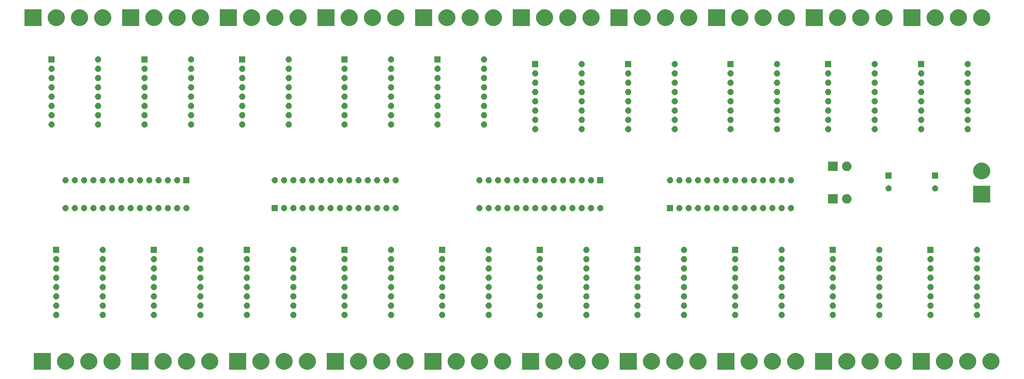
<source format=gbr>
G04 #@! TF.GenerationSoftware,KiCad,Pcbnew,5.1.5-52549c5~84~ubuntu18.04.1*
G04 #@! TF.CreationDate,2020-03-09T20:44:28+01:00*
G04 #@! TF.ProjectId,solarOSE_kicad,736f6c61-724f-4534-955f-6b696361642e,rev?*
G04 #@! TF.SameCoordinates,Original*
G04 #@! TF.FileFunction,Soldermask,Top*
G04 #@! TF.FilePolarity,Negative*
%FSLAX46Y46*%
G04 Gerber Fmt 4.6, Leading zero omitted, Abs format (unit mm)*
G04 Created by KiCad (PCBNEW 5.1.5-52549c5~84~ubuntu18.04.1) date 2020-03-09 20:44:28*
%MOMM*%
%LPD*%
G04 APERTURE LIST*
%ADD10C,0.100000*%
G04 APERTURE END LIST*
D10*
G36*
X107351304Y-136217002D02*
G01*
X107770139Y-136390489D01*
X107770141Y-136390490D01*
X107959891Y-136517277D01*
X108147082Y-136642354D01*
X108467646Y-136962918D01*
X108719511Y-137339861D01*
X108892998Y-137758696D01*
X108981440Y-138203327D01*
X108981440Y-138656673D01*
X108892998Y-139101304D01*
X108719511Y-139520139D01*
X108719510Y-139520141D01*
X108467645Y-139897083D01*
X108147083Y-140217645D01*
X107770141Y-140469510D01*
X107770140Y-140469511D01*
X107770139Y-140469511D01*
X107351304Y-140642998D01*
X106906673Y-140731440D01*
X106453327Y-140731440D01*
X106008696Y-140642998D01*
X105589861Y-140469511D01*
X105589860Y-140469511D01*
X105589859Y-140469510D01*
X105212917Y-140217645D01*
X104892355Y-139897083D01*
X104640490Y-139520141D01*
X104640489Y-139520139D01*
X104467002Y-139101304D01*
X104378560Y-138656673D01*
X104378560Y-138203327D01*
X104467002Y-137758696D01*
X104640489Y-137339861D01*
X104892354Y-136962918D01*
X105212918Y-136642354D01*
X105400109Y-136517277D01*
X105589859Y-136390490D01*
X105589861Y-136390489D01*
X106008696Y-136217002D01*
X106453327Y-136128560D01*
X106906673Y-136128560D01*
X107351304Y-136217002D01*
G37*
G36*
X27341304Y-136217002D02*
G01*
X27760139Y-136390489D01*
X27760141Y-136390490D01*
X27949891Y-136517277D01*
X28137082Y-136642354D01*
X28457646Y-136962918D01*
X28709511Y-137339861D01*
X28882998Y-137758696D01*
X28971440Y-138203327D01*
X28971440Y-138656673D01*
X28882998Y-139101304D01*
X28709511Y-139520139D01*
X28709510Y-139520141D01*
X28457645Y-139897083D01*
X28137083Y-140217645D01*
X27760141Y-140469510D01*
X27760140Y-140469511D01*
X27760139Y-140469511D01*
X27341304Y-140642998D01*
X26896673Y-140731440D01*
X26443327Y-140731440D01*
X25998696Y-140642998D01*
X25579861Y-140469511D01*
X25579860Y-140469511D01*
X25579859Y-140469510D01*
X25202917Y-140217645D01*
X24882355Y-139897083D01*
X24630490Y-139520141D01*
X24630489Y-139520139D01*
X24457002Y-139101304D01*
X24368560Y-138656673D01*
X24368560Y-138203327D01*
X24457002Y-137758696D01*
X24630489Y-137339861D01*
X24882354Y-136962918D01*
X25202918Y-136642354D01*
X25390109Y-136517277D01*
X25579859Y-136390490D01*
X25579861Y-136390489D01*
X25998696Y-136217002D01*
X26443327Y-136128560D01*
X26896673Y-136128560D01*
X27341304Y-136217002D01*
G37*
G36*
X22621440Y-140731440D02*
G01*
X18018560Y-140731440D01*
X18018560Y-136128560D01*
X22621440Y-136128560D01*
X22621440Y-140731440D01*
G37*
G36*
X49291440Y-140731440D02*
G01*
X44688560Y-140731440D01*
X44688560Y-136128560D01*
X49291440Y-136128560D01*
X49291440Y-140731440D01*
G37*
G36*
X54011304Y-136217002D02*
G01*
X54430139Y-136390489D01*
X54430141Y-136390490D01*
X54619891Y-136517277D01*
X54807082Y-136642354D01*
X55127646Y-136962918D01*
X55379511Y-137339861D01*
X55552998Y-137758696D01*
X55641440Y-138203327D01*
X55641440Y-138656673D01*
X55552998Y-139101304D01*
X55379511Y-139520139D01*
X55379510Y-139520141D01*
X55127645Y-139897083D01*
X54807083Y-140217645D01*
X54430141Y-140469510D01*
X54430140Y-140469511D01*
X54430139Y-140469511D01*
X54011304Y-140642998D01*
X53566673Y-140731440D01*
X53113327Y-140731440D01*
X52668696Y-140642998D01*
X52249861Y-140469511D01*
X52249860Y-140469511D01*
X52249859Y-140469510D01*
X51872917Y-140217645D01*
X51552355Y-139897083D01*
X51300490Y-139520141D01*
X51300489Y-139520139D01*
X51127002Y-139101304D01*
X51038560Y-138656673D01*
X51038560Y-138203327D01*
X51127002Y-137758696D01*
X51300489Y-137339861D01*
X51552354Y-136962918D01*
X51872918Y-136642354D01*
X52060109Y-136517277D01*
X52249859Y-136390490D01*
X52249861Y-136390489D01*
X52668696Y-136217002D01*
X53113327Y-136128560D01*
X53566673Y-136128560D01*
X54011304Y-136217002D01*
G37*
G36*
X60361304Y-136217002D02*
G01*
X60780139Y-136390489D01*
X60780141Y-136390490D01*
X60969891Y-136517277D01*
X61157082Y-136642354D01*
X61477646Y-136962918D01*
X61729511Y-137339861D01*
X61902998Y-137758696D01*
X61991440Y-138203327D01*
X61991440Y-138656673D01*
X61902998Y-139101304D01*
X61729511Y-139520139D01*
X61729510Y-139520141D01*
X61477645Y-139897083D01*
X61157083Y-140217645D01*
X60780141Y-140469510D01*
X60780140Y-140469511D01*
X60780139Y-140469511D01*
X60361304Y-140642998D01*
X59916673Y-140731440D01*
X59463327Y-140731440D01*
X59018696Y-140642998D01*
X58599861Y-140469511D01*
X58599860Y-140469511D01*
X58599859Y-140469510D01*
X58222917Y-140217645D01*
X57902355Y-139897083D01*
X57650490Y-139520141D01*
X57650489Y-139520139D01*
X57477002Y-139101304D01*
X57388560Y-138656673D01*
X57388560Y-138203327D01*
X57477002Y-137758696D01*
X57650489Y-137339861D01*
X57902354Y-136962918D01*
X58222918Y-136642354D01*
X58410109Y-136517277D01*
X58599859Y-136390490D01*
X58599861Y-136390489D01*
X59018696Y-136217002D01*
X59463327Y-136128560D01*
X59916673Y-136128560D01*
X60361304Y-136217002D01*
G37*
G36*
X66711304Y-136217002D02*
G01*
X67130139Y-136390489D01*
X67130141Y-136390490D01*
X67319891Y-136517277D01*
X67507082Y-136642354D01*
X67827646Y-136962918D01*
X68079511Y-137339861D01*
X68252998Y-137758696D01*
X68341440Y-138203327D01*
X68341440Y-138656673D01*
X68252998Y-139101304D01*
X68079511Y-139520139D01*
X68079510Y-139520141D01*
X67827645Y-139897083D01*
X67507083Y-140217645D01*
X67130141Y-140469510D01*
X67130140Y-140469511D01*
X67130139Y-140469511D01*
X66711304Y-140642998D01*
X66266673Y-140731440D01*
X65813327Y-140731440D01*
X65368696Y-140642998D01*
X64949861Y-140469511D01*
X64949860Y-140469511D01*
X64949859Y-140469510D01*
X64572917Y-140217645D01*
X64252355Y-139897083D01*
X64000490Y-139520141D01*
X64000489Y-139520139D01*
X63827002Y-139101304D01*
X63738560Y-138656673D01*
X63738560Y-138203327D01*
X63827002Y-137758696D01*
X64000489Y-137339861D01*
X64252354Y-136962918D01*
X64572918Y-136642354D01*
X64760109Y-136517277D01*
X64949859Y-136390490D01*
X64949861Y-136390489D01*
X65368696Y-136217002D01*
X65813327Y-136128560D01*
X66266673Y-136128560D01*
X66711304Y-136217002D01*
G37*
G36*
X93381304Y-136217002D02*
G01*
X93800139Y-136390489D01*
X93800141Y-136390490D01*
X93989891Y-136517277D01*
X94177082Y-136642354D01*
X94497646Y-136962918D01*
X94749511Y-137339861D01*
X94922998Y-137758696D01*
X95011440Y-138203327D01*
X95011440Y-138656673D01*
X94922998Y-139101304D01*
X94749511Y-139520139D01*
X94749510Y-139520141D01*
X94497645Y-139897083D01*
X94177083Y-140217645D01*
X93800141Y-140469510D01*
X93800140Y-140469511D01*
X93800139Y-140469511D01*
X93381304Y-140642998D01*
X92936673Y-140731440D01*
X92483327Y-140731440D01*
X92038696Y-140642998D01*
X91619861Y-140469511D01*
X91619860Y-140469511D01*
X91619859Y-140469510D01*
X91242917Y-140217645D01*
X90922355Y-139897083D01*
X90670490Y-139520141D01*
X90670489Y-139520139D01*
X90497002Y-139101304D01*
X90408560Y-138656673D01*
X90408560Y-138203327D01*
X90497002Y-137758696D01*
X90670489Y-137339861D01*
X90922354Y-136962918D01*
X91242918Y-136642354D01*
X91430109Y-136517277D01*
X91619859Y-136390490D01*
X91619861Y-136390489D01*
X92038696Y-136217002D01*
X92483327Y-136128560D01*
X92936673Y-136128560D01*
X93381304Y-136217002D01*
G37*
G36*
X87031304Y-136217002D02*
G01*
X87450139Y-136390489D01*
X87450141Y-136390490D01*
X87639891Y-136517277D01*
X87827082Y-136642354D01*
X88147646Y-136962918D01*
X88399511Y-137339861D01*
X88572998Y-137758696D01*
X88661440Y-138203327D01*
X88661440Y-138656673D01*
X88572998Y-139101304D01*
X88399511Y-139520139D01*
X88399510Y-139520141D01*
X88147645Y-139897083D01*
X87827083Y-140217645D01*
X87450141Y-140469510D01*
X87450140Y-140469511D01*
X87450139Y-140469511D01*
X87031304Y-140642998D01*
X86586673Y-140731440D01*
X86133327Y-140731440D01*
X85688696Y-140642998D01*
X85269861Y-140469511D01*
X85269860Y-140469511D01*
X85269859Y-140469510D01*
X84892917Y-140217645D01*
X84572355Y-139897083D01*
X84320490Y-139520141D01*
X84320489Y-139520139D01*
X84147002Y-139101304D01*
X84058560Y-138656673D01*
X84058560Y-138203327D01*
X84147002Y-137758696D01*
X84320489Y-137339861D01*
X84572354Y-136962918D01*
X84892918Y-136642354D01*
X85080109Y-136517277D01*
X85269859Y-136390490D01*
X85269861Y-136390489D01*
X85688696Y-136217002D01*
X86133327Y-136128560D01*
X86586673Y-136128560D01*
X87031304Y-136217002D01*
G37*
G36*
X80681304Y-136217002D02*
G01*
X81100139Y-136390489D01*
X81100141Y-136390490D01*
X81289891Y-136517277D01*
X81477082Y-136642354D01*
X81797646Y-136962918D01*
X82049511Y-137339861D01*
X82222998Y-137758696D01*
X82311440Y-138203327D01*
X82311440Y-138656673D01*
X82222998Y-139101304D01*
X82049511Y-139520139D01*
X82049510Y-139520141D01*
X81797645Y-139897083D01*
X81477083Y-140217645D01*
X81100141Y-140469510D01*
X81100140Y-140469511D01*
X81100139Y-140469511D01*
X80681304Y-140642998D01*
X80236673Y-140731440D01*
X79783327Y-140731440D01*
X79338696Y-140642998D01*
X78919861Y-140469511D01*
X78919860Y-140469511D01*
X78919859Y-140469510D01*
X78542917Y-140217645D01*
X78222355Y-139897083D01*
X77970490Y-139520141D01*
X77970489Y-139520139D01*
X77797002Y-139101304D01*
X77708560Y-138656673D01*
X77708560Y-138203327D01*
X77797002Y-137758696D01*
X77970489Y-137339861D01*
X78222354Y-136962918D01*
X78542918Y-136642354D01*
X78730109Y-136517277D01*
X78919859Y-136390490D01*
X78919861Y-136390489D01*
X79338696Y-136217002D01*
X79783327Y-136128560D01*
X80236673Y-136128560D01*
X80681304Y-136217002D01*
G37*
G36*
X75961440Y-140731440D02*
G01*
X71358560Y-140731440D01*
X71358560Y-136128560D01*
X75961440Y-136128560D01*
X75961440Y-140731440D01*
G37*
G36*
X173391304Y-136217002D02*
G01*
X173810139Y-136390489D01*
X173810141Y-136390490D01*
X173999891Y-136517277D01*
X174187082Y-136642354D01*
X174507646Y-136962918D01*
X174759511Y-137339861D01*
X174932998Y-137758696D01*
X175021440Y-138203327D01*
X175021440Y-138656673D01*
X174932998Y-139101304D01*
X174759511Y-139520139D01*
X174759510Y-139520141D01*
X174507645Y-139897083D01*
X174187083Y-140217645D01*
X173810141Y-140469510D01*
X173810140Y-140469511D01*
X173810139Y-140469511D01*
X173391304Y-140642998D01*
X172946673Y-140731440D01*
X172493327Y-140731440D01*
X172048696Y-140642998D01*
X171629861Y-140469511D01*
X171629860Y-140469511D01*
X171629859Y-140469510D01*
X171252917Y-140217645D01*
X170932355Y-139897083D01*
X170680490Y-139520141D01*
X170680489Y-139520139D01*
X170507002Y-139101304D01*
X170418560Y-138656673D01*
X170418560Y-138203327D01*
X170507002Y-137758696D01*
X170680489Y-137339861D01*
X170932354Y-136962918D01*
X171252918Y-136642354D01*
X171440109Y-136517277D01*
X171629859Y-136390490D01*
X171629861Y-136390489D01*
X172048696Y-136217002D01*
X172493327Y-136128560D01*
X172946673Y-136128560D01*
X173391304Y-136217002D01*
G37*
G36*
X113701304Y-136217002D02*
G01*
X114120139Y-136390489D01*
X114120141Y-136390490D01*
X114309891Y-136517277D01*
X114497082Y-136642354D01*
X114817646Y-136962918D01*
X115069511Y-137339861D01*
X115242998Y-137758696D01*
X115331440Y-138203327D01*
X115331440Y-138656673D01*
X115242998Y-139101304D01*
X115069511Y-139520139D01*
X115069510Y-139520141D01*
X114817645Y-139897083D01*
X114497083Y-140217645D01*
X114120141Y-140469510D01*
X114120140Y-140469511D01*
X114120139Y-140469511D01*
X113701304Y-140642998D01*
X113256673Y-140731440D01*
X112803327Y-140731440D01*
X112358696Y-140642998D01*
X111939861Y-140469511D01*
X111939860Y-140469511D01*
X111939859Y-140469510D01*
X111562917Y-140217645D01*
X111242355Y-139897083D01*
X110990490Y-139520141D01*
X110990489Y-139520139D01*
X110817002Y-139101304D01*
X110728560Y-138656673D01*
X110728560Y-138203327D01*
X110817002Y-137758696D01*
X110990489Y-137339861D01*
X111242354Y-136962918D01*
X111562918Y-136642354D01*
X111750109Y-136517277D01*
X111939859Y-136390490D01*
X111939861Y-136390489D01*
X112358696Y-136217002D01*
X112803327Y-136128560D01*
X113256673Y-136128560D01*
X113701304Y-136217002D01*
G37*
G36*
X120051304Y-136217002D02*
G01*
X120470139Y-136390489D01*
X120470141Y-136390490D01*
X120659891Y-136517277D01*
X120847082Y-136642354D01*
X121167646Y-136962918D01*
X121419511Y-137339861D01*
X121592998Y-137758696D01*
X121681440Y-138203327D01*
X121681440Y-138656673D01*
X121592998Y-139101304D01*
X121419511Y-139520139D01*
X121419510Y-139520141D01*
X121167645Y-139897083D01*
X120847083Y-140217645D01*
X120470141Y-140469510D01*
X120470140Y-140469511D01*
X120470139Y-140469511D01*
X120051304Y-140642998D01*
X119606673Y-140731440D01*
X119153327Y-140731440D01*
X118708696Y-140642998D01*
X118289861Y-140469511D01*
X118289860Y-140469511D01*
X118289859Y-140469510D01*
X117912917Y-140217645D01*
X117592355Y-139897083D01*
X117340490Y-139520141D01*
X117340489Y-139520139D01*
X117167002Y-139101304D01*
X117078560Y-138656673D01*
X117078560Y-138203327D01*
X117167002Y-137758696D01*
X117340489Y-137339861D01*
X117592354Y-136962918D01*
X117912918Y-136642354D01*
X118100109Y-136517277D01*
X118289859Y-136390490D01*
X118289861Y-136390489D01*
X118708696Y-136217002D01*
X119153327Y-136128560D01*
X119606673Y-136128560D01*
X120051304Y-136217002D01*
G37*
G36*
X146721304Y-136217002D02*
G01*
X147140139Y-136390489D01*
X147140141Y-136390490D01*
X147329891Y-136517277D01*
X147517082Y-136642354D01*
X147837646Y-136962918D01*
X148089511Y-137339861D01*
X148262998Y-137758696D01*
X148351440Y-138203327D01*
X148351440Y-138656673D01*
X148262998Y-139101304D01*
X148089511Y-139520139D01*
X148089510Y-139520141D01*
X147837645Y-139897083D01*
X147517083Y-140217645D01*
X147140141Y-140469510D01*
X147140140Y-140469511D01*
X147140139Y-140469511D01*
X146721304Y-140642998D01*
X146276673Y-140731440D01*
X145823327Y-140731440D01*
X145378696Y-140642998D01*
X144959861Y-140469511D01*
X144959860Y-140469511D01*
X144959859Y-140469510D01*
X144582917Y-140217645D01*
X144262355Y-139897083D01*
X144010490Y-139520141D01*
X144010489Y-139520139D01*
X143837002Y-139101304D01*
X143748560Y-138656673D01*
X143748560Y-138203327D01*
X143837002Y-137758696D01*
X144010489Y-137339861D01*
X144262354Y-136962918D01*
X144582918Y-136642354D01*
X144770109Y-136517277D01*
X144959859Y-136390490D01*
X144959861Y-136390489D01*
X145378696Y-136217002D01*
X145823327Y-136128560D01*
X146276673Y-136128560D01*
X146721304Y-136217002D01*
G37*
G36*
X140371304Y-136217002D02*
G01*
X140790139Y-136390489D01*
X140790141Y-136390490D01*
X140979891Y-136517277D01*
X141167082Y-136642354D01*
X141487646Y-136962918D01*
X141739511Y-137339861D01*
X141912998Y-137758696D01*
X142001440Y-138203327D01*
X142001440Y-138656673D01*
X141912998Y-139101304D01*
X141739511Y-139520139D01*
X141739510Y-139520141D01*
X141487645Y-139897083D01*
X141167083Y-140217645D01*
X140790141Y-140469510D01*
X140790140Y-140469511D01*
X140790139Y-140469511D01*
X140371304Y-140642998D01*
X139926673Y-140731440D01*
X139473327Y-140731440D01*
X139028696Y-140642998D01*
X138609861Y-140469511D01*
X138609860Y-140469511D01*
X138609859Y-140469510D01*
X138232917Y-140217645D01*
X137912355Y-139897083D01*
X137660490Y-139520141D01*
X137660489Y-139520139D01*
X137487002Y-139101304D01*
X137398560Y-138656673D01*
X137398560Y-138203327D01*
X137487002Y-137758696D01*
X137660489Y-137339861D01*
X137912354Y-136962918D01*
X138232918Y-136642354D01*
X138420109Y-136517277D01*
X138609859Y-136390490D01*
X138609861Y-136390489D01*
X139028696Y-136217002D01*
X139473327Y-136128560D01*
X139926673Y-136128560D01*
X140371304Y-136217002D01*
G37*
G36*
X134021304Y-136217002D02*
G01*
X134440139Y-136390489D01*
X134440141Y-136390490D01*
X134629891Y-136517277D01*
X134817082Y-136642354D01*
X135137646Y-136962918D01*
X135389511Y-137339861D01*
X135562998Y-137758696D01*
X135651440Y-138203327D01*
X135651440Y-138656673D01*
X135562998Y-139101304D01*
X135389511Y-139520139D01*
X135389510Y-139520141D01*
X135137645Y-139897083D01*
X134817083Y-140217645D01*
X134440141Y-140469510D01*
X134440140Y-140469511D01*
X134440139Y-140469511D01*
X134021304Y-140642998D01*
X133576673Y-140731440D01*
X133123327Y-140731440D01*
X132678696Y-140642998D01*
X132259861Y-140469511D01*
X132259860Y-140469511D01*
X132259859Y-140469510D01*
X131882917Y-140217645D01*
X131562355Y-139897083D01*
X131310490Y-139520141D01*
X131310489Y-139520139D01*
X131137002Y-139101304D01*
X131048560Y-138656673D01*
X131048560Y-138203327D01*
X131137002Y-137758696D01*
X131310489Y-137339861D01*
X131562354Y-136962918D01*
X131882918Y-136642354D01*
X132070109Y-136517277D01*
X132259859Y-136390490D01*
X132259861Y-136390489D01*
X132678696Y-136217002D01*
X133123327Y-136128560D01*
X133576673Y-136128560D01*
X134021304Y-136217002D01*
G37*
G36*
X129301440Y-140731440D02*
G01*
X124698560Y-140731440D01*
X124698560Y-136128560D01*
X129301440Y-136128560D01*
X129301440Y-140731440D01*
G37*
G36*
X155971440Y-140731440D02*
G01*
X151368560Y-140731440D01*
X151368560Y-136128560D01*
X155971440Y-136128560D01*
X155971440Y-140731440D01*
G37*
G36*
X160691304Y-136217002D02*
G01*
X161110139Y-136390489D01*
X161110141Y-136390490D01*
X161299891Y-136517277D01*
X161487082Y-136642354D01*
X161807646Y-136962918D01*
X162059511Y-137339861D01*
X162232998Y-137758696D01*
X162321440Y-138203327D01*
X162321440Y-138656673D01*
X162232998Y-139101304D01*
X162059511Y-139520139D01*
X162059510Y-139520141D01*
X161807645Y-139897083D01*
X161487083Y-140217645D01*
X161110141Y-140469510D01*
X161110140Y-140469511D01*
X161110139Y-140469511D01*
X160691304Y-140642998D01*
X160246673Y-140731440D01*
X159793327Y-140731440D01*
X159348696Y-140642998D01*
X158929861Y-140469511D01*
X158929860Y-140469511D01*
X158929859Y-140469510D01*
X158552917Y-140217645D01*
X158232355Y-139897083D01*
X157980490Y-139520141D01*
X157980489Y-139520139D01*
X157807002Y-139101304D01*
X157718560Y-138656673D01*
X157718560Y-138203327D01*
X157807002Y-137758696D01*
X157980489Y-137339861D01*
X158232354Y-136962918D01*
X158552918Y-136642354D01*
X158740109Y-136517277D01*
X158929859Y-136390490D01*
X158929861Y-136390489D01*
X159348696Y-136217002D01*
X159793327Y-136128560D01*
X160246673Y-136128560D01*
X160691304Y-136217002D01*
G37*
G36*
X240701304Y-136217002D02*
G01*
X241120139Y-136390489D01*
X241120141Y-136390490D01*
X241309891Y-136517277D01*
X241497082Y-136642354D01*
X241817646Y-136962918D01*
X242069511Y-137339861D01*
X242242998Y-137758696D01*
X242331440Y-138203327D01*
X242331440Y-138656673D01*
X242242998Y-139101304D01*
X242069511Y-139520139D01*
X242069510Y-139520141D01*
X241817645Y-139897083D01*
X241497083Y-140217645D01*
X241120141Y-140469510D01*
X241120140Y-140469511D01*
X241120139Y-140469511D01*
X240701304Y-140642998D01*
X240256673Y-140731440D01*
X239803327Y-140731440D01*
X239358696Y-140642998D01*
X238939861Y-140469511D01*
X238939860Y-140469511D01*
X238939859Y-140469510D01*
X238562917Y-140217645D01*
X238242355Y-139897083D01*
X237990490Y-139520141D01*
X237990489Y-139520139D01*
X237817002Y-139101304D01*
X237728560Y-138656673D01*
X237728560Y-138203327D01*
X237817002Y-137758696D01*
X237990489Y-137339861D01*
X238242354Y-136962918D01*
X238562918Y-136642354D01*
X238750109Y-136517277D01*
X238939859Y-136390490D01*
X238939861Y-136390489D01*
X239358696Y-136217002D01*
X239803327Y-136128560D01*
X240256673Y-136128560D01*
X240701304Y-136217002D01*
G37*
G36*
X40041304Y-136217002D02*
G01*
X40460139Y-136390489D01*
X40460141Y-136390490D01*
X40649891Y-136517277D01*
X40837082Y-136642354D01*
X41157646Y-136962918D01*
X41409511Y-137339861D01*
X41582998Y-137758696D01*
X41671440Y-138203327D01*
X41671440Y-138656673D01*
X41582998Y-139101304D01*
X41409511Y-139520139D01*
X41409510Y-139520141D01*
X41157645Y-139897083D01*
X40837083Y-140217645D01*
X40460141Y-140469510D01*
X40460140Y-140469511D01*
X40460139Y-140469511D01*
X40041304Y-140642998D01*
X39596673Y-140731440D01*
X39143327Y-140731440D01*
X38698696Y-140642998D01*
X38279861Y-140469511D01*
X38279860Y-140469511D01*
X38279859Y-140469510D01*
X37902917Y-140217645D01*
X37582355Y-139897083D01*
X37330490Y-139520141D01*
X37330489Y-139520139D01*
X37157002Y-139101304D01*
X37068560Y-138656673D01*
X37068560Y-138203327D01*
X37157002Y-137758696D01*
X37330489Y-137339861D01*
X37582354Y-136962918D01*
X37902918Y-136642354D01*
X38090109Y-136517277D01*
X38279859Y-136390490D01*
X38279861Y-136390489D01*
X38698696Y-136217002D01*
X39143327Y-136128560D01*
X39596673Y-136128560D01*
X40041304Y-136217002D01*
G37*
G36*
X102631440Y-140731440D02*
G01*
X98028560Y-140731440D01*
X98028560Y-136128560D01*
X102631440Y-136128560D01*
X102631440Y-140731440D01*
G37*
G36*
X200061304Y-136217002D02*
G01*
X200480139Y-136390489D01*
X200480141Y-136390490D01*
X200669891Y-136517277D01*
X200857082Y-136642354D01*
X201177646Y-136962918D01*
X201429511Y-137339861D01*
X201602998Y-137758696D01*
X201691440Y-138203327D01*
X201691440Y-138656673D01*
X201602998Y-139101304D01*
X201429511Y-139520139D01*
X201429510Y-139520141D01*
X201177645Y-139897083D01*
X200857083Y-140217645D01*
X200480141Y-140469510D01*
X200480140Y-140469511D01*
X200480139Y-140469511D01*
X200061304Y-140642998D01*
X199616673Y-140731440D01*
X199163327Y-140731440D01*
X198718696Y-140642998D01*
X198299861Y-140469511D01*
X198299860Y-140469511D01*
X198299859Y-140469510D01*
X197922917Y-140217645D01*
X197602355Y-139897083D01*
X197350490Y-139520141D01*
X197350489Y-139520139D01*
X197177002Y-139101304D01*
X197088560Y-138656673D01*
X197088560Y-138203327D01*
X197177002Y-137758696D01*
X197350489Y-137339861D01*
X197602354Y-136962918D01*
X197922918Y-136642354D01*
X198110109Y-136517277D01*
X198299859Y-136390490D01*
X198299861Y-136390489D01*
X198718696Y-136217002D01*
X199163327Y-136128560D01*
X199616673Y-136128560D01*
X200061304Y-136217002D01*
G37*
G36*
X193711304Y-136217002D02*
G01*
X194130139Y-136390489D01*
X194130141Y-136390490D01*
X194319891Y-136517277D01*
X194507082Y-136642354D01*
X194827646Y-136962918D01*
X195079511Y-137339861D01*
X195252998Y-137758696D01*
X195341440Y-138203327D01*
X195341440Y-138656673D01*
X195252998Y-139101304D01*
X195079511Y-139520139D01*
X195079510Y-139520141D01*
X194827645Y-139897083D01*
X194507083Y-140217645D01*
X194130141Y-140469510D01*
X194130140Y-140469511D01*
X194130139Y-140469511D01*
X193711304Y-140642998D01*
X193266673Y-140731440D01*
X192813327Y-140731440D01*
X192368696Y-140642998D01*
X191949861Y-140469511D01*
X191949860Y-140469511D01*
X191949859Y-140469510D01*
X191572917Y-140217645D01*
X191252355Y-139897083D01*
X191000490Y-139520141D01*
X191000489Y-139520139D01*
X190827002Y-139101304D01*
X190738560Y-138656673D01*
X190738560Y-138203327D01*
X190827002Y-137758696D01*
X191000489Y-137339861D01*
X191252354Y-136962918D01*
X191572918Y-136642354D01*
X191760109Y-136517277D01*
X191949859Y-136390490D01*
X191949861Y-136390489D01*
X192368696Y-136217002D01*
X192813327Y-136128560D01*
X193266673Y-136128560D01*
X193711304Y-136217002D01*
G37*
G36*
X187361304Y-136217002D02*
G01*
X187780139Y-136390489D01*
X187780141Y-136390490D01*
X187969891Y-136517277D01*
X188157082Y-136642354D01*
X188477646Y-136962918D01*
X188729511Y-137339861D01*
X188902998Y-137758696D01*
X188991440Y-138203327D01*
X188991440Y-138656673D01*
X188902998Y-139101304D01*
X188729511Y-139520139D01*
X188729510Y-139520141D01*
X188477645Y-139897083D01*
X188157083Y-140217645D01*
X187780141Y-140469510D01*
X187780140Y-140469511D01*
X187780139Y-140469511D01*
X187361304Y-140642998D01*
X186916673Y-140731440D01*
X186463327Y-140731440D01*
X186018696Y-140642998D01*
X185599861Y-140469511D01*
X185599860Y-140469511D01*
X185599859Y-140469510D01*
X185222917Y-140217645D01*
X184902355Y-139897083D01*
X184650490Y-139520141D01*
X184650489Y-139520139D01*
X184477002Y-139101304D01*
X184388560Y-138656673D01*
X184388560Y-138203327D01*
X184477002Y-137758696D01*
X184650489Y-137339861D01*
X184902354Y-136962918D01*
X185222918Y-136642354D01*
X185410109Y-136517277D01*
X185599859Y-136390490D01*
X185599861Y-136390489D01*
X186018696Y-136217002D01*
X186463327Y-136128560D01*
X186916673Y-136128560D01*
X187361304Y-136217002D01*
G37*
G36*
X182641440Y-140731440D02*
G01*
X178038560Y-140731440D01*
X178038560Y-136128560D01*
X182641440Y-136128560D01*
X182641440Y-140731440D01*
G37*
G36*
X226731304Y-136217002D02*
G01*
X227150139Y-136390489D01*
X227150141Y-136390490D01*
X227339891Y-136517277D01*
X227527082Y-136642354D01*
X227847646Y-136962918D01*
X228099511Y-137339861D01*
X228272998Y-137758696D01*
X228361440Y-138203327D01*
X228361440Y-138656673D01*
X228272998Y-139101304D01*
X228099511Y-139520139D01*
X228099510Y-139520141D01*
X227847645Y-139897083D01*
X227527083Y-140217645D01*
X227150141Y-140469510D01*
X227150140Y-140469511D01*
X227150139Y-140469511D01*
X226731304Y-140642998D01*
X226286673Y-140731440D01*
X225833327Y-140731440D01*
X225388696Y-140642998D01*
X224969861Y-140469511D01*
X224969860Y-140469511D01*
X224969859Y-140469510D01*
X224592917Y-140217645D01*
X224272355Y-139897083D01*
X224020490Y-139520141D01*
X224020489Y-139520139D01*
X223847002Y-139101304D01*
X223758560Y-138656673D01*
X223758560Y-138203327D01*
X223847002Y-137758696D01*
X224020489Y-137339861D01*
X224272354Y-136962918D01*
X224592918Y-136642354D01*
X224780109Y-136517277D01*
X224969859Y-136390490D01*
X224969861Y-136390489D01*
X225388696Y-136217002D01*
X225833327Y-136128560D01*
X226286673Y-136128560D01*
X226731304Y-136217002D01*
G37*
G36*
X220381304Y-136217002D02*
G01*
X220800139Y-136390489D01*
X220800141Y-136390490D01*
X220989891Y-136517277D01*
X221177082Y-136642354D01*
X221497646Y-136962918D01*
X221749511Y-137339861D01*
X221922998Y-137758696D01*
X222011440Y-138203327D01*
X222011440Y-138656673D01*
X221922998Y-139101304D01*
X221749511Y-139520139D01*
X221749510Y-139520141D01*
X221497645Y-139897083D01*
X221177083Y-140217645D01*
X220800141Y-140469510D01*
X220800140Y-140469511D01*
X220800139Y-140469511D01*
X220381304Y-140642998D01*
X219936673Y-140731440D01*
X219483327Y-140731440D01*
X219038696Y-140642998D01*
X218619861Y-140469511D01*
X218619860Y-140469511D01*
X218619859Y-140469510D01*
X218242917Y-140217645D01*
X217922355Y-139897083D01*
X217670490Y-139520141D01*
X217670489Y-139520139D01*
X217497002Y-139101304D01*
X217408560Y-138656673D01*
X217408560Y-138203327D01*
X217497002Y-137758696D01*
X217670489Y-137339861D01*
X217922354Y-136962918D01*
X218242918Y-136642354D01*
X218430109Y-136517277D01*
X218619859Y-136390490D01*
X218619861Y-136390489D01*
X219038696Y-136217002D01*
X219483327Y-136128560D01*
X219936673Y-136128560D01*
X220381304Y-136217002D01*
G37*
G36*
X214031304Y-136217002D02*
G01*
X214450139Y-136390489D01*
X214450141Y-136390490D01*
X214639891Y-136517277D01*
X214827082Y-136642354D01*
X215147646Y-136962918D01*
X215399511Y-137339861D01*
X215572998Y-137758696D01*
X215661440Y-138203327D01*
X215661440Y-138656673D01*
X215572998Y-139101304D01*
X215399511Y-139520139D01*
X215399510Y-139520141D01*
X215147645Y-139897083D01*
X214827083Y-140217645D01*
X214450141Y-140469510D01*
X214450140Y-140469511D01*
X214450139Y-140469511D01*
X214031304Y-140642998D01*
X213586673Y-140731440D01*
X213133327Y-140731440D01*
X212688696Y-140642998D01*
X212269861Y-140469511D01*
X212269860Y-140469511D01*
X212269859Y-140469510D01*
X211892917Y-140217645D01*
X211572355Y-139897083D01*
X211320490Y-139520141D01*
X211320489Y-139520139D01*
X211147002Y-139101304D01*
X211058560Y-138656673D01*
X211058560Y-138203327D01*
X211147002Y-137758696D01*
X211320489Y-137339861D01*
X211572354Y-136962918D01*
X211892918Y-136642354D01*
X212080109Y-136517277D01*
X212269859Y-136390490D01*
X212269861Y-136390489D01*
X212688696Y-136217002D01*
X213133327Y-136128560D01*
X213586673Y-136128560D01*
X214031304Y-136217002D01*
G37*
G36*
X209311440Y-140731440D02*
G01*
X204708560Y-140731440D01*
X204708560Y-136128560D01*
X209311440Y-136128560D01*
X209311440Y-140731440D01*
G37*
G36*
X167041304Y-136217002D02*
G01*
X167460139Y-136390489D01*
X167460141Y-136390490D01*
X167649891Y-136517277D01*
X167837082Y-136642354D01*
X168157646Y-136962918D01*
X168409511Y-137339861D01*
X168582998Y-137758696D01*
X168671440Y-138203327D01*
X168671440Y-138656673D01*
X168582998Y-139101304D01*
X168409511Y-139520139D01*
X168409510Y-139520141D01*
X168157645Y-139897083D01*
X167837083Y-140217645D01*
X167460141Y-140469510D01*
X167460140Y-140469511D01*
X167460139Y-140469511D01*
X167041304Y-140642998D01*
X166596673Y-140731440D01*
X166143327Y-140731440D01*
X165698696Y-140642998D01*
X165279861Y-140469511D01*
X165279860Y-140469511D01*
X165279859Y-140469510D01*
X164902917Y-140217645D01*
X164582355Y-139897083D01*
X164330490Y-139520141D01*
X164330489Y-139520139D01*
X164157002Y-139101304D01*
X164068560Y-138656673D01*
X164068560Y-138203327D01*
X164157002Y-137758696D01*
X164330489Y-137339861D01*
X164582354Y-136962918D01*
X164902918Y-136642354D01*
X165090109Y-136517277D01*
X165279859Y-136390490D01*
X165279861Y-136390489D01*
X165698696Y-136217002D01*
X166143327Y-136128560D01*
X166596673Y-136128560D01*
X167041304Y-136217002D01*
G37*
G36*
X247051304Y-136217002D02*
G01*
X247470139Y-136390489D01*
X247470141Y-136390490D01*
X247659891Y-136517277D01*
X247847082Y-136642354D01*
X248167646Y-136962918D01*
X248419511Y-137339861D01*
X248592998Y-137758696D01*
X248681440Y-138203327D01*
X248681440Y-138656673D01*
X248592998Y-139101304D01*
X248419511Y-139520139D01*
X248419510Y-139520141D01*
X248167645Y-139897083D01*
X247847083Y-140217645D01*
X247470141Y-140469510D01*
X247470140Y-140469511D01*
X247470139Y-140469511D01*
X247051304Y-140642998D01*
X246606673Y-140731440D01*
X246153327Y-140731440D01*
X245708696Y-140642998D01*
X245289861Y-140469511D01*
X245289860Y-140469511D01*
X245289859Y-140469510D01*
X244912917Y-140217645D01*
X244592355Y-139897083D01*
X244340490Y-139520141D01*
X244340489Y-139520139D01*
X244167002Y-139101304D01*
X244078560Y-138656673D01*
X244078560Y-138203327D01*
X244167002Y-137758696D01*
X244340489Y-137339861D01*
X244592354Y-136962918D01*
X244912918Y-136642354D01*
X245100109Y-136517277D01*
X245289859Y-136390490D01*
X245289861Y-136390489D01*
X245708696Y-136217002D01*
X246153327Y-136128560D01*
X246606673Y-136128560D01*
X247051304Y-136217002D01*
G37*
G36*
X253401304Y-136217002D02*
G01*
X253820139Y-136390489D01*
X253820141Y-136390490D01*
X254009891Y-136517277D01*
X254197082Y-136642354D01*
X254517646Y-136962918D01*
X254769511Y-137339861D01*
X254942998Y-137758696D01*
X255031440Y-138203327D01*
X255031440Y-138656673D01*
X254942998Y-139101304D01*
X254769511Y-139520139D01*
X254769510Y-139520141D01*
X254517645Y-139897083D01*
X254197083Y-140217645D01*
X253820141Y-140469510D01*
X253820140Y-140469511D01*
X253820139Y-140469511D01*
X253401304Y-140642998D01*
X252956673Y-140731440D01*
X252503327Y-140731440D01*
X252058696Y-140642998D01*
X251639861Y-140469511D01*
X251639860Y-140469511D01*
X251639859Y-140469510D01*
X251262917Y-140217645D01*
X250942355Y-139897083D01*
X250690490Y-139520141D01*
X250690489Y-139520139D01*
X250517002Y-139101304D01*
X250428560Y-138656673D01*
X250428560Y-138203327D01*
X250517002Y-137758696D01*
X250690489Y-137339861D01*
X250942354Y-136962918D01*
X251262918Y-136642354D01*
X251450109Y-136517277D01*
X251639859Y-136390490D01*
X251639861Y-136390489D01*
X252058696Y-136217002D01*
X252503327Y-136128560D01*
X252956673Y-136128560D01*
X253401304Y-136217002D01*
G37*
G36*
X280071304Y-136217002D02*
G01*
X280490139Y-136390489D01*
X280490141Y-136390490D01*
X280679891Y-136517277D01*
X280867082Y-136642354D01*
X281187646Y-136962918D01*
X281439511Y-137339861D01*
X281612998Y-137758696D01*
X281701440Y-138203327D01*
X281701440Y-138656673D01*
X281612998Y-139101304D01*
X281439511Y-139520139D01*
X281439510Y-139520141D01*
X281187645Y-139897083D01*
X280867083Y-140217645D01*
X280490141Y-140469510D01*
X280490140Y-140469511D01*
X280490139Y-140469511D01*
X280071304Y-140642998D01*
X279626673Y-140731440D01*
X279173327Y-140731440D01*
X278728696Y-140642998D01*
X278309861Y-140469511D01*
X278309860Y-140469511D01*
X278309859Y-140469510D01*
X277932917Y-140217645D01*
X277612355Y-139897083D01*
X277360490Y-139520141D01*
X277360489Y-139520139D01*
X277187002Y-139101304D01*
X277098560Y-138656673D01*
X277098560Y-138203327D01*
X277187002Y-137758696D01*
X277360489Y-137339861D01*
X277612354Y-136962918D01*
X277932918Y-136642354D01*
X278120109Y-136517277D01*
X278309859Y-136390490D01*
X278309861Y-136390489D01*
X278728696Y-136217002D01*
X279173327Y-136128560D01*
X279626673Y-136128560D01*
X280071304Y-136217002D01*
G37*
G36*
X273721304Y-136217002D02*
G01*
X274140139Y-136390489D01*
X274140141Y-136390490D01*
X274329891Y-136517277D01*
X274517082Y-136642354D01*
X274837646Y-136962918D01*
X275089511Y-137339861D01*
X275262998Y-137758696D01*
X275351440Y-138203327D01*
X275351440Y-138656673D01*
X275262998Y-139101304D01*
X275089511Y-139520139D01*
X275089510Y-139520141D01*
X274837645Y-139897083D01*
X274517083Y-140217645D01*
X274140141Y-140469510D01*
X274140140Y-140469511D01*
X274140139Y-140469511D01*
X273721304Y-140642998D01*
X273276673Y-140731440D01*
X272823327Y-140731440D01*
X272378696Y-140642998D01*
X271959861Y-140469511D01*
X271959860Y-140469511D01*
X271959859Y-140469510D01*
X271582917Y-140217645D01*
X271262355Y-139897083D01*
X271010490Y-139520141D01*
X271010489Y-139520139D01*
X270837002Y-139101304D01*
X270748560Y-138656673D01*
X270748560Y-138203327D01*
X270837002Y-137758696D01*
X271010489Y-137339861D01*
X271262354Y-136962918D01*
X271582918Y-136642354D01*
X271770109Y-136517277D01*
X271959859Y-136390490D01*
X271959861Y-136390489D01*
X272378696Y-136217002D01*
X272823327Y-136128560D01*
X273276673Y-136128560D01*
X273721304Y-136217002D01*
G37*
G36*
X267371304Y-136217002D02*
G01*
X267790139Y-136390489D01*
X267790141Y-136390490D01*
X267979891Y-136517277D01*
X268167082Y-136642354D01*
X268487646Y-136962918D01*
X268739511Y-137339861D01*
X268912998Y-137758696D01*
X269001440Y-138203327D01*
X269001440Y-138656673D01*
X268912998Y-139101304D01*
X268739511Y-139520139D01*
X268739510Y-139520141D01*
X268487645Y-139897083D01*
X268167083Y-140217645D01*
X267790141Y-140469510D01*
X267790140Y-140469511D01*
X267790139Y-140469511D01*
X267371304Y-140642998D01*
X266926673Y-140731440D01*
X266473327Y-140731440D01*
X266028696Y-140642998D01*
X265609861Y-140469511D01*
X265609860Y-140469511D01*
X265609859Y-140469510D01*
X265232917Y-140217645D01*
X264912355Y-139897083D01*
X264660490Y-139520141D01*
X264660489Y-139520139D01*
X264487002Y-139101304D01*
X264398560Y-138656673D01*
X264398560Y-138203327D01*
X264487002Y-137758696D01*
X264660489Y-137339861D01*
X264912354Y-136962918D01*
X265232918Y-136642354D01*
X265420109Y-136517277D01*
X265609859Y-136390490D01*
X265609861Y-136390489D01*
X266028696Y-136217002D01*
X266473327Y-136128560D01*
X266926673Y-136128560D01*
X267371304Y-136217002D01*
G37*
G36*
X262651440Y-140731440D02*
G01*
X258048560Y-140731440D01*
X258048560Y-136128560D01*
X262651440Y-136128560D01*
X262651440Y-140731440D01*
G37*
G36*
X33691304Y-136217002D02*
G01*
X34110139Y-136390489D01*
X34110141Y-136390490D01*
X34299891Y-136517277D01*
X34487082Y-136642354D01*
X34807646Y-136962918D01*
X35059511Y-137339861D01*
X35232998Y-137758696D01*
X35321440Y-138203327D01*
X35321440Y-138656673D01*
X35232998Y-139101304D01*
X35059511Y-139520139D01*
X35059510Y-139520141D01*
X34807645Y-139897083D01*
X34487083Y-140217645D01*
X34110141Y-140469510D01*
X34110140Y-140469511D01*
X34110139Y-140469511D01*
X33691304Y-140642998D01*
X33246673Y-140731440D01*
X32793327Y-140731440D01*
X32348696Y-140642998D01*
X31929861Y-140469511D01*
X31929860Y-140469511D01*
X31929859Y-140469510D01*
X31552917Y-140217645D01*
X31232355Y-139897083D01*
X30980490Y-139520141D01*
X30980489Y-139520139D01*
X30807002Y-139101304D01*
X30718560Y-138656673D01*
X30718560Y-138203327D01*
X30807002Y-137758696D01*
X30980489Y-137339861D01*
X31232354Y-136962918D01*
X31552918Y-136642354D01*
X31740109Y-136517277D01*
X31929859Y-136390490D01*
X31929861Y-136390489D01*
X32348696Y-136217002D01*
X32793327Y-136128560D01*
X33246673Y-136128560D01*
X33691304Y-136217002D01*
G37*
G36*
X235981440Y-140731440D02*
G01*
X231378560Y-140731440D01*
X231378560Y-136128560D01*
X235981440Y-136128560D01*
X235981440Y-140731440D01*
G37*
G36*
X89148228Y-124911703D02*
G01*
X89303100Y-124975853D01*
X89442481Y-125068985D01*
X89561015Y-125187519D01*
X89654147Y-125326900D01*
X89718297Y-125481772D01*
X89751000Y-125646184D01*
X89751000Y-125813816D01*
X89718297Y-125978228D01*
X89654147Y-126133100D01*
X89561015Y-126272481D01*
X89442481Y-126391015D01*
X89303100Y-126484147D01*
X89148228Y-126548297D01*
X88983816Y-126581000D01*
X88816184Y-126581000D01*
X88651772Y-126548297D01*
X88496900Y-126484147D01*
X88357519Y-126391015D01*
X88238985Y-126272481D01*
X88145853Y-126133100D01*
X88081703Y-125978228D01*
X88049000Y-125813816D01*
X88049000Y-125646184D01*
X88081703Y-125481772D01*
X88145853Y-125326900D01*
X88238985Y-125187519D01*
X88357519Y-125068985D01*
X88496900Y-124975853D01*
X88651772Y-124911703D01*
X88816184Y-124879000D01*
X88983816Y-124879000D01*
X89148228Y-124911703D01*
G37*
G36*
X63748228Y-124911703D02*
G01*
X63903100Y-124975853D01*
X64042481Y-125068985D01*
X64161015Y-125187519D01*
X64254147Y-125326900D01*
X64318297Y-125481772D01*
X64351000Y-125646184D01*
X64351000Y-125813816D01*
X64318297Y-125978228D01*
X64254147Y-126133100D01*
X64161015Y-126272481D01*
X64042481Y-126391015D01*
X63903100Y-126484147D01*
X63748228Y-126548297D01*
X63583816Y-126581000D01*
X63416184Y-126581000D01*
X63251772Y-126548297D01*
X63096900Y-126484147D01*
X62957519Y-126391015D01*
X62838985Y-126272481D01*
X62745853Y-126133100D01*
X62681703Y-125978228D01*
X62649000Y-125813816D01*
X62649000Y-125646184D01*
X62681703Y-125481772D01*
X62745853Y-125326900D01*
X62838985Y-125187519D01*
X62957519Y-125068985D01*
X63096900Y-124975853D01*
X63251772Y-124911703D01*
X63416184Y-124879000D01*
X63583816Y-124879000D01*
X63748228Y-124911703D01*
G37*
G36*
X51048228Y-124911703D02*
G01*
X51203100Y-124975853D01*
X51342481Y-125068985D01*
X51461015Y-125187519D01*
X51554147Y-125326900D01*
X51618297Y-125481772D01*
X51651000Y-125646184D01*
X51651000Y-125813816D01*
X51618297Y-125978228D01*
X51554147Y-126133100D01*
X51461015Y-126272481D01*
X51342481Y-126391015D01*
X51203100Y-126484147D01*
X51048228Y-126548297D01*
X50883816Y-126581000D01*
X50716184Y-126581000D01*
X50551772Y-126548297D01*
X50396900Y-126484147D01*
X50257519Y-126391015D01*
X50138985Y-126272481D01*
X50045853Y-126133100D01*
X49981703Y-125978228D01*
X49949000Y-125813816D01*
X49949000Y-125646184D01*
X49981703Y-125481772D01*
X50045853Y-125326900D01*
X50138985Y-125187519D01*
X50257519Y-125068985D01*
X50396900Y-124975853D01*
X50551772Y-124911703D01*
X50716184Y-124879000D01*
X50883816Y-124879000D01*
X51048228Y-124911703D01*
G37*
G36*
X24378228Y-124911703D02*
G01*
X24533100Y-124975853D01*
X24672481Y-125068985D01*
X24791015Y-125187519D01*
X24884147Y-125326900D01*
X24948297Y-125481772D01*
X24981000Y-125646184D01*
X24981000Y-125813816D01*
X24948297Y-125978228D01*
X24884147Y-126133100D01*
X24791015Y-126272481D01*
X24672481Y-126391015D01*
X24533100Y-126484147D01*
X24378228Y-126548297D01*
X24213816Y-126581000D01*
X24046184Y-126581000D01*
X23881772Y-126548297D01*
X23726900Y-126484147D01*
X23587519Y-126391015D01*
X23468985Y-126272481D01*
X23375853Y-126133100D01*
X23311703Y-125978228D01*
X23279000Y-125813816D01*
X23279000Y-125646184D01*
X23311703Y-125481772D01*
X23375853Y-125326900D01*
X23468985Y-125187519D01*
X23587519Y-125068985D01*
X23726900Y-124975853D01*
X23881772Y-124911703D01*
X24046184Y-124879000D01*
X24213816Y-124879000D01*
X24378228Y-124911703D01*
G37*
G36*
X129788228Y-124911703D02*
G01*
X129943100Y-124975853D01*
X130082481Y-125068985D01*
X130201015Y-125187519D01*
X130294147Y-125326900D01*
X130358297Y-125481772D01*
X130391000Y-125646184D01*
X130391000Y-125813816D01*
X130358297Y-125978228D01*
X130294147Y-126133100D01*
X130201015Y-126272481D01*
X130082481Y-126391015D01*
X129943100Y-126484147D01*
X129788228Y-126548297D01*
X129623816Y-126581000D01*
X129456184Y-126581000D01*
X129291772Y-126548297D01*
X129136900Y-126484147D01*
X128997519Y-126391015D01*
X128878985Y-126272481D01*
X128785853Y-126133100D01*
X128721703Y-125978228D01*
X128689000Y-125813816D01*
X128689000Y-125646184D01*
X128721703Y-125481772D01*
X128785853Y-125326900D01*
X128878985Y-125187519D01*
X128997519Y-125068985D01*
X129136900Y-124975853D01*
X129291772Y-124911703D01*
X129456184Y-124879000D01*
X129623816Y-124879000D01*
X129788228Y-124911703D01*
G37*
G36*
X183128228Y-124911703D02*
G01*
X183283100Y-124975853D01*
X183422481Y-125068985D01*
X183541015Y-125187519D01*
X183634147Y-125326900D01*
X183698297Y-125481772D01*
X183731000Y-125646184D01*
X183731000Y-125813816D01*
X183698297Y-125978228D01*
X183634147Y-126133100D01*
X183541015Y-126272481D01*
X183422481Y-126391015D01*
X183283100Y-126484147D01*
X183128228Y-126548297D01*
X182963816Y-126581000D01*
X182796184Y-126581000D01*
X182631772Y-126548297D01*
X182476900Y-126484147D01*
X182337519Y-126391015D01*
X182218985Y-126272481D01*
X182125853Y-126133100D01*
X182061703Y-125978228D01*
X182029000Y-125813816D01*
X182029000Y-125646184D01*
X182061703Y-125481772D01*
X182125853Y-125326900D01*
X182218985Y-125187519D01*
X182337519Y-125068985D01*
X182476900Y-124975853D01*
X182631772Y-124911703D01*
X182796184Y-124879000D01*
X182963816Y-124879000D01*
X183128228Y-124911703D01*
G37*
G36*
X169158228Y-124911703D02*
G01*
X169313100Y-124975853D01*
X169452481Y-125068985D01*
X169571015Y-125187519D01*
X169664147Y-125326900D01*
X169728297Y-125481772D01*
X169761000Y-125646184D01*
X169761000Y-125813816D01*
X169728297Y-125978228D01*
X169664147Y-126133100D01*
X169571015Y-126272481D01*
X169452481Y-126391015D01*
X169313100Y-126484147D01*
X169158228Y-126548297D01*
X168993816Y-126581000D01*
X168826184Y-126581000D01*
X168661772Y-126548297D01*
X168506900Y-126484147D01*
X168367519Y-126391015D01*
X168248985Y-126272481D01*
X168155853Y-126133100D01*
X168091703Y-125978228D01*
X168059000Y-125813816D01*
X168059000Y-125646184D01*
X168091703Y-125481772D01*
X168155853Y-125326900D01*
X168248985Y-125187519D01*
X168367519Y-125068985D01*
X168506900Y-124975853D01*
X168661772Y-124911703D01*
X168826184Y-124879000D01*
X168993816Y-124879000D01*
X169158228Y-124911703D01*
G37*
G36*
X195828228Y-124911703D02*
G01*
X195983100Y-124975853D01*
X196122481Y-125068985D01*
X196241015Y-125187519D01*
X196334147Y-125326900D01*
X196398297Y-125481772D01*
X196431000Y-125646184D01*
X196431000Y-125813816D01*
X196398297Y-125978228D01*
X196334147Y-126133100D01*
X196241015Y-126272481D01*
X196122481Y-126391015D01*
X195983100Y-126484147D01*
X195828228Y-126548297D01*
X195663816Y-126581000D01*
X195496184Y-126581000D01*
X195331772Y-126548297D01*
X195176900Y-126484147D01*
X195037519Y-126391015D01*
X194918985Y-126272481D01*
X194825853Y-126133100D01*
X194761703Y-125978228D01*
X194729000Y-125813816D01*
X194729000Y-125646184D01*
X194761703Y-125481772D01*
X194825853Y-125326900D01*
X194918985Y-125187519D01*
X195037519Y-125068985D01*
X195176900Y-124975853D01*
X195331772Y-124911703D01*
X195496184Y-124879000D01*
X195663816Y-124879000D01*
X195828228Y-124911703D01*
G37*
G36*
X156458228Y-124911703D02*
G01*
X156613100Y-124975853D01*
X156752481Y-125068985D01*
X156871015Y-125187519D01*
X156964147Y-125326900D01*
X157028297Y-125481772D01*
X157061000Y-125646184D01*
X157061000Y-125813816D01*
X157028297Y-125978228D01*
X156964147Y-126133100D01*
X156871015Y-126272481D01*
X156752481Y-126391015D01*
X156613100Y-126484147D01*
X156458228Y-126548297D01*
X156293816Y-126581000D01*
X156126184Y-126581000D01*
X155961772Y-126548297D01*
X155806900Y-126484147D01*
X155667519Y-126391015D01*
X155548985Y-126272481D01*
X155455853Y-126133100D01*
X155391703Y-125978228D01*
X155359000Y-125813816D01*
X155359000Y-125646184D01*
X155391703Y-125481772D01*
X155455853Y-125326900D01*
X155548985Y-125187519D01*
X155667519Y-125068985D01*
X155806900Y-124975853D01*
X155961772Y-124911703D01*
X156126184Y-124879000D01*
X156293816Y-124879000D01*
X156458228Y-124911703D01*
G37*
G36*
X209798228Y-124911703D02*
G01*
X209953100Y-124975853D01*
X210092481Y-125068985D01*
X210211015Y-125187519D01*
X210304147Y-125326900D01*
X210368297Y-125481772D01*
X210401000Y-125646184D01*
X210401000Y-125813816D01*
X210368297Y-125978228D01*
X210304147Y-126133100D01*
X210211015Y-126272481D01*
X210092481Y-126391015D01*
X209953100Y-126484147D01*
X209798228Y-126548297D01*
X209633816Y-126581000D01*
X209466184Y-126581000D01*
X209301772Y-126548297D01*
X209146900Y-126484147D01*
X209007519Y-126391015D01*
X208888985Y-126272481D01*
X208795853Y-126133100D01*
X208731703Y-125978228D01*
X208699000Y-125813816D01*
X208699000Y-125646184D01*
X208731703Y-125481772D01*
X208795853Y-125326900D01*
X208888985Y-125187519D01*
X209007519Y-125068985D01*
X209146900Y-124975853D01*
X209301772Y-124911703D01*
X209466184Y-124879000D01*
X209633816Y-124879000D01*
X209798228Y-124911703D01*
G37*
G36*
X103118228Y-124911703D02*
G01*
X103273100Y-124975853D01*
X103412481Y-125068985D01*
X103531015Y-125187519D01*
X103624147Y-125326900D01*
X103688297Y-125481772D01*
X103721000Y-125646184D01*
X103721000Y-125813816D01*
X103688297Y-125978228D01*
X103624147Y-126133100D01*
X103531015Y-126272481D01*
X103412481Y-126391015D01*
X103273100Y-126484147D01*
X103118228Y-126548297D01*
X102953816Y-126581000D01*
X102786184Y-126581000D01*
X102621772Y-126548297D01*
X102466900Y-126484147D01*
X102327519Y-126391015D01*
X102208985Y-126272481D01*
X102115853Y-126133100D01*
X102051703Y-125978228D01*
X102019000Y-125813816D01*
X102019000Y-125646184D01*
X102051703Y-125481772D01*
X102115853Y-125326900D01*
X102208985Y-125187519D01*
X102327519Y-125068985D01*
X102466900Y-124975853D01*
X102621772Y-124911703D01*
X102786184Y-124879000D01*
X102953816Y-124879000D01*
X103118228Y-124911703D01*
G37*
G36*
X115818228Y-124911703D02*
G01*
X115973100Y-124975853D01*
X116112481Y-125068985D01*
X116231015Y-125187519D01*
X116324147Y-125326900D01*
X116388297Y-125481772D01*
X116421000Y-125646184D01*
X116421000Y-125813816D01*
X116388297Y-125978228D01*
X116324147Y-126133100D01*
X116231015Y-126272481D01*
X116112481Y-126391015D01*
X115973100Y-126484147D01*
X115818228Y-126548297D01*
X115653816Y-126581000D01*
X115486184Y-126581000D01*
X115321772Y-126548297D01*
X115166900Y-126484147D01*
X115027519Y-126391015D01*
X114908985Y-126272481D01*
X114815853Y-126133100D01*
X114751703Y-125978228D01*
X114719000Y-125813816D01*
X114719000Y-125646184D01*
X114751703Y-125481772D01*
X114815853Y-125326900D01*
X114908985Y-125187519D01*
X115027519Y-125068985D01*
X115166900Y-124975853D01*
X115321772Y-124911703D01*
X115486184Y-124879000D01*
X115653816Y-124879000D01*
X115818228Y-124911703D01*
G37*
G36*
X142488228Y-124911703D02*
G01*
X142643100Y-124975853D01*
X142782481Y-125068985D01*
X142901015Y-125187519D01*
X142994147Y-125326900D01*
X143058297Y-125481772D01*
X143091000Y-125646184D01*
X143091000Y-125813816D01*
X143058297Y-125978228D01*
X142994147Y-126133100D01*
X142901015Y-126272481D01*
X142782481Y-126391015D01*
X142643100Y-126484147D01*
X142488228Y-126548297D01*
X142323816Y-126581000D01*
X142156184Y-126581000D01*
X141991772Y-126548297D01*
X141836900Y-126484147D01*
X141697519Y-126391015D01*
X141578985Y-126272481D01*
X141485853Y-126133100D01*
X141421703Y-125978228D01*
X141389000Y-125813816D01*
X141389000Y-125646184D01*
X141421703Y-125481772D01*
X141485853Y-125326900D01*
X141578985Y-125187519D01*
X141697519Y-125068985D01*
X141836900Y-124975853D01*
X141991772Y-124911703D01*
X142156184Y-124879000D01*
X142323816Y-124879000D01*
X142488228Y-124911703D01*
G37*
G36*
X236468228Y-124911703D02*
G01*
X236623100Y-124975853D01*
X236762481Y-125068985D01*
X236881015Y-125187519D01*
X236974147Y-125326900D01*
X237038297Y-125481772D01*
X237071000Y-125646184D01*
X237071000Y-125813816D01*
X237038297Y-125978228D01*
X236974147Y-126133100D01*
X236881015Y-126272481D01*
X236762481Y-126391015D01*
X236623100Y-126484147D01*
X236468228Y-126548297D01*
X236303816Y-126581000D01*
X236136184Y-126581000D01*
X235971772Y-126548297D01*
X235816900Y-126484147D01*
X235677519Y-126391015D01*
X235558985Y-126272481D01*
X235465853Y-126133100D01*
X235401703Y-125978228D01*
X235369000Y-125813816D01*
X235369000Y-125646184D01*
X235401703Y-125481772D01*
X235465853Y-125326900D01*
X235558985Y-125187519D01*
X235677519Y-125068985D01*
X235816900Y-124975853D01*
X235971772Y-124911703D01*
X236136184Y-124879000D01*
X236303816Y-124879000D01*
X236468228Y-124911703D01*
G37*
G36*
X263138228Y-124911703D02*
G01*
X263293100Y-124975853D01*
X263432481Y-125068985D01*
X263551015Y-125187519D01*
X263644147Y-125326900D01*
X263708297Y-125481772D01*
X263741000Y-125646184D01*
X263741000Y-125813816D01*
X263708297Y-125978228D01*
X263644147Y-126133100D01*
X263551015Y-126272481D01*
X263432481Y-126391015D01*
X263293100Y-126484147D01*
X263138228Y-126548297D01*
X262973816Y-126581000D01*
X262806184Y-126581000D01*
X262641772Y-126548297D01*
X262486900Y-126484147D01*
X262347519Y-126391015D01*
X262228985Y-126272481D01*
X262135853Y-126133100D01*
X262071703Y-125978228D01*
X262039000Y-125813816D01*
X262039000Y-125646184D01*
X262071703Y-125481772D01*
X262135853Y-125326900D01*
X262228985Y-125187519D01*
X262347519Y-125068985D01*
X262486900Y-124975853D01*
X262641772Y-124911703D01*
X262806184Y-124879000D01*
X262973816Y-124879000D01*
X263138228Y-124911703D01*
G37*
G36*
X275838228Y-124911703D02*
G01*
X275993100Y-124975853D01*
X276132481Y-125068985D01*
X276251015Y-125187519D01*
X276344147Y-125326900D01*
X276408297Y-125481772D01*
X276441000Y-125646184D01*
X276441000Y-125813816D01*
X276408297Y-125978228D01*
X276344147Y-126133100D01*
X276251015Y-126272481D01*
X276132481Y-126391015D01*
X275993100Y-126484147D01*
X275838228Y-126548297D01*
X275673816Y-126581000D01*
X275506184Y-126581000D01*
X275341772Y-126548297D01*
X275186900Y-126484147D01*
X275047519Y-126391015D01*
X274928985Y-126272481D01*
X274835853Y-126133100D01*
X274771703Y-125978228D01*
X274739000Y-125813816D01*
X274739000Y-125646184D01*
X274771703Y-125481772D01*
X274835853Y-125326900D01*
X274928985Y-125187519D01*
X275047519Y-125068985D01*
X275186900Y-124975853D01*
X275341772Y-124911703D01*
X275506184Y-124879000D01*
X275673816Y-124879000D01*
X275838228Y-124911703D01*
G37*
G36*
X37078228Y-124911703D02*
G01*
X37233100Y-124975853D01*
X37372481Y-125068985D01*
X37491015Y-125187519D01*
X37584147Y-125326900D01*
X37648297Y-125481772D01*
X37681000Y-125646184D01*
X37681000Y-125813816D01*
X37648297Y-125978228D01*
X37584147Y-126133100D01*
X37491015Y-126272481D01*
X37372481Y-126391015D01*
X37233100Y-126484147D01*
X37078228Y-126548297D01*
X36913816Y-126581000D01*
X36746184Y-126581000D01*
X36581772Y-126548297D01*
X36426900Y-126484147D01*
X36287519Y-126391015D01*
X36168985Y-126272481D01*
X36075853Y-126133100D01*
X36011703Y-125978228D01*
X35979000Y-125813816D01*
X35979000Y-125646184D01*
X36011703Y-125481772D01*
X36075853Y-125326900D01*
X36168985Y-125187519D01*
X36287519Y-125068985D01*
X36426900Y-124975853D01*
X36581772Y-124911703D01*
X36746184Y-124879000D01*
X36913816Y-124879000D01*
X37078228Y-124911703D01*
G37*
G36*
X249168228Y-124911703D02*
G01*
X249323100Y-124975853D01*
X249462481Y-125068985D01*
X249581015Y-125187519D01*
X249674147Y-125326900D01*
X249738297Y-125481772D01*
X249771000Y-125646184D01*
X249771000Y-125813816D01*
X249738297Y-125978228D01*
X249674147Y-126133100D01*
X249581015Y-126272481D01*
X249462481Y-126391015D01*
X249323100Y-126484147D01*
X249168228Y-126548297D01*
X249003816Y-126581000D01*
X248836184Y-126581000D01*
X248671772Y-126548297D01*
X248516900Y-126484147D01*
X248377519Y-126391015D01*
X248258985Y-126272481D01*
X248165853Y-126133100D01*
X248101703Y-125978228D01*
X248069000Y-125813816D01*
X248069000Y-125646184D01*
X248101703Y-125481772D01*
X248165853Y-125326900D01*
X248258985Y-125187519D01*
X248377519Y-125068985D01*
X248516900Y-124975853D01*
X248671772Y-124911703D01*
X248836184Y-124879000D01*
X249003816Y-124879000D01*
X249168228Y-124911703D01*
G37*
G36*
X222498228Y-124911703D02*
G01*
X222653100Y-124975853D01*
X222792481Y-125068985D01*
X222911015Y-125187519D01*
X223004147Y-125326900D01*
X223068297Y-125481772D01*
X223101000Y-125646184D01*
X223101000Y-125813816D01*
X223068297Y-125978228D01*
X223004147Y-126133100D01*
X222911015Y-126272481D01*
X222792481Y-126391015D01*
X222653100Y-126484147D01*
X222498228Y-126548297D01*
X222333816Y-126581000D01*
X222166184Y-126581000D01*
X222001772Y-126548297D01*
X221846900Y-126484147D01*
X221707519Y-126391015D01*
X221588985Y-126272481D01*
X221495853Y-126133100D01*
X221431703Y-125978228D01*
X221399000Y-125813816D01*
X221399000Y-125646184D01*
X221431703Y-125481772D01*
X221495853Y-125326900D01*
X221588985Y-125187519D01*
X221707519Y-125068985D01*
X221846900Y-124975853D01*
X222001772Y-124911703D01*
X222166184Y-124879000D01*
X222333816Y-124879000D01*
X222498228Y-124911703D01*
G37*
G36*
X76448228Y-124911703D02*
G01*
X76603100Y-124975853D01*
X76742481Y-125068985D01*
X76861015Y-125187519D01*
X76954147Y-125326900D01*
X77018297Y-125481772D01*
X77051000Y-125646184D01*
X77051000Y-125813816D01*
X77018297Y-125978228D01*
X76954147Y-126133100D01*
X76861015Y-126272481D01*
X76742481Y-126391015D01*
X76603100Y-126484147D01*
X76448228Y-126548297D01*
X76283816Y-126581000D01*
X76116184Y-126581000D01*
X75951772Y-126548297D01*
X75796900Y-126484147D01*
X75657519Y-126391015D01*
X75538985Y-126272481D01*
X75445853Y-126133100D01*
X75381703Y-125978228D01*
X75349000Y-125813816D01*
X75349000Y-125646184D01*
X75381703Y-125481772D01*
X75445853Y-125326900D01*
X75538985Y-125187519D01*
X75657519Y-125068985D01*
X75796900Y-124975853D01*
X75951772Y-124911703D01*
X76116184Y-124879000D01*
X76283816Y-124879000D01*
X76448228Y-124911703D01*
G37*
G36*
X103118228Y-122371703D02*
G01*
X103273100Y-122435853D01*
X103412481Y-122528985D01*
X103531015Y-122647519D01*
X103624147Y-122786900D01*
X103688297Y-122941772D01*
X103721000Y-123106184D01*
X103721000Y-123273816D01*
X103688297Y-123438228D01*
X103624147Y-123593100D01*
X103531015Y-123732481D01*
X103412481Y-123851015D01*
X103273100Y-123944147D01*
X103118228Y-124008297D01*
X102953816Y-124041000D01*
X102786184Y-124041000D01*
X102621772Y-124008297D01*
X102466900Y-123944147D01*
X102327519Y-123851015D01*
X102208985Y-123732481D01*
X102115853Y-123593100D01*
X102051703Y-123438228D01*
X102019000Y-123273816D01*
X102019000Y-123106184D01*
X102051703Y-122941772D01*
X102115853Y-122786900D01*
X102208985Y-122647519D01*
X102327519Y-122528985D01*
X102466900Y-122435853D01*
X102621772Y-122371703D01*
X102786184Y-122339000D01*
X102953816Y-122339000D01*
X103118228Y-122371703D01*
G37*
G36*
X76448228Y-122371703D02*
G01*
X76603100Y-122435853D01*
X76742481Y-122528985D01*
X76861015Y-122647519D01*
X76954147Y-122786900D01*
X77018297Y-122941772D01*
X77051000Y-123106184D01*
X77051000Y-123273816D01*
X77018297Y-123438228D01*
X76954147Y-123593100D01*
X76861015Y-123732481D01*
X76742481Y-123851015D01*
X76603100Y-123944147D01*
X76448228Y-124008297D01*
X76283816Y-124041000D01*
X76116184Y-124041000D01*
X75951772Y-124008297D01*
X75796900Y-123944147D01*
X75657519Y-123851015D01*
X75538985Y-123732481D01*
X75445853Y-123593100D01*
X75381703Y-123438228D01*
X75349000Y-123273816D01*
X75349000Y-123106184D01*
X75381703Y-122941772D01*
X75445853Y-122786900D01*
X75538985Y-122647519D01*
X75657519Y-122528985D01*
X75796900Y-122435853D01*
X75951772Y-122371703D01*
X76116184Y-122339000D01*
X76283816Y-122339000D01*
X76448228Y-122371703D01*
G37*
G36*
X89148228Y-122371703D02*
G01*
X89303100Y-122435853D01*
X89442481Y-122528985D01*
X89561015Y-122647519D01*
X89654147Y-122786900D01*
X89718297Y-122941772D01*
X89751000Y-123106184D01*
X89751000Y-123273816D01*
X89718297Y-123438228D01*
X89654147Y-123593100D01*
X89561015Y-123732481D01*
X89442481Y-123851015D01*
X89303100Y-123944147D01*
X89148228Y-124008297D01*
X88983816Y-124041000D01*
X88816184Y-124041000D01*
X88651772Y-124008297D01*
X88496900Y-123944147D01*
X88357519Y-123851015D01*
X88238985Y-123732481D01*
X88145853Y-123593100D01*
X88081703Y-123438228D01*
X88049000Y-123273816D01*
X88049000Y-123106184D01*
X88081703Y-122941772D01*
X88145853Y-122786900D01*
X88238985Y-122647519D01*
X88357519Y-122528985D01*
X88496900Y-122435853D01*
X88651772Y-122371703D01*
X88816184Y-122339000D01*
X88983816Y-122339000D01*
X89148228Y-122371703D01*
G37*
G36*
X195828228Y-122371703D02*
G01*
X195983100Y-122435853D01*
X196122481Y-122528985D01*
X196241015Y-122647519D01*
X196334147Y-122786900D01*
X196398297Y-122941772D01*
X196431000Y-123106184D01*
X196431000Y-123273816D01*
X196398297Y-123438228D01*
X196334147Y-123593100D01*
X196241015Y-123732481D01*
X196122481Y-123851015D01*
X195983100Y-123944147D01*
X195828228Y-124008297D01*
X195663816Y-124041000D01*
X195496184Y-124041000D01*
X195331772Y-124008297D01*
X195176900Y-123944147D01*
X195037519Y-123851015D01*
X194918985Y-123732481D01*
X194825853Y-123593100D01*
X194761703Y-123438228D01*
X194729000Y-123273816D01*
X194729000Y-123106184D01*
X194761703Y-122941772D01*
X194825853Y-122786900D01*
X194918985Y-122647519D01*
X195037519Y-122528985D01*
X195176900Y-122435853D01*
X195331772Y-122371703D01*
X195496184Y-122339000D01*
X195663816Y-122339000D01*
X195828228Y-122371703D01*
G37*
G36*
X37078228Y-122371703D02*
G01*
X37233100Y-122435853D01*
X37372481Y-122528985D01*
X37491015Y-122647519D01*
X37584147Y-122786900D01*
X37648297Y-122941772D01*
X37681000Y-123106184D01*
X37681000Y-123273816D01*
X37648297Y-123438228D01*
X37584147Y-123593100D01*
X37491015Y-123732481D01*
X37372481Y-123851015D01*
X37233100Y-123944147D01*
X37078228Y-124008297D01*
X36913816Y-124041000D01*
X36746184Y-124041000D01*
X36581772Y-124008297D01*
X36426900Y-123944147D01*
X36287519Y-123851015D01*
X36168985Y-123732481D01*
X36075853Y-123593100D01*
X36011703Y-123438228D01*
X35979000Y-123273816D01*
X35979000Y-123106184D01*
X36011703Y-122941772D01*
X36075853Y-122786900D01*
X36168985Y-122647519D01*
X36287519Y-122528985D01*
X36426900Y-122435853D01*
X36581772Y-122371703D01*
X36746184Y-122339000D01*
X36913816Y-122339000D01*
X37078228Y-122371703D01*
G37*
G36*
X129788228Y-122371703D02*
G01*
X129943100Y-122435853D01*
X130082481Y-122528985D01*
X130201015Y-122647519D01*
X130294147Y-122786900D01*
X130358297Y-122941772D01*
X130391000Y-123106184D01*
X130391000Y-123273816D01*
X130358297Y-123438228D01*
X130294147Y-123593100D01*
X130201015Y-123732481D01*
X130082481Y-123851015D01*
X129943100Y-123944147D01*
X129788228Y-124008297D01*
X129623816Y-124041000D01*
X129456184Y-124041000D01*
X129291772Y-124008297D01*
X129136900Y-123944147D01*
X128997519Y-123851015D01*
X128878985Y-123732481D01*
X128785853Y-123593100D01*
X128721703Y-123438228D01*
X128689000Y-123273816D01*
X128689000Y-123106184D01*
X128721703Y-122941772D01*
X128785853Y-122786900D01*
X128878985Y-122647519D01*
X128997519Y-122528985D01*
X129136900Y-122435853D01*
X129291772Y-122371703D01*
X129456184Y-122339000D01*
X129623816Y-122339000D01*
X129788228Y-122371703D01*
G37*
G36*
X183128228Y-122371703D02*
G01*
X183283100Y-122435853D01*
X183422481Y-122528985D01*
X183541015Y-122647519D01*
X183634147Y-122786900D01*
X183698297Y-122941772D01*
X183731000Y-123106184D01*
X183731000Y-123273816D01*
X183698297Y-123438228D01*
X183634147Y-123593100D01*
X183541015Y-123732481D01*
X183422481Y-123851015D01*
X183283100Y-123944147D01*
X183128228Y-124008297D01*
X182963816Y-124041000D01*
X182796184Y-124041000D01*
X182631772Y-124008297D01*
X182476900Y-123944147D01*
X182337519Y-123851015D01*
X182218985Y-123732481D01*
X182125853Y-123593100D01*
X182061703Y-123438228D01*
X182029000Y-123273816D01*
X182029000Y-123106184D01*
X182061703Y-122941772D01*
X182125853Y-122786900D01*
X182218985Y-122647519D01*
X182337519Y-122528985D01*
X182476900Y-122435853D01*
X182631772Y-122371703D01*
X182796184Y-122339000D01*
X182963816Y-122339000D01*
X183128228Y-122371703D01*
G37*
G36*
X51048228Y-122371703D02*
G01*
X51203100Y-122435853D01*
X51342481Y-122528985D01*
X51461015Y-122647519D01*
X51554147Y-122786900D01*
X51618297Y-122941772D01*
X51651000Y-123106184D01*
X51651000Y-123273816D01*
X51618297Y-123438228D01*
X51554147Y-123593100D01*
X51461015Y-123732481D01*
X51342481Y-123851015D01*
X51203100Y-123944147D01*
X51048228Y-124008297D01*
X50883816Y-124041000D01*
X50716184Y-124041000D01*
X50551772Y-124008297D01*
X50396900Y-123944147D01*
X50257519Y-123851015D01*
X50138985Y-123732481D01*
X50045853Y-123593100D01*
X49981703Y-123438228D01*
X49949000Y-123273816D01*
X49949000Y-123106184D01*
X49981703Y-122941772D01*
X50045853Y-122786900D01*
X50138985Y-122647519D01*
X50257519Y-122528985D01*
X50396900Y-122435853D01*
X50551772Y-122371703D01*
X50716184Y-122339000D01*
X50883816Y-122339000D01*
X51048228Y-122371703D01*
G37*
G36*
X169158228Y-122371703D02*
G01*
X169313100Y-122435853D01*
X169452481Y-122528985D01*
X169571015Y-122647519D01*
X169664147Y-122786900D01*
X169728297Y-122941772D01*
X169761000Y-123106184D01*
X169761000Y-123273816D01*
X169728297Y-123438228D01*
X169664147Y-123593100D01*
X169571015Y-123732481D01*
X169452481Y-123851015D01*
X169313100Y-123944147D01*
X169158228Y-124008297D01*
X168993816Y-124041000D01*
X168826184Y-124041000D01*
X168661772Y-124008297D01*
X168506900Y-123944147D01*
X168367519Y-123851015D01*
X168248985Y-123732481D01*
X168155853Y-123593100D01*
X168091703Y-123438228D01*
X168059000Y-123273816D01*
X168059000Y-123106184D01*
X168091703Y-122941772D01*
X168155853Y-122786900D01*
X168248985Y-122647519D01*
X168367519Y-122528985D01*
X168506900Y-122435853D01*
X168661772Y-122371703D01*
X168826184Y-122339000D01*
X168993816Y-122339000D01*
X169158228Y-122371703D01*
G37*
G36*
X24378228Y-122371703D02*
G01*
X24533100Y-122435853D01*
X24672481Y-122528985D01*
X24791015Y-122647519D01*
X24884147Y-122786900D01*
X24948297Y-122941772D01*
X24981000Y-123106184D01*
X24981000Y-123273816D01*
X24948297Y-123438228D01*
X24884147Y-123593100D01*
X24791015Y-123732481D01*
X24672481Y-123851015D01*
X24533100Y-123944147D01*
X24378228Y-124008297D01*
X24213816Y-124041000D01*
X24046184Y-124041000D01*
X23881772Y-124008297D01*
X23726900Y-123944147D01*
X23587519Y-123851015D01*
X23468985Y-123732481D01*
X23375853Y-123593100D01*
X23311703Y-123438228D01*
X23279000Y-123273816D01*
X23279000Y-123106184D01*
X23311703Y-122941772D01*
X23375853Y-122786900D01*
X23468985Y-122647519D01*
X23587519Y-122528985D01*
X23726900Y-122435853D01*
X23881772Y-122371703D01*
X24046184Y-122339000D01*
X24213816Y-122339000D01*
X24378228Y-122371703D01*
G37*
G36*
X115818228Y-122371703D02*
G01*
X115973100Y-122435853D01*
X116112481Y-122528985D01*
X116231015Y-122647519D01*
X116324147Y-122786900D01*
X116388297Y-122941772D01*
X116421000Y-123106184D01*
X116421000Y-123273816D01*
X116388297Y-123438228D01*
X116324147Y-123593100D01*
X116231015Y-123732481D01*
X116112481Y-123851015D01*
X115973100Y-123944147D01*
X115818228Y-124008297D01*
X115653816Y-124041000D01*
X115486184Y-124041000D01*
X115321772Y-124008297D01*
X115166900Y-123944147D01*
X115027519Y-123851015D01*
X114908985Y-123732481D01*
X114815853Y-123593100D01*
X114751703Y-123438228D01*
X114719000Y-123273816D01*
X114719000Y-123106184D01*
X114751703Y-122941772D01*
X114815853Y-122786900D01*
X114908985Y-122647519D01*
X115027519Y-122528985D01*
X115166900Y-122435853D01*
X115321772Y-122371703D01*
X115486184Y-122339000D01*
X115653816Y-122339000D01*
X115818228Y-122371703D01*
G37*
G36*
X63748228Y-122371703D02*
G01*
X63903100Y-122435853D01*
X64042481Y-122528985D01*
X64161015Y-122647519D01*
X64254147Y-122786900D01*
X64318297Y-122941772D01*
X64351000Y-123106184D01*
X64351000Y-123273816D01*
X64318297Y-123438228D01*
X64254147Y-123593100D01*
X64161015Y-123732481D01*
X64042481Y-123851015D01*
X63903100Y-123944147D01*
X63748228Y-124008297D01*
X63583816Y-124041000D01*
X63416184Y-124041000D01*
X63251772Y-124008297D01*
X63096900Y-123944147D01*
X62957519Y-123851015D01*
X62838985Y-123732481D01*
X62745853Y-123593100D01*
X62681703Y-123438228D01*
X62649000Y-123273816D01*
X62649000Y-123106184D01*
X62681703Y-122941772D01*
X62745853Y-122786900D01*
X62838985Y-122647519D01*
X62957519Y-122528985D01*
X63096900Y-122435853D01*
X63251772Y-122371703D01*
X63416184Y-122339000D01*
X63583816Y-122339000D01*
X63748228Y-122371703D01*
G37*
G36*
X209798228Y-122371703D02*
G01*
X209953100Y-122435853D01*
X210092481Y-122528985D01*
X210211015Y-122647519D01*
X210304147Y-122786900D01*
X210368297Y-122941772D01*
X210401000Y-123106184D01*
X210401000Y-123273816D01*
X210368297Y-123438228D01*
X210304147Y-123593100D01*
X210211015Y-123732481D01*
X210092481Y-123851015D01*
X209953100Y-123944147D01*
X209798228Y-124008297D01*
X209633816Y-124041000D01*
X209466184Y-124041000D01*
X209301772Y-124008297D01*
X209146900Y-123944147D01*
X209007519Y-123851015D01*
X208888985Y-123732481D01*
X208795853Y-123593100D01*
X208731703Y-123438228D01*
X208699000Y-123273816D01*
X208699000Y-123106184D01*
X208731703Y-122941772D01*
X208795853Y-122786900D01*
X208888985Y-122647519D01*
X209007519Y-122528985D01*
X209146900Y-122435853D01*
X209301772Y-122371703D01*
X209466184Y-122339000D01*
X209633816Y-122339000D01*
X209798228Y-122371703D01*
G37*
G36*
X263138228Y-122371703D02*
G01*
X263293100Y-122435853D01*
X263432481Y-122528985D01*
X263551015Y-122647519D01*
X263644147Y-122786900D01*
X263708297Y-122941772D01*
X263741000Y-123106184D01*
X263741000Y-123273816D01*
X263708297Y-123438228D01*
X263644147Y-123593100D01*
X263551015Y-123732481D01*
X263432481Y-123851015D01*
X263293100Y-123944147D01*
X263138228Y-124008297D01*
X262973816Y-124041000D01*
X262806184Y-124041000D01*
X262641772Y-124008297D01*
X262486900Y-123944147D01*
X262347519Y-123851015D01*
X262228985Y-123732481D01*
X262135853Y-123593100D01*
X262071703Y-123438228D01*
X262039000Y-123273816D01*
X262039000Y-123106184D01*
X262071703Y-122941772D01*
X262135853Y-122786900D01*
X262228985Y-122647519D01*
X262347519Y-122528985D01*
X262486900Y-122435853D01*
X262641772Y-122371703D01*
X262806184Y-122339000D01*
X262973816Y-122339000D01*
X263138228Y-122371703D01*
G37*
G36*
X249168228Y-122371703D02*
G01*
X249323100Y-122435853D01*
X249462481Y-122528985D01*
X249581015Y-122647519D01*
X249674147Y-122786900D01*
X249738297Y-122941772D01*
X249771000Y-123106184D01*
X249771000Y-123273816D01*
X249738297Y-123438228D01*
X249674147Y-123593100D01*
X249581015Y-123732481D01*
X249462481Y-123851015D01*
X249323100Y-123944147D01*
X249168228Y-124008297D01*
X249003816Y-124041000D01*
X248836184Y-124041000D01*
X248671772Y-124008297D01*
X248516900Y-123944147D01*
X248377519Y-123851015D01*
X248258985Y-123732481D01*
X248165853Y-123593100D01*
X248101703Y-123438228D01*
X248069000Y-123273816D01*
X248069000Y-123106184D01*
X248101703Y-122941772D01*
X248165853Y-122786900D01*
X248258985Y-122647519D01*
X248377519Y-122528985D01*
X248516900Y-122435853D01*
X248671772Y-122371703D01*
X248836184Y-122339000D01*
X249003816Y-122339000D01*
X249168228Y-122371703D01*
G37*
G36*
X236468228Y-122371703D02*
G01*
X236623100Y-122435853D01*
X236762481Y-122528985D01*
X236881015Y-122647519D01*
X236974147Y-122786900D01*
X237038297Y-122941772D01*
X237071000Y-123106184D01*
X237071000Y-123273816D01*
X237038297Y-123438228D01*
X236974147Y-123593100D01*
X236881015Y-123732481D01*
X236762481Y-123851015D01*
X236623100Y-123944147D01*
X236468228Y-124008297D01*
X236303816Y-124041000D01*
X236136184Y-124041000D01*
X235971772Y-124008297D01*
X235816900Y-123944147D01*
X235677519Y-123851015D01*
X235558985Y-123732481D01*
X235465853Y-123593100D01*
X235401703Y-123438228D01*
X235369000Y-123273816D01*
X235369000Y-123106184D01*
X235401703Y-122941772D01*
X235465853Y-122786900D01*
X235558985Y-122647519D01*
X235677519Y-122528985D01*
X235816900Y-122435853D01*
X235971772Y-122371703D01*
X236136184Y-122339000D01*
X236303816Y-122339000D01*
X236468228Y-122371703D01*
G37*
G36*
X222498228Y-122371703D02*
G01*
X222653100Y-122435853D01*
X222792481Y-122528985D01*
X222911015Y-122647519D01*
X223004147Y-122786900D01*
X223068297Y-122941772D01*
X223101000Y-123106184D01*
X223101000Y-123273816D01*
X223068297Y-123438228D01*
X223004147Y-123593100D01*
X222911015Y-123732481D01*
X222792481Y-123851015D01*
X222653100Y-123944147D01*
X222498228Y-124008297D01*
X222333816Y-124041000D01*
X222166184Y-124041000D01*
X222001772Y-124008297D01*
X221846900Y-123944147D01*
X221707519Y-123851015D01*
X221588985Y-123732481D01*
X221495853Y-123593100D01*
X221431703Y-123438228D01*
X221399000Y-123273816D01*
X221399000Y-123106184D01*
X221431703Y-122941772D01*
X221495853Y-122786900D01*
X221588985Y-122647519D01*
X221707519Y-122528985D01*
X221846900Y-122435853D01*
X222001772Y-122371703D01*
X222166184Y-122339000D01*
X222333816Y-122339000D01*
X222498228Y-122371703D01*
G37*
G36*
X156458228Y-122371703D02*
G01*
X156613100Y-122435853D01*
X156752481Y-122528985D01*
X156871015Y-122647519D01*
X156964147Y-122786900D01*
X157028297Y-122941772D01*
X157061000Y-123106184D01*
X157061000Y-123273816D01*
X157028297Y-123438228D01*
X156964147Y-123593100D01*
X156871015Y-123732481D01*
X156752481Y-123851015D01*
X156613100Y-123944147D01*
X156458228Y-124008297D01*
X156293816Y-124041000D01*
X156126184Y-124041000D01*
X155961772Y-124008297D01*
X155806900Y-123944147D01*
X155667519Y-123851015D01*
X155548985Y-123732481D01*
X155455853Y-123593100D01*
X155391703Y-123438228D01*
X155359000Y-123273816D01*
X155359000Y-123106184D01*
X155391703Y-122941772D01*
X155455853Y-122786900D01*
X155548985Y-122647519D01*
X155667519Y-122528985D01*
X155806900Y-122435853D01*
X155961772Y-122371703D01*
X156126184Y-122339000D01*
X156293816Y-122339000D01*
X156458228Y-122371703D01*
G37*
G36*
X142488228Y-122371703D02*
G01*
X142643100Y-122435853D01*
X142782481Y-122528985D01*
X142901015Y-122647519D01*
X142994147Y-122786900D01*
X143058297Y-122941772D01*
X143091000Y-123106184D01*
X143091000Y-123273816D01*
X143058297Y-123438228D01*
X142994147Y-123593100D01*
X142901015Y-123732481D01*
X142782481Y-123851015D01*
X142643100Y-123944147D01*
X142488228Y-124008297D01*
X142323816Y-124041000D01*
X142156184Y-124041000D01*
X141991772Y-124008297D01*
X141836900Y-123944147D01*
X141697519Y-123851015D01*
X141578985Y-123732481D01*
X141485853Y-123593100D01*
X141421703Y-123438228D01*
X141389000Y-123273816D01*
X141389000Y-123106184D01*
X141421703Y-122941772D01*
X141485853Y-122786900D01*
X141578985Y-122647519D01*
X141697519Y-122528985D01*
X141836900Y-122435853D01*
X141991772Y-122371703D01*
X142156184Y-122339000D01*
X142323816Y-122339000D01*
X142488228Y-122371703D01*
G37*
G36*
X275838228Y-122371703D02*
G01*
X275993100Y-122435853D01*
X276132481Y-122528985D01*
X276251015Y-122647519D01*
X276344147Y-122786900D01*
X276408297Y-122941772D01*
X276441000Y-123106184D01*
X276441000Y-123273816D01*
X276408297Y-123438228D01*
X276344147Y-123593100D01*
X276251015Y-123732481D01*
X276132481Y-123851015D01*
X275993100Y-123944147D01*
X275838228Y-124008297D01*
X275673816Y-124041000D01*
X275506184Y-124041000D01*
X275341772Y-124008297D01*
X275186900Y-123944147D01*
X275047519Y-123851015D01*
X274928985Y-123732481D01*
X274835853Y-123593100D01*
X274771703Y-123438228D01*
X274739000Y-123273816D01*
X274739000Y-123106184D01*
X274771703Y-122941772D01*
X274835853Y-122786900D01*
X274928985Y-122647519D01*
X275047519Y-122528985D01*
X275186900Y-122435853D01*
X275341772Y-122371703D01*
X275506184Y-122339000D01*
X275673816Y-122339000D01*
X275838228Y-122371703D01*
G37*
G36*
X183128228Y-119831703D02*
G01*
X183283100Y-119895853D01*
X183422481Y-119988985D01*
X183541015Y-120107519D01*
X183634147Y-120246900D01*
X183698297Y-120401772D01*
X183731000Y-120566184D01*
X183731000Y-120733816D01*
X183698297Y-120898228D01*
X183634147Y-121053100D01*
X183541015Y-121192481D01*
X183422481Y-121311015D01*
X183283100Y-121404147D01*
X183128228Y-121468297D01*
X182963816Y-121501000D01*
X182796184Y-121501000D01*
X182631772Y-121468297D01*
X182476900Y-121404147D01*
X182337519Y-121311015D01*
X182218985Y-121192481D01*
X182125853Y-121053100D01*
X182061703Y-120898228D01*
X182029000Y-120733816D01*
X182029000Y-120566184D01*
X182061703Y-120401772D01*
X182125853Y-120246900D01*
X182218985Y-120107519D01*
X182337519Y-119988985D01*
X182476900Y-119895853D01*
X182631772Y-119831703D01*
X182796184Y-119799000D01*
X182963816Y-119799000D01*
X183128228Y-119831703D01*
G37*
G36*
X222498228Y-119831703D02*
G01*
X222653100Y-119895853D01*
X222792481Y-119988985D01*
X222911015Y-120107519D01*
X223004147Y-120246900D01*
X223068297Y-120401772D01*
X223101000Y-120566184D01*
X223101000Y-120733816D01*
X223068297Y-120898228D01*
X223004147Y-121053100D01*
X222911015Y-121192481D01*
X222792481Y-121311015D01*
X222653100Y-121404147D01*
X222498228Y-121468297D01*
X222333816Y-121501000D01*
X222166184Y-121501000D01*
X222001772Y-121468297D01*
X221846900Y-121404147D01*
X221707519Y-121311015D01*
X221588985Y-121192481D01*
X221495853Y-121053100D01*
X221431703Y-120898228D01*
X221399000Y-120733816D01*
X221399000Y-120566184D01*
X221431703Y-120401772D01*
X221495853Y-120246900D01*
X221588985Y-120107519D01*
X221707519Y-119988985D01*
X221846900Y-119895853D01*
X222001772Y-119831703D01*
X222166184Y-119799000D01*
X222333816Y-119799000D01*
X222498228Y-119831703D01*
G37*
G36*
X209798228Y-119831703D02*
G01*
X209953100Y-119895853D01*
X210092481Y-119988985D01*
X210211015Y-120107519D01*
X210304147Y-120246900D01*
X210368297Y-120401772D01*
X210401000Y-120566184D01*
X210401000Y-120733816D01*
X210368297Y-120898228D01*
X210304147Y-121053100D01*
X210211015Y-121192481D01*
X210092481Y-121311015D01*
X209953100Y-121404147D01*
X209798228Y-121468297D01*
X209633816Y-121501000D01*
X209466184Y-121501000D01*
X209301772Y-121468297D01*
X209146900Y-121404147D01*
X209007519Y-121311015D01*
X208888985Y-121192481D01*
X208795853Y-121053100D01*
X208731703Y-120898228D01*
X208699000Y-120733816D01*
X208699000Y-120566184D01*
X208731703Y-120401772D01*
X208795853Y-120246900D01*
X208888985Y-120107519D01*
X209007519Y-119988985D01*
X209146900Y-119895853D01*
X209301772Y-119831703D01*
X209466184Y-119799000D01*
X209633816Y-119799000D01*
X209798228Y-119831703D01*
G37*
G36*
X249168228Y-119831703D02*
G01*
X249323100Y-119895853D01*
X249462481Y-119988985D01*
X249581015Y-120107519D01*
X249674147Y-120246900D01*
X249738297Y-120401772D01*
X249771000Y-120566184D01*
X249771000Y-120733816D01*
X249738297Y-120898228D01*
X249674147Y-121053100D01*
X249581015Y-121192481D01*
X249462481Y-121311015D01*
X249323100Y-121404147D01*
X249168228Y-121468297D01*
X249003816Y-121501000D01*
X248836184Y-121501000D01*
X248671772Y-121468297D01*
X248516900Y-121404147D01*
X248377519Y-121311015D01*
X248258985Y-121192481D01*
X248165853Y-121053100D01*
X248101703Y-120898228D01*
X248069000Y-120733816D01*
X248069000Y-120566184D01*
X248101703Y-120401772D01*
X248165853Y-120246900D01*
X248258985Y-120107519D01*
X248377519Y-119988985D01*
X248516900Y-119895853D01*
X248671772Y-119831703D01*
X248836184Y-119799000D01*
X249003816Y-119799000D01*
X249168228Y-119831703D01*
G37*
G36*
X236468228Y-119831703D02*
G01*
X236623100Y-119895853D01*
X236762481Y-119988985D01*
X236881015Y-120107519D01*
X236974147Y-120246900D01*
X237038297Y-120401772D01*
X237071000Y-120566184D01*
X237071000Y-120733816D01*
X237038297Y-120898228D01*
X236974147Y-121053100D01*
X236881015Y-121192481D01*
X236762481Y-121311015D01*
X236623100Y-121404147D01*
X236468228Y-121468297D01*
X236303816Y-121501000D01*
X236136184Y-121501000D01*
X235971772Y-121468297D01*
X235816900Y-121404147D01*
X235677519Y-121311015D01*
X235558985Y-121192481D01*
X235465853Y-121053100D01*
X235401703Y-120898228D01*
X235369000Y-120733816D01*
X235369000Y-120566184D01*
X235401703Y-120401772D01*
X235465853Y-120246900D01*
X235558985Y-120107519D01*
X235677519Y-119988985D01*
X235816900Y-119895853D01*
X235971772Y-119831703D01*
X236136184Y-119799000D01*
X236303816Y-119799000D01*
X236468228Y-119831703D01*
G37*
G36*
X263138228Y-119831703D02*
G01*
X263293100Y-119895853D01*
X263432481Y-119988985D01*
X263551015Y-120107519D01*
X263644147Y-120246900D01*
X263708297Y-120401772D01*
X263741000Y-120566184D01*
X263741000Y-120733816D01*
X263708297Y-120898228D01*
X263644147Y-121053100D01*
X263551015Y-121192481D01*
X263432481Y-121311015D01*
X263293100Y-121404147D01*
X263138228Y-121468297D01*
X262973816Y-121501000D01*
X262806184Y-121501000D01*
X262641772Y-121468297D01*
X262486900Y-121404147D01*
X262347519Y-121311015D01*
X262228985Y-121192481D01*
X262135853Y-121053100D01*
X262071703Y-120898228D01*
X262039000Y-120733816D01*
X262039000Y-120566184D01*
X262071703Y-120401772D01*
X262135853Y-120246900D01*
X262228985Y-120107519D01*
X262347519Y-119988985D01*
X262486900Y-119895853D01*
X262641772Y-119831703D01*
X262806184Y-119799000D01*
X262973816Y-119799000D01*
X263138228Y-119831703D01*
G37*
G36*
X275838228Y-119831703D02*
G01*
X275993100Y-119895853D01*
X276132481Y-119988985D01*
X276251015Y-120107519D01*
X276344147Y-120246900D01*
X276408297Y-120401772D01*
X276441000Y-120566184D01*
X276441000Y-120733816D01*
X276408297Y-120898228D01*
X276344147Y-121053100D01*
X276251015Y-121192481D01*
X276132481Y-121311015D01*
X275993100Y-121404147D01*
X275838228Y-121468297D01*
X275673816Y-121501000D01*
X275506184Y-121501000D01*
X275341772Y-121468297D01*
X275186900Y-121404147D01*
X275047519Y-121311015D01*
X274928985Y-121192481D01*
X274835853Y-121053100D01*
X274771703Y-120898228D01*
X274739000Y-120733816D01*
X274739000Y-120566184D01*
X274771703Y-120401772D01*
X274835853Y-120246900D01*
X274928985Y-120107519D01*
X275047519Y-119988985D01*
X275186900Y-119895853D01*
X275341772Y-119831703D01*
X275506184Y-119799000D01*
X275673816Y-119799000D01*
X275838228Y-119831703D01*
G37*
G36*
X195828228Y-119831703D02*
G01*
X195983100Y-119895853D01*
X196122481Y-119988985D01*
X196241015Y-120107519D01*
X196334147Y-120246900D01*
X196398297Y-120401772D01*
X196431000Y-120566184D01*
X196431000Y-120733816D01*
X196398297Y-120898228D01*
X196334147Y-121053100D01*
X196241015Y-121192481D01*
X196122481Y-121311015D01*
X195983100Y-121404147D01*
X195828228Y-121468297D01*
X195663816Y-121501000D01*
X195496184Y-121501000D01*
X195331772Y-121468297D01*
X195176900Y-121404147D01*
X195037519Y-121311015D01*
X194918985Y-121192481D01*
X194825853Y-121053100D01*
X194761703Y-120898228D01*
X194729000Y-120733816D01*
X194729000Y-120566184D01*
X194761703Y-120401772D01*
X194825853Y-120246900D01*
X194918985Y-120107519D01*
X195037519Y-119988985D01*
X195176900Y-119895853D01*
X195331772Y-119831703D01*
X195496184Y-119799000D01*
X195663816Y-119799000D01*
X195828228Y-119831703D01*
G37*
G36*
X169158228Y-119831703D02*
G01*
X169313100Y-119895853D01*
X169452481Y-119988985D01*
X169571015Y-120107519D01*
X169664147Y-120246900D01*
X169728297Y-120401772D01*
X169761000Y-120566184D01*
X169761000Y-120733816D01*
X169728297Y-120898228D01*
X169664147Y-121053100D01*
X169571015Y-121192481D01*
X169452481Y-121311015D01*
X169313100Y-121404147D01*
X169158228Y-121468297D01*
X168993816Y-121501000D01*
X168826184Y-121501000D01*
X168661772Y-121468297D01*
X168506900Y-121404147D01*
X168367519Y-121311015D01*
X168248985Y-121192481D01*
X168155853Y-121053100D01*
X168091703Y-120898228D01*
X168059000Y-120733816D01*
X168059000Y-120566184D01*
X168091703Y-120401772D01*
X168155853Y-120246900D01*
X168248985Y-120107519D01*
X168367519Y-119988985D01*
X168506900Y-119895853D01*
X168661772Y-119831703D01*
X168826184Y-119799000D01*
X168993816Y-119799000D01*
X169158228Y-119831703D01*
G37*
G36*
X129788228Y-119831703D02*
G01*
X129943100Y-119895853D01*
X130082481Y-119988985D01*
X130201015Y-120107519D01*
X130294147Y-120246900D01*
X130358297Y-120401772D01*
X130391000Y-120566184D01*
X130391000Y-120733816D01*
X130358297Y-120898228D01*
X130294147Y-121053100D01*
X130201015Y-121192481D01*
X130082481Y-121311015D01*
X129943100Y-121404147D01*
X129788228Y-121468297D01*
X129623816Y-121501000D01*
X129456184Y-121501000D01*
X129291772Y-121468297D01*
X129136900Y-121404147D01*
X128997519Y-121311015D01*
X128878985Y-121192481D01*
X128785853Y-121053100D01*
X128721703Y-120898228D01*
X128689000Y-120733816D01*
X128689000Y-120566184D01*
X128721703Y-120401772D01*
X128785853Y-120246900D01*
X128878985Y-120107519D01*
X128997519Y-119988985D01*
X129136900Y-119895853D01*
X129291772Y-119831703D01*
X129456184Y-119799000D01*
X129623816Y-119799000D01*
X129788228Y-119831703D01*
G37*
G36*
X115818228Y-119831703D02*
G01*
X115973100Y-119895853D01*
X116112481Y-119988985D01*
X116231015Y-120107519D01*
X116324147Y-120246900D01*
X116388297Y-120401772D01*
X116421000Y-120566184D01*
X116421000Y-120733816D01*
X116388297Y-120898228D01*
X116324147Y-121053100D01*
X116231015Y-121192481D01*
X116112481Y-121311015D01*
X115973100Y-121404147D01*
X115818228Y-121468297D01*
X115653816Y-121501000D01*
X115486184Y-121501000D01*
X115321772Y-121468297D01*
X115166900Y-121404147D01*
X115027519Y-121311015D01*
X114908985Y-121192481D01*
X114815853Y-121053100D01*
X114751703Y-120898228D01*
X114719000Y-120733816D01*
X114719000Y-120566184D01*
X114751703Y-120401772D01*
X114815853Y-120246900D01*
X114908985Y-120107519D01*
X115027519Y-119988985D01*
X115166900Y-119895853D01*
X115321772Y-119831703D01*
X115486184Y-119799000D01*
X115653816Y-119799000D01*
X115818228Y-119831703D01*
G37*
G36*
X103118228Y-119831703D02*
G01*
X103273100Y-119895853D01*
X103412481Y-119988985D01*
X103531015Y-120107519D01*
X103624147Y-120246900D01*
X103688297Y-120401772D01*
X103721000Y-120566184D01*
X103721000Y-120733816D01*
X103688297Y-120898228D01*
X103624147Y-121053100D01*
X103531015Y-121192481D01*
X103412481Y-121311015D01*
X103273100Y-121404147D01*
X103118228Y-121468297D01*
X102953816Y-121501000D01*
X102786184Y-121501000D01*
X102621772Y-121468297D01*
X102466900Y-121404147D01*
X102327519Y-121311015D01*
X102208985Y-121192481D01*
X102115853Y-121053100D01*
X102051703Y-120898228D01*
X102019000Y-120733816D01*
X102019000Y-120566184D01*
X102051703Y-120401772D01*
X102115853Y-120246900D01*
X102208985Y-120107519D01*
X102327519Y-119988985D01*
X102466900Y-119895853D01*
X102621772Y-119831703D01*
X102786184Y-119799000D01*
X102953816Y-119799000D01*
X103118228Y-119831703D01*
G37*
G36*
X76448228Y-119831703D02*
G01*
X76603100Y-119895853D01*
X76742481Y-119988985D01*
X76861015Y-120107519D01*
X76954147Y-120246900D01*
X77018297Y-120401772D01*
X77051000Y-120566184D01*
X77051000Y-120733816D01*
X77018297Y-120898228D01*
X76954147Y-121053100D01*
X76861015Y-121192481D01*
X76742481Y-121311015D01*
X76603100Y-121404147D01*
X76448228Y-121468297D01*
X76283816Y-121501000D01*
X76116184Y-121501000D01*
X75951772Y-121468297D01*
X75796900Y-121404147D01*
X75657519Y-121311015D01*
X75538985Y-121192481D01*
X75445853Y-121053100D01*
X75381703Y-120898228D01*
X75349000Y-120733816D01*
X75349000Y-120566184D01*
X75381703Y-120401772D01*
X75445853Y-120246900D01*
X75538985Y-120107519D01*
X75657519Y-119988985D01*
X75796900Y-119895853D01*
X75951772Y-119831703D01*
X76116184Y-119799000D01*
X76283816Y-119799000D01*
X76448228Y-119831703D01*
G37*
G36*
X89148228Y-119831703D02*
G01*
X89303100Y-119895853D01*
X89442481Y-119988985D01*
X89561015Y-120107519D01*
X89654147Y-120246900D01*
X89718297Y-120401772D01*
X89751000Y-120566184D01*
X89751000Y-120733816D01*
X89718297Y-120898228D01*
X89654147Y-121053100D01*
X89561015Y-121192481D01*
X89442481Y-121311015D01*
X89303100Y-121404147D01*
X89148228Y-121468297D01*
X88983816Y-121501000D01*
X88816184Y-121501000D01*
X88651772Y-121468297D01*
X88496900Y-121404147D01*
X88357519Y-121311015D01*
X88238985Y-121192481D01*
X88145853Y-121053100D01*
X88081703Y-120898228D01*
X88049000Y-120733816D01*
X88049000Y-120566184D01*
X88081703Y-120401772D01*
X88145853Y-120246900D01*
X88238985Y-120107519D01*
X88357519Y-119988985D01*
X88496900Y-119895853D01*
X88651772Y-119831703D01*
X88816184Y-119799000D01*
X88983816Y-119799000D01*
X89148228Y-119831703D01*
G37*
G36*
X156458228Y-119831703D02*
G01*
X156613100Y-119895853D01*
X156752481Y-119988985D01*
X156871015Y-120107519D01*
X156964147Y-120246900D01*
X157028297Y-120401772D01*
X157061000Y-120566184D01*
X157061000Y-120733816D01*
X157028297Y-120898228D01*
X156964147Y-121053100D01*
X156871015Y-121192481D01*
X156752481Y-121311015D01*
X156613100Y-121404147D01*
X156458228Y-121468297D01*
X156293816Y-121501000D01*
X156126184Y-121501000D01*
X155961772Y-121468297D01*
X155806900Y-121404147D01*
X155667519Y-121311015D01*
X155548985Y-121192481D01*
X155455853Y-121053100D01*
X155391703Y-120898228D01*
X155359000Y-120733816D01*
X155359000Y-120566184D01*
X155391703Y-120401772D01*
X155455853Y-120246900D01*
X155548985Y-120107519D01*
X155667519Y-119988985D01*
X155806900Y-119895853D01*
X155961772Y-119831703D01*
X156126184Y-119799000D01*
X156293816Y-119799000D01*
X156458228Y-119831703D01*
G37*
G36*
X37078228Y-119831703D02*
G01*
X37233100Y-119895853D01*
X37372481Y-119988985D01*
X37491015Y-120107519D01*
X37584147Y-120246900D01*
X37648297Y-120401772D01*
X37681000Y-120566184D01*
X37681000Y-120733816D01*
X37648297Y-120898228D01*
X37584147Y-121053100D01*
X37491015Y-121192481D01*
X37372481Y-121311015D01*
X37233100Y-121404147D01*
X37078228Y-121468297D01*
X36913816Y-121501000D01*
X36746184Y-121501000D01*
X36581772Y-121468297D01*
X36426900Y-121404147D01*
X36287519Y-121311015D01*
X36168985Y-121192481D01*
X36075853Y-121053100D01*
X36011703Y-120898228D01*
X35979000Y-120733816D01*
X35979000Y-120566184D01*
X36011703Y-120401772D01*
X36075853Y-120246900D01*
X36168985Y-120107519D01*
X36287519Y-119988985D01*
X36426900Y-119895853D01*
X36581772Y-119831703D01*
X36746184Y-119799000D01*
X36913816Y-119799000D01*
X37078228Y-119831703D01*
G37*
G36*
X24378228Y-119831703D02*
G01*
X24533100Y-119895853D01*
X24672481Y-119988985D01*
X24791015Y-120107519D01*
X24884147Y-120246900D01*
X24948297Y-120401772D01*
X24981000Y-120566184D01*
X24981000Y-120733816D01*
X24948297Y-120898228D01*
X24884147Y-121053100D01*
X24791015Y-121192481D01*
X24672481Y-121311015D01*
X24533100Y-121404147D01*
X24378228Y-121468297D01*
X24213816Y-121501000D01*
X24046184Y-121501000D01*
X23881772Y-121468297D01*
X23726900Y-121404147D01*
X23587519Y-121311015D01*
X23468985Y-121192481D01*
X23375853Y-121053100D01*
X23311703Y-120898228D01*
X23279000Y-120733816D01*
X23279000Y-120566184D01*
X23311703Y-120401772D01*
X23375853Y-120246900D01*
X23468985Y-120107519D01*
X23587519Y-119988985D01*
X23726900Y-119895853D01*
X23881772Y-119831703D01*
X24046184Y-119799000D01*
X24213816Y-119799000D01*
X24378228Y-119831703D01*
G37*
G36*
X51048228Y-119831703D02*
G01*
X51203100Y-119895853D01*
X51342481Y-119988985D01*
X51461015Y-120107519D01*
X51554147Y-120246900D01*
X51618297Y-120401772D01*
X51651000Y-120566184D01*
X51651000Y-120733816D01*
X51618297Y-120898228D01*
X51554147Y-121053100D01*
X51461015Y-121192481D01*
X51342481Y-121311015D01*
X51203100Y-121404147D01*
X51048228Y-121468297D01*
X50883816Y-121501000D01*
X50716184Y-121501000D01*
X50551772Y-121468297D01*
X50396900Y-121404147D01*
X50257519Y-121311015D01*
X50138985Y-121192481D01*
X50045853Y-121053100D01*
X49981703Y-120898228D01*
X49949000Y-120733816D01*
X49949000Y-120566184D01*
X49981703Y-120401772D01*
X50045853Y-120246900D01*
X50138985Y-120107519D01*
X50257519Y-119988985D01*
X50396900Y-119895853D01*
X50551772Y-119831703D01*
X50716184Y-119799000D01*
X50883816Y-119799000D01*
X51048228Y-119831703D01*
G37*
G36*
X63748228Y-119831703D02*
G01*
X63903100Y-119895853D01*
X64042481Y-119988985D01*
X64161015Y-120107519D01*
X64254147Y-120246900D01*
X64318297Y-120401772D01*
X64351000Y-120566184D01*
X64351000Y-120733816D01*
X64318297Y-120898228D01*
X64254147Y-121053100D01*
X64161015Y-121192481D01*
X64042481Y-121311015D01*
X63903100Y-121404147D01*
X63748228Y-121468297D01*
X63583816Y-121501000D01*
X63416184Y-121501000D01*
X63251772Y-121468297D01*
X63096900Y-121404147D01*
X62957519Y-121311015D01*
X62838985Y-121192481D01*
X62745853Y-121053100D01*
X62681703Y-120898228D01*
X62649000Y-120733816D01*
X62649000Y-120566184D01*
X62681703Y-120401772D01*
X62745853Y-120246900D01*
X62838985Y-120107519D01*
X62957519Y-119988985D01*
X63096900Y-119895853D01*
X63251772Y-119831703D01*
X63416184Y-119799000D01*
X63583816Y-119799000D01*
X63748228Y-119831703D01*
G37*
G36*
X142488228Y-119831703D02*
G01*
X142643100Y-119895853D01*
X142782481Y-119988985D01*
X142901015Y-120107519D01*
X142994147Y-120246900D01*
X143058297Y-120401772D01*
X143091000Y-120566184D01*
X143091000Y-120733816D01*
X143058297Y-120898228D01*
X142994147Y-121053100D01*
X142901015Y-121192481D01*
X142782481Y-121311015D01*
X142643100Y-121404147D01*
X142488228Y-121468297D01*
X142323816Y-121501000D01*
X142156184Y-121501000D01*
X141991772Y-121468297D01*
X141836900Y-121404147D01*
X141697519Y-121311015D01*
X141578985Y-121192481D01*
X141485853Y-121053100D01*
X141421703Y-120898228D01*
X141389000Y-120733816D01*
X141389000Y-120566184D01*
X141421703Y-120401772D01*
X141485853Y-120246900D01*
X141578985Y-120107519D01*
X141697519Y-119988985D01*
X141836900Y-119895853D01*
X141991772Y-119831703D01*
X142156184Y-119799000D01*
X142323816Y-119799000D01*
X142488228Y-119831703D01*
G37*
G36*
X51048228Y-117291703D02*
G01*
X51203100Y-117355853D01*
X51342481Y-117448985D01*
X51461015Y-117567519D01*
X51554147Y-117706900D01*
X51618297Y-117861772D01*
X51651000Y-118026184D01*
X51651000Y-118193816D01*
X51618297Y-118358228D01*
X51554147Y-118513100D01*
X51461015Y-118652481D01*
X51342481Y-118771015D01*
X51203100Y-118864147D01*
X51048228Y-118928297D01*
X50883816Y-118961000D01*
X50716184Y-118961000D01*
X50551772Y-118928297D01*
X50396900Y-118864147D01*
X50257519Y-118771015D01*
X50138985Y-118652481D01*
X50045853Y-118513100D01*
X49981703Y-118358228D01*
X49949000Y-118193816D01*
X49949000Y-118026184D01*
X49981703Y-117861772D01*
X50045853Y-117706900D01*
X50138985Y-117567519D01*
X50257519Y-117448985D01*
X50396900Y-117355853D01*
X50551772Y-117291703D01*
X50716184Y-117259000D01*
X50883816Y-117259000D01*
X51048228Y-117291703D01*
G37*
G36*
X24378228Y-117291703D02*
G01*
X24533100Y-117355853D01*
X24672481Y-117448985D01*
X24791015Y-117567519D01*
X24884147Y-117706900D01*
X24948297Y-117861772D01*
X24981000Y-118026184D01*
X24981000Y-118193816D01*
X24948297Y-118358228D01*
X24884147Y-118513100D01*
X24791015Y-118652481D01*
X24672481Y-118771015D01*
X24533100Y-118864147D01*
X24378228Y-118928297D01*
X24213816Y-118961000D01*
X24046184Y-118961000D01*
X23881772Y-118928297D01*
X23726900Y-118864147D01*
X23587519Y-118771015D01*
X23468985Y-118652481D01*
X23375853Y-118513100D01*
X23311703Y-118358228D01*
X23279000Y-118193816D01*
X23279000Y-118026184D01*
X23311703Y-117861772D01*
X23375853Y-117706900D01*
X23468985Y-117567519D01*
X23587519Y-117448985D01*
X23726900Y-117355853D01*
X23881772Y-117291703D01*
X24046184Y-117259000D01*
X24213816Y-117259000D01*
X24378228Y-117291703D01*
G37*
G36*
X209798228Y-117291703D02*
G01*
X209953100Y-117355853D01*
X210092481Y-117448985D01*
X210211015Y-117567519D01*
X210304147Y-117706900D01*
X210368297Y-117861772D01*
X210401000Y-118026184D01*
X210401000Y-118193816D01*
X210368297Y-118358228D01*
X210304147Y-118513100D01*
X210211015Y-118652481D01*
X210092481Y-118771015D01*
X209953100Y-118864147D01*
X209798228Y-118928297D01*
X209633816Y-118961000D01*
X209466184Y-118961000D01*
X209301772Y-118928297D01*
X209146900Y-118864147D01*
X209007519Y-118771015D01*
X208888985Y-118652481D01*
X208795853Y-118513100D01*
X208731703Y-118358228D01*
X208699000Y-118193816D01*
X208699000Y-118026184D01*
X208731703Y-117861772D01*
X208795853Y-117706900D01*
X208888985Y-117567519D01*
X209007519Y-117448985D01*
X209146900Y-117355853D01*
X209301772Y-117291703D01*
X209466184Y-117259000D01*
X209633816Y-117259000D01*
X209798228Y-117291703D01*
G37*
G36*
X222498228Y-117291703D02*
G01*
X222653100Y-117355853D01*
X222792481Y-117448985D01*
X222911015Y-117567519D01*
X223004147Y-117706900D01*
X223068297Y-117861772D01*
X223101000Y-118026184D01*
X223101000Y-118193816D01*
X223068297Y-118358228D01*
X223004147Y-118513100D01*
X222911015Y-118652481D01*
X222792481Y-118771015D01*
X222653100Y-118864147D01*
X222498228Y-118928297D01*
X222333816Y-118961000D01*
X222166184Y-118961000D01*
X222001772Y-118928297D01*
X221846900Y-118864147D01*
X221707519Y-118771015D01*
X221588985Y-118652481D01*
X221495853Y-118513100D01*
X221431703Y-118358228D01*
X221399000Y-118193816D01*
X221399000Y-118026184D01*
X221431703Y-117861772D01*
X221495853Y-117706900D01*
X221588985Y-117567519D01*
X221707519Y-117448985D01*
X221846900Y-117355853D01*
X222001772Y-117291703D01*
X222166184Y-117259000D01*
X222333816Y-117259000D01*
X222498228Y-117291703D01*
G37*
G36*
X249168228Y-117291703D02*
G01*
X249323100Y-117355853D01*
X249462481Y-117448985D01*
X249581015Y-117567519D01*
X249674147Y-117706900D01*
X249738297Y-117861772D01*
X249771000Y-118026184D01*
X249771000Y-118193816D01*
X249738297Y-118358228D01*
X249674147Y-118513100D01*
X249581015Y-118652481D01*
X249462481Y-118771015D01*
X249323100Y-118864147D01*
X249168228Y-118928297D01*
X249003816Y-118961000D01*
X248836184Y-118961000D01*
X248671772Y-118928297D01*
X248516900Y-118864147D01*
X248377519Y-118771015D01*
X248258985Y-118652481D01*
X248165853Y-118513100D01*
X248101703Y-118358228D01*
X248069000Y-118193816D01*
X248069000Y-118026184D01*
X248101703Y-117861772D01*
X248165853Y-117706900D01*
X248258985Y-117567519D01*
X248377519Y-117448985D01*
X248516900Y-117355853D01*
X248671772Y-117291703D01*
X248836184Y-117259000D01*
X249003816Y-117259000D01*
X249168228Y-117291703D01*
G37*
G36*
X275838228Y-117291703D02*
G01*
X275993100Y-117355853D01*
X276132481Y-117448985D01*
X276251015Y-117567519D01*
X276344147Y-117706900D01*
X276408297Y-117861772D01*
X276441000Y-118026184D01*
X276441000Y-118193816D01*
X276408297Y-118358228D01*
X276344147Y-118513100D01*
X276251015Y-118652481D01*
X276132481Y-118771015D01*
X275993100Y-118864147D01*
X275838228Y-118928297D01*
X275673816Y-118961000D01*
X275506184Y-118961000D01*
X275341772Y-118928297D01*
X275186900Y-118864147D01*
X275047519Y-118771015D01*
X274928985Y-118652481D01*
X274835853Y-118513100D01*
X274771703Y-118358228D01*
X274739000Y-118193816D01*
X274739000Y-118026184D01*
X274771703Y-117861772D01*
X274835853Y-117706900D01*
X274928985Y-117567519D01*
X275047519Y-117448985D01*
X275186900Y-117355853D01*
X275341772Y-117291703D01*
X275506184Y-117259000D01*
X275673816Y-117259000D01*
X275838228Y-117291703D01*
G37*
G36*
X236468228Y-117291703D02*
G01*
X236623100Y-117355853D01*
X236762481Y-117448985D01*
X236881015Y-117567519D01*
X236974147Y-117706900D01*
X237038297Y-117861772D01*
X237071000Y-118026184D01*
X237071000Y-118193816D01*
X237038297Y-118358228D01*
X236974147Y-118513100D01*
X236881015Y-118652481D01*
X236762481Y-118771015D01*
X236623100Y-118864147D01*
X236468228Y-118928297D01*
X236303816Y-118961000D01*
X236136184Y-118961000D01*
X235971772Y-118928297D01*
X235816900Y-118864147D01*
X235677519Y-118771015D01*
X235558985Y-118652481D01*
X235465853Y-118513100D01*
X235401703Y-118358228D01*
X235369000Y-118193816D01*
X235369000Y-118026184D01*
X235401703Y-117861772D01*
X235465853Y-117706900D01*
X235558985Y-117567519D01*
X235677519Y-117448985D01*
X235816900Y-117355853D01*
X235971772Y-117291703D01*
X236136184Y-117259000D01*
X236303816Y-117259000D01*
X236468228Y-117291703D01*
G37*
G36*
X263138228Y-117291703D02*
G01*
X263293100Y-117355853D01*
X263432481Y-117448985D01*
X263551015Y-117567519D01*
X263644147Y-117706900D01*
X263708297Y-117861772D01*
X263741000Y-118026184D01*
X263741000Y-118193816D01*
X263708297Y-118358228D01*
X263644147Y-118513100D01*
X263551015Y-118652481D01*
X263432481Y-118771015D01*
X263293100Y-118864147D01*
X263138228Y-118928297D01*
X262973816Y-118961000D01*
X262806184Y-118961000D01*
X262641772Y-118928297D01*
X262486900Y-118864147D01*
X262347519Y-118771015D01*
X262228985Y-118652481D01*
X262135853Y-118513100D01*
X262071703Y-118358228D01*
X262039000Y-118193816D01*
X262039000Y-118026184D01*
X262071703Y-117861772D01*
X262135853Y-117706900D01*
X262228985Y-117567519D01*
X262347519Y-117448985D01*
X262486900Y-117355853D01*
X262641772Y-117291703D01*
X262806184Y-117259000D01*
X262973816Y-117259000D01*
X263138228Y-117291703D01*
G37*
G36*
X195828228Y-117291703D02*
G01*
X195983100Y-117355853D01*
X196122481Y-117448985D01*
X196241015Y-117567519D01*
X196334147Y-117706900D01*
X196398297Y-117861772D01*
X196431000Y-118026184D01*
X196431000Y-118193816D01*
X196398297Y-118358228D01*
X196334147Y-118513100D01*
X196241015Y-118652481D01*
X196122481Y-118771015D01*
X195983100Y-118864147D01*
X195828228Y-118928297D01*
X195663816Y-118961000D01*
X195496184Y-118961000D01*
X195331772Y-118928297D01*
X195176900Y-118864147D01*
X195037519Y-118771015D01*
X194918985Y-118652481D01*
X194825853Y-118513100D01*
X194761703Y-118358228D01*
X194729000Y-118193816D01*
X194729000Y-118026184D01*
X194761703Y-117861772D01*
X194825853Y-117706900D01*
X194918985Y-117567519D01*
X195037519Y-117448985D01*
X195176900Y-117355853D01*
X195331772Y-117291703D01*
X195496184Y-117259000D01*
X195663816Y-117259000D01*
X195828228Y-117291703D01*
G37*
G36*
X183128228Y-117291703D02*
G01*
X183283100Y-117355853D01*
X183422481Y-117448985D01*
X183541015Y-117567519D01*
X183634147Y-117706900D01*
X183698297Y-117861772D01*
X183731000Y-118026184D01*
X183731000Y-118193816D01*
X183698297Y-118358228D01*
X183634147Y-118513100D01*
X183541015Y-118652481D01*
X183422481Y-118771015D01*
X183283100Y-118864147D01*
X183128228Y-118928297D01*
X182963816Y-118961000D01*
X182796184Y-118961000D01*
X182631772Y-118928297D01*
X182476900Y-118864147D01*
X182337519Y-118771015D01*
X182218985Y-118652481D01*
X182125853Y-118513100D01*
X182061703Y-118358228D01*
X182029000Y-118193816D01*
X182029000Y-118026184D01*
X182061703Y-117861772D01*
X182125853Y-117706900D01*
X182218985Y-117567519D01*
X182337519Y-117448985D01*
X182476900Y-117355853D01*
X182631772Y-117291703D01*
X182796184Y-117259000D01*
X182963816Y-117259000D01*
X183128228Y-117291703D01*
G37*
G36*
X89148228Y-117291703D02*
G01*
X89303100Y-117355853D01*
X89442481Y-117448985D01*
X89561015Y-117567519D01*
X89654147Y-117706900D01*
X89718297Y-117861772D01*
X89751000Y-118026184D01*
X89751000Y-118193816D01*
X89718297Y-118358228D01*
X89654147Y-118513100D01*
X89561015Y-118652481D01*
X89442481Y-118771015D01*
X89303100Y-118864147D01*
X89148228Y-118928297D01*
X88983816Y-118961000D01*
X88816184Y-118961000D01*
X88651772Y-118928297D01*
X88496900Y-118864147D01*
X88357519Y-118771015D01*
X88238985Y-118652481D01*
X88145853Y-118513100D01*
X88081703Y-118358228D01*
X88049000Y-118193816D01*
X88049000Y-118026184D01*
X88081703Y-117861772D01*
X88145853Y-117706900D01*
X88238985Y-117567519D01*
X88357519Y-117448985D01*
X88496900Y-117355853D01*
X88651772Y-117291703D01*
X88816184Y-117259000D01*
X88983816Y-117259000D01*
X89148228Y-117291703D01*
G37*
G36*
X63748228Y-117291703D02*
G01*
X63903100Y-117355853D01*
X64042481Y-117448985D01*
X64161015Y-117567519D01*
X64254147Y-117706900D01*
X64318297Y-117861772D01*
X64351000Y-118026184D01*
X64351000Y-118193816D01*
X64318297Y-118358228D01*
X64254147Y-118513100D01*
X64161015Y-118652481D01*
X64042481Y-118771015D01*
X63903100Y-118864147D01*
X63748228Y-118928297D01*
X63583816Y-118961000D01*
X63416184Y-118961000D01*
X63251772Y-118928297D01*
X63096900Y-118864147D01*
X62957519Y-118771015D01*
X62838985Y-118652481D01*
X62745853Y-118513100D01*
X62681703Y-118358228D01*
X62649000Y-118193816D01*
X62649000Y-118026184D01*
X62681703Y-117861772D01*
X62745853Y-117706900D01*
X62838985Y-117567519D01*
X62957519Y-117448985D01*
X63096900Y-117355853D01*
X63251772Y-117291703D01*
X63416184Y-117259000D01*
X63583816Y-117259000D01*
X63748228Y-117291703D01*
G37*
G36*
X76448228Y-117291703D02*
G01*
X76603100Y-117355853D01*
X76742481Y-117448985D01*
X76861015Y-117567519D01*
X76954147Y-117706900D01*
X77018297Y-117861772D01*
X77051000Y-118026184D01*
X77051000Y-118193816D01*
X77018297Y-118358228D01*
X76954147Y-118513100D01*
X76861015Y-118652481D01*
X76742481Y-118771015D01*
X76603100Y-118864147D01*
X76448228Y-118928297D01*
X76283816Y-118961000D01*
X76116184Y-118961000D01*
X75951772Y-118928297D01*
X75796900Y-118864147D01*
X75657519Y-118771015D01*
X75538985Y-118652481D01*
X75445853Y-118513100D01*
X75381703Y-118358228D01*
X75349000Y-118193816D01*
X75349000Y-118026184D01*
X75381703Y-117861772D01*
X75445853Y-117706900D01*
X75538985Y-117567519D01*
X75657519Y-117448985D01*
X75796900Y-117355853D01*
X75951772Y-117291703D01*
X76116184Y-117259000D01*
X76283816Y-117259000D01*
X76448228Y-117291703D01*
G37*
G36*
X169158228Y-117291703D02*
G01*
X169313100Y-117355853D01*
X169452481Y-117448985D01*
X169571015Y-117567519D01*
X169664147Y-117706900D01*
X169728297Y-117861772D01*
X169761000Y-118026184D01*
X169761000Y-118193816D01*
X169728297Y-118358228D01*
X169664147Y-118513100D01*
X169571015Y-118652481D01*
X169452481Y-118771015D01*
X169313100Y-118864147D01*
X169158228Y-118928297D01*
X168993816Y-118961000D01*
X168826184Y-118961000D01*
X168661772Y-118928297D01*
X168506900Y-118864147D01*
X168367519Y-118771015D01*
X168248985Y-118652481D01*
X168155853Y-118513100D01*
X168091703Y-118358228D01*
X168059000Y-118193816D01*
X168059000Y-118026184D01*
X168091703Y-117861772D01*
X168155853Y-117706900D01*
X168248985Y-117567519D01*
X168367519Y-117448985D01*
X168506900Y-117355853D01*
X168661772Y-117291703D01*
X168826184Y-117259000D01*
X168993816Y-117259000D01*
X169158228Y-117291703D01*
G37*
G36*
X37078228Y-117291703D02*
G01*
X37233100Y-117355853D01*
X37372481Y-117448985D01*
X37491015Y-117567519D01*
X37584147Y-117706900D01*
X37648297Y-117861772D01*
X37681000Y-118026184D01*
X37681000Y-118193816D01*
X37648297Y-118358228D01*
X37584147Y-118513100D01*
X37491015Y-118652481D01*
X37372481Y-118771015D01*
X37233100Y-118864147D01*
X37078228Y-118928297D01*
X36913816Y-118961000D01*
X36746184Y-118961000D01*
X36581772Y-118928297D01*
X36426900Y-118864147D01*
X36287519Y-118771015D01*
X36168985Y-118652481D01*
X36075853Y-118513100D01*
X36011703Y-118358228D01*
X35979000Y-118193816D01*
X35979000Y-118026184D01*
X36011703Y-117861772D01*
X36075853Y-117706900D01*
X36168985Y-117567519D01*
X36287519Y-117448985D01*
X36426900Y-117355853D01*
X36581772Y-117291703D01*
X36746184Y-117259000D01*
X36913816Y-117259000D01*
X37078228Y-117291703D01*
G37*
G36*
X142488228Y-117291703D02*
G01*
X142643100Y-117355853D01*
X142782481Y-117448985D01*
X142901015Y-117567519D01*
X142994147Y-117706900D01*
X143058297Y-117861772D01*
X143091000Y-118026184D01*
X143091000Y-118193816D01*
X143058297Y-118358228D01*
X142994147Y-118513100D01*
X142901015Y-118652481D01*
X142782481Y-118771015D01*
X142643100Y-118864147D01*
X142488228Y-118928297D01*
X142323816Y-118961000D01*
X142156184Y-118961000D01*
X141991772Y-118928297D01*
X141836900Y-118864147D01*
X141697519Y-118771015D01*
X141578985Y-118652481D01*
X141485853Y-118513100D01*
X141421703Y-118358228D01*
X141389000Y-118193816D01*
X141389000Y-118026184D01*
X141421703Y-117861772D01*
X141485853Y-117706900D01*
X141578985Y-117567519D01*
X141697519Y-117448985D01*
X141836900Y-117355853D01*
X141991772Y-117291703D01*
X142156184Y-117259000D01*
X142323816Y-117259000D01*
X142488228Y-117291703D01*
G37*
G36*
X156458228Y-117291703D02*
G01*
X156613100Y-117355853D01*
X156752481Y-117448985D01*
X156871015Y-117567519D01*
X156964147Y-117706900D01*
X157028297Y-117861772D01*
X157061000Y-118026184D01*
X157061000Y-118193816D01*
X157028297Y-118358228D01*
X156964147Y-118513100D01*
X156871015Y-118652481D01*
X156752481Y-118771015D01*
X156613100Y-118864147D01*
X156458228Y-118928297D01*
X156293816Y-118961000D01*
X156126184Y-118961000D01*
X155961772Y-118928297D01*
X155806900Y-118864147D01*
X155667519Y-118771015D01*
X155548985Y-118652481D01*
X155455853Y-118513100D01*
X155391703Y-118358228D01*
X155359000Y-118193816D01*
X155359000Y-118026184D01*
X155391703Y-117861772D01*
X155455853Y-117706900D01*
X155548985Y-117567519D01*
X155667519Y-117448985D01*
X155806900Y-117355853D01*
X155961772Y-117291703D01*
X156126184Y-117259000D01*
X156293816Y-117259000D01*
X156458228Y-117291703D01*
G37*
G36*
X129788228Y-117291703D02*
G01*
X129943100Y-117355853D01*
X130082481Y-117448985D01*
X130201015Y-117567519D01*
X130294147Y-117706900D01*
X130358297Y-117861772D01*
X130391000Y-118026184D01*
X130391000Y-118193816D01*
X130358297Y-118358228D01*
X130294147Y-118513100D01*
X130201015Y-118652481D01*
X130082481Y-118771015D01*
X129943100Y-118864147D01*
X129788228Y-118928297D01*
X129623816Y-118961000D01*
X129456184Y-118961000D01*
X129291772Y-118928297D01*
X129136900Y-118864147D01*
X128997519Y-118771015D01*
X128878985Y-118652481D01*
X128785853Y-118513100D01*
X128721703Y-118358228D01*
X128689000Y-118193816D01*
X128689000Y-118026184D01*
X128721703Y-117861772D01*
X128785853Y-117706900D01*
X128878985Y-117567519D01*
X128997519Y-117448985D01*
X129136900Y-117355853D01*
X129291772Y-117291703D01*
X129456184Y-117259000D01*
X129623816Y-117259000D01*
X129788228Y-117291703D01*
G37*
G36*
X115818228Y-117291703D02*
G01*
X115973100Y-117355853D01*
X116112481Y-117448985D01*
X116231015Y-117567519D01*
X116324147Y-117706900D01*
X116388297Y-117861772D01*
X116421000Y-118026184D01*
X116421000Y-118193816D01*
X116388297Y-118358228D01*
X116324147Y-118513100D01*
X116231015Y-118652481D01*
X116112481Y-118771015D01*
X115973100Y-118864147D01*
X115818228Y-118928297D01*
X115653816Y-118961000D01*
X115486184Y-118961000D01*
X115321772Y-118928297D01*
X115166900Y-118864147D01*
X115027519Y-118771015D01*
X114908985Y-118652481D01*
X114815853Y-118513100D01*
X114751703Y-118358228D01*
X114719000Y-118193816D01*
X114719000Y-118026184D01*
X114751703Y-117861772D01*
X114815853Y-117706900D01*
X114908985Y-117567519D01*
X115027519Y-117448985D01*
X115166900Y-117355853D01*
X115321772Y-117291703D01*
X115486184Y-117259000D01*
X115653816Y-117259000D01*
X115818228Y-117291703D01*
G37*
G36*
X103118228Y-117291703D02*
G01*
X103273100Y-117355853D01*
X103412481Y-117448985D01*
X103531015Y-117567519D01*
X103624147Y-117706900D01*
X103688297Y-117861772D01*
X103721000Y-118026184D01*
X103721000Y-118193816D01*
X103688297Y-118358228D01*
X103624147Y-118513100D01*
X103531015Y-118652481D01*
X103412481Y-118771015D01*
X103273100Y-118864147D01*
X103118228Y-118928297D01*
X102953816Y-118961000D01*
X102786184Y-118961000D01*
X102621772Y-118928297D01*
X102466900Y-118864147D01*
X102327519Y-118771015D01*
X102208985Y-118652481D01*
X102115853Y-118513100D01*
X102051703Y-118358228D01*
X102019000Y-118193816D01*
X102019000Y-118026184D01*
X102051703Y-117861772D01*
X102115853Y-117706900D01*
X102208985Y-117567519D01*
X102327519Y-117448985D01*
X102466900Y-117355853D01*
X102621772Y-117291703D01*
X102786184Y-117259000D01*
X102953816Y-117259000D01*
X103118228Y-117291703D01*
G37*
G36*
X275838228Y-114751703D02*
G01*
X275993100Y-114815853D01*
X276132481Y-114908985D01*
X276251015Y-115027519D01*
X276344147Y-115166900D01*
X276408297Y-115321772D01*
X276441000Y-115486184D01*
X276441000Y-115653816D01*
X276408297Y-115818228D01*
X276344147Y-115973100D01*
X276251015Y-116112481D01*
X276132481Y-116231015D01*
X275993100Y-116324147D01*
X275838228Y-116388297D01*
X275673816Y-116421000D01*
X275506184Y-116421000D01*
X275341772Y-116388297D01*
X275186900Y-116324147D01*
X275047519Y-116231015D01*
X274928985Y-116112481D01*
X274835853Y-115973100D01*
X274771703Y-115818228D01*
X274739000Y-115653816D01*
X274739000Y-115486184D01*
X274771703Y-115321772D01*
X274835853Y-115166900D01*
X274928985Y-115027519D01*
X275047519Y-114908985D01*
X275186900Y-114815853D01*
X275341772Y-114751703D01*
X275506184Y-114719000D01*
X275673816Y-114719000D01*
X275838228Y-114751703D01*
G37*
G36*
X263138228Y-114751703D02*
G01*
X263293100Y-114815853D01*
X263432481Y-114908985D01*
X263551015Y-115027519D01*
X263644147Y-115166900D01*
X263708297Y-115321772D01*
X263741000Y-115486184D01*
X263741000Y-115653816D01*
X263708297Y-115818228D01*
X263644147Y-115973100D01*
X263551015Y-116112481D01*
X263432481Y-116231015D01*
X263293100Y-116324147D01*
X263138228Y-116388297D01*
X262973816Y-116421000D01*
X262806184Y-116421000D01*
X262641772Y-116388297D01*
X262486900Y-116324147D01*
X262347519Y-116231015D01*
X262228985Y-116112481D01*
X262135853Y-115973100D01*
X262071703Y-115818228D01*
X262039000Y-115653816D01*
X262039000Y-115486184D01*
X262071703Y-115321772D01*
X262135853Y-115166900D01*
X262228985Y-115027519D01*
X262347519Y-114908985D01*
X262486900Y-114815853D01*
X262641772Y-114751703D01*
X262806184Y-114719000D01*
X262973816Y-114719000D01*
X263138228Y-114751703D01*
G37*
G36*
X236468228Y-114751703D02*
G01*
X236623100Y-114815853D01*
X236762481Y-114908985D01*
X236881015Y-115027519D01*
X236974147Y-115166900D01*
X237038297Y-115321772D01*
X237071000Y-115486184D01*
X237071000Y-115653816D01*
X237038297Y-115818228D01*
X236974147Y-115973100D01*
X236881015Y-116112481D01*
X236762481Y-116231015D01*
X236623100Y-116324147D01*
X236468228Y-116388297D01*
X236303816Y-116421000D01*
X236136184Y-116421000D01*
X235971772Y-116388297D01*
X235816900Y-116324147D01*
X235677519Y-116231015D01*
X235558985Y-116112481D01*
X235465853Y-115973100D01*
X235401703Y-115818228D01*
X235369000Y-115653816D01*
X235369000Y-115486184D01*
X235401703Y-115321772D01*
X235465853Y-115166900D01*
X235558985Y-115027519D01*
X235677519Y-114908985D01*
X235816900Y-114815853D01*
X235971772Y-114751703D01*
X236136184Y-114719000D01*
X236303816Y-114719000D01*
X236468228Y-114751703D01*
G37*
G36*
X222498228Y-114751703D02*
G01*
X222653100Y-114815853D01*
X222792481Y-114908985D01*
X222911015Y-115027519D01*
X223004147Y-115166900D01*
X223068297Y-115321772D01*
X223101000Y-115486184D01*
X223101000Y-115653816D01*
X223068297Y-115818228D01*
X223004147Y-115973100D01*
X222911015Y-116112481D01*
X222792481Y-116231015D01*
X222653100Y-116324147D01*
X222498228Y-116388297D01*
X222333816Y-116421000D01*
X222166184Y-116421000D01*
X222001772Y-116388297D01*
X221846900Y-116324147D01*
X221707519Y-116231015D01*
X221588985Y-116112481D01*
X221495853Y-115973100D01*
X221431703Y-115818228D01*
X221399000Y-115653816D01*
X221399000Y-115486184D01*
X221431703Y-115321772D01*
X221495853Y-115166900D01*
X221588985Y-115027519D01*
X221707519Y-114908985D01*
X221846900Y-114815853D01*
X222001772Y-114751703D01*
X222166184Y-114719000D01*
X222333816Y-114719000D01*
X222498228Y-114751703D01*
G37*
G36*
X209798228Y-114751703D02*
G01*
X209953100Y-114815853D01*
X210092481Y-114908985D01*
X210211015Y-115027519D01*
X210304147Y-115166900D01*
X210368297Y-115321772D01*
X210401000Y-115486184D01*
X210401000Y-115653816D01*
X210368297Y-115818228D01*
X210304147Y-115973100D01*
X210211015Y-116112481D01*
X210092481Y-116231015D01*
X209953100Y-116324147D01*
X209798228Y-116388297D01*
X209633816Y-116421000D01*
X209466184Y-116421000D01*
X209301772Y-116388297D01*
X209146900Y-116324147D01*
X209007519Y-116231015D01*
X208888985Y-116112481D01*
X208795853Y-115973100D01*
X208731703Y-115818228D01*
X208699000Y-115653816D01*
X208699000Y-115486184D01*
X208731703Y-115321772D01*
X208795853Y-115166900D01*
X208888985Y-115027519D01*
X209007519Y-114908985D01*
X209146900Y-114815853D01*
X209301772Y-114751703D01*
X209466184Y-114719000D01*
X209633816Y-114719000D01*
X209798228Y-114751703D01*
G37*
G36*
X195828228Y-114751703D02*
G01*
X195983100Y-114815853D01*
X196122481Y-114908985D01*
X196241015Y-115027519D01*
X196334147Y-115166900D01*
X196398297Y-115321772D01*
X196431000Y-115486184D01*
X196431000Y-115653816D01*
X196398297Y-115818228D01*
X196334147Y-115973100D01*
X196241015Y-116112481D01*
X196122481Y-116231015D01*
X195983100Y-116324147D01*
X195828228Y-116388297D01*
X195663816Y-116421000D01*
X195496184Y-116421000D01*
X195331772Y-116388297D01*
X195176900Y-116324147D01*
X195037519Y-116231015D01*
X194918985Y-116112481D01*
X194825853Y-115973100D01*
X194761703Y-115818228D01*
X194729000Y-115653816D01*
X194729000Y-115486184D01*
X194761703Y-115321772D01*
X194825853Y-115166900D01*
X194918985Y-115027519D01*
X195037519Y-114908985D01*
X195176900Y-114815853D01*
X195331772Y-114751703D01*
X195496184Y-114719000D01*
X195663816Y-114719000D01*
X195828228Y-114751703D01*
G37*
G36*
X183128228Y-114751703D02*
G01*
X183283100Y-114815853D01*
X183422481Y-114908985D01*
X183541015Y-115027519D01*
X183634147Y-115166900D01*
X183698297Y-115321772D01*
X183731000Y-115486184D01*
X183731000Y-115653816D01*
X183698297Y-115818228D01*
X183634147Y-115973100D01*
X183541015Y-116112481D01*
X183422481Y-116231015D01*
X183283100Y-116324147D01*
X183128228Y-116388297D01*
X182963816Y-116421000D01*
X182796184Y-116421000D01*
X182631772Y-116388297D01*
X182476900Y-116324147D01*
X182337519Y-116231015D01*
X182218985Y-116112481D01*
X182125853Y-115973100D01*
X182061703Y-115818228D01*
X182029000Y-115653816D01*
X182029000Y-115486184D01*
X182061703Y-115321772D01*
X182125853Y-115166900D01*
X182218985Y-115027519D01*
X182337519Y-114908985D01*
X182476900Y-114815853D01*
X182631772Y-114751703D01*
X182796184Y-114719000D01*
X182963816Y-114719000D01*
X183128228Y-114751703D01*
G37*
G36*
X249168228Y-114751703D02*
G01*
X249323100Y-114815853D01*
X249462481Y-114908985D01*
X249581015Y-115027519D01*
X249674147Y-115166900D01*
X249738297Y-115321772D01*
X249771000Y-115486184D01*
X249771000Y-115653816D01*
X249738297Y-115818228D01*
X249674147Y-115973100D01*
X249581015Y-116112481D01*
X249462481Y-116231015D01*
X249323100Y-116324147D01*
X249168228Y-116388297D01*
X249003816Y-116421000D01*
X248836184Y-116421000D01*
X248671772Y-116388297D01*
X248516900Y-116324147D01*
X248377519Y-116231015D01*
X248258985Y-116112481D01*
X248165853Y-115973100D01*
X248101703Y-115818228D01*
X248069000Y-115653816D01*
X248069000Y-115486184D01*
X248101703Y-115321772D01*
X248165853Y-115166900D01*
X248258985Y-115027519D01*
X248377519Y-114908985D01*
X248516900Y-114815853D01*
X248671772Y-114751703D01*
X248836184Y-114719000D01*
X249003816Y-114719000D01*
X249168228Y-114751703D01*
G37*
G36*
X63748228Y-114751703D02*
G01*
X63903100Y-114815853D01*
X64042481Y-114908985D01*
X64161015Y-115027519D01*
X64254147Y-115166900D01*
X64318297Y-115321772D01*
X64351000Y-115486184D01*
X64351000Y-115653816D01*
X64318297Y-115818228D01*
X64254147Y-115973100D01*
X64161015Y-116112481D01*
X64042481Y-116231015D01*
X63903100Y-116324147D01*
X63748228Y-116388297D01*
X63583816Y-116421000D01*
X63416184Y-116421000D01*
X63251772Y-116388297D01*
X63096900Y-116324147D01*
X62957519Y-116231015D01*
X62838985Y-116112481D01*
X62745853Y-115973100D01*
X62681703Y-115818228D01*
X62649000Y-115653816D01*
X62649000Y-115486184D01*
X62681703Y-115321772D01*
X62745853Y-115166900D01*
X62838985Y-115027519D01*
X62957519Y-114908985D01*
X63096900Y-114815853D01*
X63251772Y-114751703D01*
X63416184Y-114719000D01*
X63583816Y-114719000D01*
X63748228Y-114751703D01*
G37*
G36*
X37078228Y-114751703D02*
G01*
X37233100Y-114815853D01*
X37372481Y-114908985D01*
X37491015Y-115027519D01*
X37584147Y-115166900D01*
X37648297Y-115321772D01*
X37681000Y-115486184D01*
X37681000Y-115653816D01*
X37648297Y-115818228D01*
X37584147Y-115973100D01*
X37491015Y-116112481D01*
X37372481Y-116231015D01*
X37233100Y-116324147D01*
X37078228Y-116388297D01*
X36913816Y-116421000D01*
X36746184Y-116421000D01*
X36581772Y-116388297D01*
X36426900Y-116324147D01*
X36287519Y-116231015D01*
X36168985Y-116112481D01*
X36075853Y-115973100D01*
X36011703Y-115818228D01*
X35979000Y-115653816D01*
X35979000Y-115486184D01*
X36011703Y-115321772D01*
X36075853Y-115166900D01*
X36168985Y-115027519D01*
X36287519Y-114908985D01*
X36426900Y-114815853D01*
X36581772Y-114751703D01*
X36746184Y-114719000D01*
X36913816Y-114719000D01*
X37078228Y-114751703D01*
G37*
G36*
X89148228Y-114751703D02*
G01*
X89303100Y-114815853D01*
X89442481Y-114908985D01*
X89561015Y-115027519D01*
X89654147Y-115166900D01*
X89718297Y-115321772D01*
X89751000Y-115486184D01*
X89751000Y-115653816D01*
X89718297Y-115818228D01*
X89654147Y-115973100D01*
X89561015Y-116112481D01*
X89442481Y-116231015D01*
X89303100Y-116324147D01*
X89148228Y-116388297D01*
X88983816Y-116421000D01*
X88816184Y-116421000D01*
X88651772Y-116388297D01*
X88496900Y-116324147D01*
X88357519Y-116231015D01*
X88238985Y-116112481D01*
X88145853Y-115973100D01*
X88081703Y-115818228D01*
X88049000Y-115653816D01*
X88049000Y-115486184D01*
X88081703Y-115321772D01*
X88145853Y-115166900D01*
X88238985Y-115027519D01*
X88357519Y-114908985D01*
X88496900Y-114815853D01*
X88651772Y-114751703D01*
X88816184Y-114719000D01*
X88983816Y-114719000D01*
X89148228Y-114751703D01*
G37*
G36*
X24378228Y-114751703D02*
G01*
X24533100Y-114815853D01*
X24672481Y-114908985D01*
X24791015Y-115027519D01*
X24884147Y-115166900D01*
X24948297Y-115321772D01*
X24981000Y-115486184D01*
X24981000Y-115653816D01*
X24948297Y-115818228D01*
X24884147Y-115973100D01*
X24791015Y-116112481D01*
X24672481Y-116231015D01*
X24533100Y-116324147D01*
X24378228Y-116388297D01*
X24213816Y-116421000D01*
X24046184Y-116421000D01*
X23881772Y-116388297D01*
X23726900Y-116324147D01*
X23587519Y-116231015D01*
X23468985Y-116112481D01*
X23375853Y-115973100D01*
X23311703Y-115818228D01*
X23279000Y-115653816D01*
X23279000Y-115486184D01*
X23311703Y-115321772D01*
X23375853Y-115166900D01*
X23468985Y-115027519D01*
X23587519Y-114908985D01*
X23726900Y-114815853D01*
X23881772Y-114751703D01*
X24046184Y-114719000D01*
X24213816Y-114719000D01*
X24378228Y-114751703D01*
G37*
G36*
X103118228Y-114751703D02*
G01*
X103273100Y-114815853D01*
X103412481Y-114908985D01*
X103531015Y-115027519D01*
X103624147Y-115166900D01*
X103688297Y-115321772D01*
X103721000Y-115486184D01*
X103721000Y-115653816D01*
X103688297Y-115818228D01*
X103624147Y-115973100D01*
X103531015Y-116112481D01*
X103412481Y-116231015D01*
X103273100Y-116324147D01*
X103118228Y-116388297D01*
X102953816Y-116421000D01*
X102786184Y-116421000D01*
X102621772Y-116388297D01*
X102466900Y-116324147D01*
X102327519Y-116231015D01*
X102208985Y-116112481D01*
X102115853Y-115973100D01*
X102051703Y-115818228D01*
X102019000Y-115653816D01*
X102019000Y-115486184D01*
X102051703Y-115321772D01*
X102115853Y-115166900D01*
X102208985Y-115027519D01*
X102327519Y-114908985D01*
X102466900Y-114815853D01*
X102621772Y-114751703D01*
X102786184Y-114719000D01*
X102953816Y-114719000D01*
X103118228Y-114751703D01*
G37*
G36*
X115818228Y-114751703D02*
G01*
X115973100Y-114815853D01*
X116112481Y-114908985D01*
X116231015Y-115027519D01*
X116324147Y-115166900D01*
X116388297Y-115321772D01*
X116421000Y-115486184D01*
X116421000Y-115653816D01*
X116388297Y-115818228D01*
X116324147Y-115973100D01*
X116231015Y-116112481D01*
X116112481Y-116231015D01*
X115973100Y-116324147D01*
X115818228Y-116388297D01*
X115653816Y-116421000D01*
X115486184Y-116421000D01*
X115321772Y-116388297D01*
X115166900Y-116324147D01*
X115027519Y-116231015D01*
X114908985Y-116112481D01*
X114815853Y-115973100D01*
X114751703Y-115818228D01*
X114719000Y-115653816D01*
X114719000Y-115486184D01*
X114751703Y-115321772D01*
X114815853Y-115166900D01*
X114908985Y-115027519D01*
X115027519Y-114908985D01*
X115166900Y-114815853D01*
X115321772Y-114751703D01*
X115486184Y-114719000D01*
X115653816Y-114719000D01*
X115818228Y-114751703D01*
G37*
G36*
X129788228Y-114751703D02*
G01*
X129943100Y-114815853D01*
X130082481Y-114908985D01*
X130201015Y-115027519D01*
X130294147Y-115166900D01*
X130358297Y-115321772D01*
X130391000Y-115486184D01*
X130391000Y-115653816D01*
X130358297Y-115818228D01*
X130294147Y-115973100D01*
X130201015Y-116112481D01*
X130082481Y-116231015D01*
X129943100Y-116324147D01*
X129788228Y-116388297D01*
X129623816Y-116421000D01*
X129456184Y-116421000D01*
X129291772Y-116388297D01*
X129136900Y-116324147D01*
X128997519Y-116231015D01*
X128878985Y-116112481D01*
X128785853Y-115973100D01*
X128721703Y-115818228D01*
X128689000Y-115653816D01*
X128689000Y-115486184D01*
X128721703Y-115321772D01*
X128785853Y-115166900D01*
X128878985Y-115027519D01*
X128997519Y-114908985D01*
X129136900Y-114815853D01*
X129291772Y-114751703D01*
X129456184Y-114719000D01*
X129623816Y-114719000D01*
X129788228Y-114751703D01*
G37*
G36*
X142488228Y-114751703D02*
G01*
X142643100Y-114815853D01*
X142782481Y-114908985D01*
X142901015Y-115027519D01*
X142994147Y-115166900D01*
X143058297Y-115321772D01*
X143091000Y-115486184D01*
X143091000Y-115653816D01*
X143058297Y-115818228D01*
X142994147Y-115973100D01*
X142901015Y-116112481D01*
X142782481Y-116231015D01*
X142643100Y-116324147D01*
X142488228Y-116388297D01*
X142323816Y-116421000D01*
X142156184Y-116421000D01*
X141991772Y-116388297D01*
X141836900Y-116324147D01*
X141697519Y-116231015D01*
X141578985Y-116112481D01*
X141485853Y-115973100D01*
X141421703Y-115818228D01*
X141389000Y-115653816D01*
X141389000Y-115486184D01*
X141421703Y-115321772D01*
X141485853Y-115166900D01*
X141578985Y-115027519D01*
X141697519Y-114908985D01*
X141836900Y-114815853D01*
X141991772Y-114751703D01*
X142156184Y-114719000D01*
X142323816Y-114719000D01*
X142488228Y-114751703D01*
G37*
G36*
X156458228Y-114751703D02*
G01*
X156613100Y-114815853D01*
X156752481Y-114908985D01*
X156871015Y-115027519D01*
X156964147Y-115166900D01*
X157028297Y-115321772D01*
X157061000Y-115486184D01*
X157061000Y-115653816D01*
X157028297Y-115818228D01*
X156964147Y-115973100D01*
X156871015Y-116112481D01*
X156752481Y-116231015D01*
X156613100Y-116324147D01*
X156458228Y-116388297D01*
X156293816Y-116421000D01*
X156126184Y-116421000D01*
X155961772Y-116388297D01*
X155806900Y-116324147D01*
X155667519Y-116231015D01*
X155548985Y-116112481D01*
X155455853Y-115973100D01*
X155391703Y-115818228D01*
X155359000Y-115653816D01*
X155359000Y-115486184D01*
X155391703Y-115321772D01*
X155455853Y-115166900D01*
X155548985Y-115027519D01*
X155667519Y-114908985D01*
X155806900Y-114815853D01*
X155961772Y-114751703D01*
X156126184Y-114719000D01*
X156293816Y-114719000D01*
X156458228Y-114751703D01*
G37*
G36*
X169158228Y-114751703D02*
G01*
X169313100Y-114815853D01*
X169452481Y-114908985D01*
X169571015Y-115027519D01*
X169664147Y-115166900D01*
X169728297Y-115321772D01*
X169761000Y-115486184D01*
X169761000Y-115653816D01*
X169728297Y-115818228D01*
X169664147Y-115973100D01*
X169571015Y-116112481D01*
X169452481Y-116231015D01*
X169313100Y-116324147D01*
X169158228Y-116388297D01*
X168993816Y-116421000D01*
X168826184Y-116421000D01*
X168661772Y-116388297D01*
X168506900Y-116324147D01*
X168367519Y-116231015D01*
X168248985Y-116112481D01*
X168155853Y-115973100D01*
X168091703Y-115818228D01*
X168059000Y-115653816D01*
X168059000Y-115486184D01*
X168091703Y-115321772D01*
X168155853Y-115166900D01*
X168248985Y-115027519D01*
X168367519Y-114908985D01*
X168506900Y-114815853D01*
X168661772Y-114751703D01*
X168826184Y-114719000D01*
X168993816Y-114719000D01*
X169158228Y-114751703D01*
G37*
G36*
X51048228Y-114751703D02*
G01*
X51203100Y-114815853D01*
X51342481Y-114908985D01*
X51461015Y-115027519D01*
X51554147Y-115166900D01*
X51618297Y-115321772D01*
X51651000Y-115486184D01*
X51651000Y-115653816D01*
X51618297Y-115818228D01*
X51554147Y-115973100D01*
X51461015Y-116112481D01*
X51342481Y-116231015D01*
X51203100Y-116324147D01*
X51048228Y-116388297D01*
X50883816Y-116421000D01*
X50716184Y-116421000D01*
X50551772Y-116388297D01*
X50396900Y-116324147D01*
X50257519Y-116231015D01*
X50138985Y-116112481D01*
X50045853Y-115973100D01*
X49981703Y-115818228D01*
X49949000Y-115653816D01*
X49949000Y-115486184D01*
X49981703Y-115321772D01*
X50045853Y-115166900D01*
X50138985Y-115027519D01*
X50257519Y-114908985D01*
X50396900Y-114815853D01*
X50551772Y-114751703D01*
X50716184Y-114719000D01*
X50883816Y-114719000D01*
X51048228Y-114751703D01*
G37*
G36*
X76448228Y-114751703D02*
G01*
X76603100Y-114815853D01*
X76742481Y-114908985D01*
X76861015Y-115027519D01*
X76954147Y-115166900D01*
X77018297Y-115321772D01*
X77051000Y-115486184D01*
X77051000Y-115653816D01*
X77018297Y-115818228D01*
X76954147Y-115973100D01*
X76861015Y-116112481D01*
X76742481Y-116231015D01*
X76603100Y-116324147D01*
X76448228Y-116388297D01*
X76283816Y-116421000D01*
X76116184Y-116421000D01*
X75951772Y-116388297D01*
X75796900Y-116324147D01*
X75657519Y-116231015D01*
X75538985Y-116112481D01*
X75445853Y-115973100D01*
X75381703Y-115818228D01*
X75349000Y-115653816D01*
X75349000Y-115486184D01*
X75381703Y-115321772D01*
X75445853Y-115166900D01*
X75538985Y-115027519D01*
X75657519Y-114908985D01*
X75796900Y-114815853D01*
X75951772Y-114751703D01*
X76116184Y-114719000D01*
X76283816Y-114719000D01*
X76448228Y-114751703D01*
G37*
G36*
X156458228Y-112211703D02*
G01*
X156613100Y-112275853D01*
X156752481Y-112368985D01*
X156871015Y-112487519D01*
X156964147Y-112626900D01*
X157028297Y-112781772D01*
X157061000Y-112946184D01*
X157061000Y-113113816D01*
X157028297Y-113278228D01*
X156964147Y-113433100D01*
X156871015Y-113572481D01*
X156752481Y-113691015D01*
X156613100Y-113784147D01*
X156458228Y-113848297D01*
X156293816Y-113881000D01*
X156126184Y-113881000D01*
X155961772Y-113848297D01*
X155806900Y-113784147D01*
X155667519Y-113691015D01*
X155548985Y-113572481D01*
X155455853Y-113433100D01*
X155391703Y-113278228D01*
X155359000Y-113113816D01*
X155359000Y-112946184D01*
X155391703Y-112781772D01*
X155455853Y-112626900D01*
X155548985Y-112487519D01*
X155667519Y-112368985D01*
X155806900Y-112275853D01*
X155961772Y-112211703D01*
X156126184Y-112179000D01*
X156293816Y-112179000D01*
X156458228Y-112211703D01*
G37*
G36*
X37078228Y-112211703D02*
G01*
X37233100Y-112275853D01*
X37372481Y-112368985D01*
X37491015Y-112487519D01*
X37584147Y-112626900D01*
X37648297Y-112781772D01*
X37681000Y-112946184D01*
X37681000Y-113113816D01*
X37648297Y-113278228D01*
X37584147Y-113433100D01*
X37491015Y-113572481D01*
X37372481Y-113691015D01*
X37233100Y-113784147D01*
X37078228Y-113848297D01*
X36913816Y-113881000D01*
X36746184Y-113881000D01*
X36581772Y-113848297D01*
X36426900Y-113784147D01*
X36287519Y-113691015D01*
X36168985Y-113572481D01*
X36075853Y-113433100D01*
X36011703Y-113278228D01*
X35979000Y-113113816D01*
X35979000Y-112946184D01*
X36011703Y-112781772D01*
X36075853Y-112626900D01*
X36168985Y-112487519D01*
X36287519Y-112368985D01*
X36426900Y-112275853D01*
X36581772Y-112211703D01*
X36746184Y-112179000D01*
X36913816Y-112179000D01*
X37078228Y-112211703D01*
G37*
G36*
X236468228Y-112211703D02*
G01*
X236623100Y-112275853D01*
X236762481Y-112368985D01*
X236881015Y-112487519D01*
X236974147Y-112626900D01*
X237038297Y-112781772D01*
X237071000Y-112946184D01*
X237071000Y-113113816D01*
X237038297Y-113278228D01*
X236974147Y-113433100D01*
X236881015Y-113572481D01*
X236762481Y-113691015D01*
X236623100Y-113784147D01*
X236468228Y-113848297D01*
X236303816Y-113881000D01*
X236136184Y-113881000D01*
X235971772Y-113848297D01*
X235816900Y-113784147D01*
X235677519Y-113691015D01*
X235558985Y-113572481D01*
X235465853Y-113433100D01*
X235401703Y-113278228D01*
X235369000Y-113113816D01*
X235369000Y-112946184D01*
X235401703Y-112781772D01*
X235465853Y-112626900D01*
X235558985Y-112487519D01*
X235677519Y-112368985D01*
X235816900Y-112275853D01*
X235971772Y-112211703D01*
X236136184Y-112179000D01*
X236303816Y-112179000D01*
X236468228Y-112211703D01*
G37*
G36*
X24378228Y-112211703D02*
G01*
X24533100Y-112275853D01*
X24672481Y-112368985D01*
X24791015Y-112487519D01*
X24884147Y-112626900D01*
X24948297Y-112781772D01*
X24981000Y-112946184D01*
X24981000Y-113113816D01*
X24948297Y-113278228D01*
X24884147Y-113433100D01*
X24791015Y-113572481D01*
X24672481Y-113691015D01*
X24533100Y-113784147D01*
X24378228Y-113848297D01*
X24213816Y-113881000D01*
X24046184Y-113881000D01*
X23881772Y-113848297D01*
X23726900Y-113784147D01*
X23587519Y-113691015D01*
X23468985Y-113572481D01*
X23375853Y-113433100D01*
X23311703Y-113278228D01*
X23279000Y-113113816D01*
X23279000Y-112946184D01*
X23311703Y-112781772D01*
X23375853Y-112626900D01*
X23468985Y-112487519D01*
X23587519Y-112368985D01*
X23726900Y-112275853D01*
X23881772Y-112211703D01*
X24046184Y-112179000D01*
X24213816Y-112179000D01*
X24378228Y-112211703D01*
G37*
G36*
X103118228Y-112211703D02*
G01*
X103273100Y-112275853D01*
X103412481Y-112368985D01*
X103531015Y-112487519D01*
X103624147Y-112626900D01*
X103688297Y-112781772D01*
X103721000Y-112946184D01*
X103721000Y-113113816D01*
X103688297Y-113278228D01*
X103624147Y-113433100D01*
X103531015Y-113572481D01*
X103412481Y-113691015D01*
X103273100Y-113784147D01*
X103118228Y-113848297D01*
X102953816Y-113881000D01*
X102786184Y-113881000D01*
X102621772Y-113848297D01*
X102466900Y-113784147D01*
X102327519Y-113691015D01*
X102208985Y-113572481D01*
X102115853Y-113433100D01*
X102051703Y-113278228D01*
X102019000Y-113113816D01*
X102019000Y-112946184D01*
X102051703Y-112781772D01*
X102115853Y-112626900D01*
X102208985Y-112487519D01*
X102327519Y-112368985D01*
X102466900Y-112275853D01*
X102621772Y-112211703D01*
X102786184Y-112179000D01*
X102953816Y-112179000D01*
X103118228Y-112211703D01*
G37*
G36*
X142488228Y-112211703D02*
G01*
X142643100Y-112275853D01*
X142782481Y-112368985D01*
X142901015Y-112487519D01*
X142994147Y-112626900D01*
X143058297Y-112781772D01*
X143091000Y-112946184D01*
X143091000Y-113113816D01*
X143058297Y-113278228D01*
X142994147Y-113433100D01*
X142901015Y-113572481D01*
X142782481Y-113691015D01*
X142643100Y-113784147D01*
X142488228Y-113848297D01*
X142323816Y-113881000D01*
X142156184Y-113881000D01*
X141991772Y-113848297D01*
X141836900Y-113784147D01*
X141697519Y-113691015D01*
X141578985Y-113572481D01*
X141485853Y-113433100D01*
X141421703Y-113278228D01*
X141389000Y-113113816D01*
X141389000Y-112946184D01*
X141421703Y-112781772D01*
X141485853Y-112626900D01*
X141578985Y-112487519D01*
X141697519Y-112368985D01*
X141836900Y-112275853D01*
X141991772Y-112211703D01*
X142156184Y-112179000D01*
X142323816Y-112179000D01*
X142488228Y-112211703D01*
G37*
G36*
X222498228Y-112211703D02*
G01*
X222653100Y-112275853D01*
X222792481Y-112368985D01*
X222911015Y-112487519D01*
X223004147Y-112626900D01*
X223068297Y-112781772D01*
X223101000Y-112946184D01*
X223101000Y-113113816D01*
X223068297Y-113278228D01*
X223004147Y-113433100D01*
X222911015Y-113572481D01*
X222792481Y-113691015D01*
X222653100Y-113784147D01*
X222498228Y-113848297D01*
X222333816Y-113881000D01*
X222166184Y-113881000D01*
X222001772Y-113848297D01*
X221846900Y-113784147D01*
X221707519Y-113691015D01*
X221588985Y-113572481D01*
X221495853Y-113433100D01*
X221431703Y-113278228D01*
X221399000Y-113113816D01*
X221399000Y-112946184D01*
X221431703Y-112781772D01*
X221495853Y-112626900D01*
X221588985Y-112487519D01*
X221707519Y-112368985D01*
X221846900Y-112275853D01*
X222001772Y-112211703D01*
X222166184Y-112179000D01*
X222333816Y-112179000D01*
X222498228Y-112211703D01*
G37*
G36*
X129788228Y-112211703D02*
G01*
X129943100Y-112275853D01*
X130082481Y-112368985D01*
X130201015Y-112487519D01*
X130294147Y-112626900D01*
X130358297Y-112781772D01*
X130391000Y-112946184D01*
X130391000Y-113113816D01*
X130358297Y-113278228D01*
X130294147Y-113433100D01*
X130201015Y-113572481D01*
X130082481Y-113691015D01*
X129943100Y-113784147D01*
X129788228Y-113848297D01*
X129623816Y-113881000D01*
X129456184Y-113881000D01*
X129291772Y-113848297D01*
X129136900Y-113784147D01*
X128997519Y-113691015D01*
X128878985Y-113572481D01*
X128785853Y-113433100D01*
X128721703Y-113278228D01*
X128689000Y-113113816D01*
X128689000Y-112946184D01*
X128721703Y-112781772D01*
X128785853Y-112626900D01*
X128878985Y-112487519D01*
X128997519Y-112368985D01*
X129136900Y-112275853D01*
X129291772Y-112211703D01*
X129456184Y-112179000D01*
X129623816Y-112179000D01*
X129788228Y-112211703D01*
G37*
G36*
X115818228Y-112211703D02*
G01*
X115973100Y-112275853D01*
X116112481Y-112368985D01*
X116231015Y-112487519D01*
X116324147Y-112626900D01*
X116388297Y-112781772D01*
X116421000Y-112946184D01*
X116421000Y-113113816D01*
X116388297Y-113278228D01*
X116324147Y-113433100D01*
X116231015Y-113572481D01*
X116112481Y-113691015D01*
X115973100Y-113784147D01*
X115818228Y-113848297D01*
X115653816Y-113881000D01*
X115486184Y-113881000D01*
X115321772Y-113848297D01*
X115166900Y-113784147D01*
X115027519Y-113691015D01*
X114908985Y-113572481D01*
X114815853Y-113433100D01*
X114751703Y-113278228D01*
X114719000Y-113113816D01*
X114719000Y-112946184D01*
X114751703Y-112781772D01*
X114815853Y-112626900D01*
X114908985Y-112487519D01*
X115027519Y-112368985D01*
X115166900Y-112275853D01*
X115321772Y-112211703D01*
X115486184Y-112179000D01*
X115653816Y-112179000D01*
X115818228Y-112211703D01*
G37*
G36*
X275838228Y-112211703D02*
G01*
X275993100Y-112275853D01*
X276132481Y-112368985D01*
X276251015Y-112487519D01*
X276344147Y-112626900D01*
X276408297Y-112781772D01*
X276441000Y-112946184D01*
X276441000Y-113113816D01*
X276408297Y-113278228D01*
X276344147Y-113433100D01*
X276251015Y-113572481D01*
X276132481Y-113691015D01*
X275993100Y-113784147D01*
X275838228Y-113848297D01*
X275673816Y-113881000D01*
X275506184Y-113881000D01*
X275341772Y-113848297D01*
X275186900Y-113784147D01*
X275047519Y-113691015D01*
X274928985Y-113572481D01*
X274835853Y-113433100D01*
X274771703Y-113278228D01*
X274739000Y-113113816D01*
X274739000Y-112946184D01*
X274771703Y-112781772D01*
X274835853Y-112626900D01*
X274928985Y-112487519D01*
X275047519Y-112368985D01*
X275186900Y-112275853D01*
X275341772Y-112211703D01*
X275506184Y-112179000D01*
X275673816Y-112179000D01*
X275838228Y-112211703D01*
G37*
G36*
X249168228Y-112211703D02*
G01*
X249323100Y-112275853D01*
X249462481Y-112368985D01*
X249581015Y-112487519D01*
X249674147Y-112626900D01*
X249738297Y-112781772D01*
X249771000Y-112946184D01*
X249771000Y-113113816D01*
X249738297Y-113278228D01*
X249674147Y-113433100D01*
X249581015Y-113572481D01*
X249462481Y-113691015D01*
X249323100Y-113784147D01*
X249168228Y-113848297D01*
X249003816Y-113881000D01*
X248836184Y-113881000D01*
X248671772Y-113848297D01*
X248516900Y-113784147D01*
X248377519Y-113691015D01*
X248258985Y-113572481D01*
X248165853Y-113433100D01*
X248101703Y-113278228D01*
X248069000Y-113113816D01*
X248069000Y-112946184D01*
X248101703Y-112781772D01*
X248165853Y-112626900D01*
X248258985Y-112487519D01*
X248377519Y-112368985D01*
X248516900Y-112275853D01*
X248671772Y-112211703D01*
X248836184Y-112179000D01*
X249003816Y-112179000D01*
X249168228Y-112211703D01*
G37*
G36*
X169158228Y-112211703D02*
G01*
X169313100Y-112275853D01*
X169452481Y-112368985D01*
X169571015Y-112487519D01*
X169664147Y-112626900D01*
X169728297Y-112781772D01*
X169761000Y-112946184D01*
X169761000Y-113113816D01*
X169728297Y-113278228D01*
X169664147Y-113433100D01*
X169571015Y-113572481D01*
X169452481Y-113691015D01*
X169313100Y-113784147D01*
X169158228Y-113848297D01*
X168993816Y-113881000D01*
X168826184Y-113881000D01*
X168661772Y-113848297D01*
X168506900Y-113784147D01*
X168367519Y-113691015D01*
X168248985Y-113572481D01*
X168155853Y-113433100D01*
X168091703Y-113278228D01*
X168059000Y-113113816D01*
X168059000Y-112946184D01*
X168091703Y-112781772D01*
X168155853Y-112626900D01*
X168248985Y-112487519D01*
X168367519Y-112368985D01*
X168506900Y-112275853D01*
X168661772Y-112211703D01*
X168826184Y-112179000D01*
X168993816Y-112179000D01*
X169158228Y-112211703D01*
G37*
G36*
X76448228Y-112211703D02*
G01*
X76603100Y-112275853D01*
X76742481Y-112368985D01*
X76861015Y-112487519D01*
X76954147Y-112626900D01*
X77018297Y-112781772D01*
X77051000Y-112946184D01*
X77051000Y-113113816D01*
X77018297Y-113278228D01*
X76954147Y-113433100D01*
X76861015Y-113572481D01*
X76742481Y-113691015D01*
X76603100Y-113784147D01*
X76448228Y-113848297D01*
X76283816Y-113881000D01*
X76116184Y-113881000D01*
X75951772Y-113848297D01*
X75796900Y-113784147D01*
X75657519Y-113691015D01*
X75538985Y-113572481D01*
X75445853Y-113433100D01*
X75381703Y-113278228D01*
X75349000Y-113113816D01*
X75349000Y-112946184D01*
X75381703Y-112781772D01*
X75445853Y-112626900D01*
X75538985Y-112487519D01*
X75657519Y-112368985D01*
X75796900Y-112275853D01*
X75951772Y-112211703D01*
X76116184Y-112179000D01*
X76283816Y-112179000D01*
X76448228Y-112211703D01*
G37*
G36*
X263138228Y-112211703D02*
G01*
X263293100Y-112275853D01*
X263432481Y-112368985D01*
X263551015Y-112487519D01*
X263644147Y-112626900D01*
X263708297Y-112781772D01*
X263741000Y-112946184D01*
X263741000Y-113113816D01*
X263708297Y-113278228D01*
X263644147Y-113433100D01*
X263551015Y-113572481D01*
X263432481Y-113691015D01*
X263293100Y-113784147D01*
X263138228Y-113848297D01*
X262973816Y-113881000D01*
X262806184Y-113881000D01*
X262641772Y-113848297D01*
X262486900Y-113784147D01*
X262347519Y-113691015D01*
X262228985Y-113572481D01*
X262135853Y-113433100D01*
X262071703Y-113278228D01*
X262039000Y-113113816D01*
X262039000Y-112946184D01*
X262071703Y-112781772D01*
X262135853Y-112626900D01*
X262228985Y-112487519D01*
X262347519Y-112368985D01*
X262486900Y-112275853D01*
X262641772Y-112211703D01*
X262806184Y-112179000D01*
X262973816Y-112179000D01*
X263138228Y-112211703D01*
G37*
G36*
X195828228Y-112211703D02*
G01*
X195983100Y-112275853D01*
X196122481Y-112368985D01*
X196241015Y-112487519D01*
X196334147Y-112626900D01*
X196398297Y-112781772D01*
X196431000Y-112946184D01*
X196431000Y-113113816D01*
X196398297Y-113278228D01*
X196334147Y-113433100D01*
X196241015Y-113572481D01*
X196122481Y-113691015D01*
X195983100Y-113784147D01*
X195828228Y-113848297D01*
X195663816Y-113881000D01*
X195496184Y-113881000D01*
X195331772Y-113848297D01*
X195176900Y-113784147D01*
X195037519Y-113691015D01*
X194918985Y-113572481D01*
X194825853Y-113433100D01*
X194761703Y-113278228D01*
X194729000Y-113113816D01*
X194729000Y-112946184D01*
X194761703Y-112781772D01*
X194825853Y-112626900D01*
X194918985Y-112487519D01*
X195037519Y-112368985D01*
X195176900Y-112275853D01*
X195331772Y-112211703D01*
X195496184Y-112179000D01*
X195663816Y-112179000D01*
X195828228Y-112211703D01*
G37*
G36*
X89148228Y-112211703D02*
G01*
X89303100Y-112275853D01*
X89442481Y-112368985D01*
X89561015Y-112487519D01*
X89654147Y-112626900D01*
X89718297Y-112781772D01*
X89751000Y-112946184D01*
X89751000Y-113113816D01*
X89718297Y-113278228D01*
X89654147Y-113433100D01*
X89561015Y-113572481D01*
X89442481Y-113691015D01*
X89303100Y-113784147D01*
X89148228Y-113848297D01*
X88983816Y-113881000D01*
X88816184Y-113881000D01*
X88651772Y-113848297D01*
X88496900Y-113784147D01*
X88357519Y-113691015D01*
X88238985Y-113572481D01*
X88145853Y-113433100D01*
X88081703Y-113278228D01*
X88049000Y-113113816D01*
X88049000Y-112946184D01*
X88081703Y-112781772D01*
X88145853Y-112626900D01*
X88238985Y-112487519D01*
X88357519Y-112368985D01*
X88496900Y-112275853D01*
X88651772Y-112211703D01*
X88816184Y-112179000D01*
X88983816Y-112179000D01*
X89148228Y-112211703D01*
G37*
G36*
X51048228Y-112211703D02*
G01*
X51203100Y-112275853D01*
X51342481Y-112368985D01*
X51461015Y-112487519D01*
X51554147Y-112626900D01*
X51618297Y-112781772D01*
X51651000Y-112946184D01*
X51651000Y-113113816D01*
X51618297Y-113278228D01*
X51554147Y-113433100D01*
X51461015Y-113572481D01*
X51342481Y-113691015D01*
X51203100Y-113784147D01*
X51048228Y-113848297D01*
X50883816Y-113881000D01*
X50716184Y-113881000D01*
X50551772Y-113848297D01*
X50396900Y-113784147D01*
X50257519Y-113691015D01*
X50138985Y-113572481D01*
X50045853Y-113433100D01*
X49981703Y-113278228D01*
X49949000Y-113113816D01*
X49949000Y-112946184D01*
X49981703Y-112781772D01*
X50045853Y-112626900D01*
X50138985Y-112487519D01*
X50257519Y-112368985D01*
X50396900Y-112275853D01*
X50551772Y-112211703D01*
X50716184Y-112179000D01*
X50883816Y-112179000D01*
X51048228Y-112211703D01*
G37*
G36*
X209798228Y-112211703D02*
G01*
X209953100Y-112275853D01*
X210092481Y-112368985D01*
X210211015Y-112487519D01*
X210304147Y-112626900D01*
X210368297Y-112781772D01*
X210401000Y-112946184D01*
X210401000Y-113113816D01*
X210368297Y-113278228D01*
X210304147Y-113433100D01*
X210211015Y-113572481D01*
X210092481Y-113691015D01*
X209953100Y-113784147D01*
X209798228Y-113848297D01*
X209633816Y-113881000D01*
X209466184Y-113881000D01*
X209301772Y-113848297D01*
X209146900Y-113784147D01*
X209007519Y-113691015D01*
X208888985Y-113572481D01*
X208795853Y-113433100D01*
X208731703Y-113278228D01*
X208699000Y-113113816D01*
X208699000Y-112946184D01*
X208731703Y-112781772D01*
X208795853Y-112626900D01*
X208888985Y-112487519D01*
X209007519Y-112368985D01*
X209146900Y-112275853D01*
X209301772Y-112211703D01*
X209466184Y-112179000D01*
X209633816Y-112179000D01*
X209798228Y-112211703D01*
G37*
G36*
X183128228Y-112211703D02*
G01*
X183283100Y-112275853D01*
X183422481Y-112368985D01*
X183541015Y-112487519D01*
X183634147Y-112626900D01*
X183698297Y-112781772D01*
X183731000Y-112946184D01*
X183731000Y-113113816D01*
X183698297Y-113278228D01*
X183634147Y-113433100D01*
X183541015Y-113572481D01*
X183422481Y-113691015D01*
X183283100Y-113784147D01*
X183128228Y-113848297D01*
X182963816Y-113881000D01*
X182796184Y-113881000D01*
X182631772Y-113848297D01*
X182476900Y-113784147D01*
X182337519Y-113691015D01*
X182218985Y-113572481D01*
X182125853Y-113433100D01*
X182061703Y-113278228D01*
X182029000Y-113113816D01*
X182029000Y-112946184D01*
X182061703Y-112781772D01*
X182125853Y-112626900D01*
X182218985Y-112487519D01*
X182337519Y-112368985D01*
X182476900Y-112275853D01*
X182631772Y-112211703D01*
X182796184Y-112179000D01*
X182963816Y-112179000D01*
X183128228Y-112211703D01*
G37*
G36*
X63748228Y-112211703D02*
G01*
X63903100Y-112275853D01*
X64042481Y-112368985D01*
X64161015Y-112487519D01*
X64254147Y-112626900D01*
X64318297Y-112781772D01*
X64351000Y-112946184D01*
X64351000Y-113113816D01*
X64318297Y-113278228D01*
X64254147Y-113433100D01*
X64161015Y-113572481D01*
X64042481Y-113691015D01*
X63903100Y-113784147D01*
X63748228Y-113848297D01*
X63583816Y-113881000D01*
X63416184Y-113881000D01*
X63251772Y-113848297D01*
X63096900Y-113784147D01*
X62957519Y-113691015D01*
X62838985Y-113572481D01*
X62745853Y-113433100D01*
X62681703Y-113278228D01*
X62649000Y-113113816D01*
X62649000Y-112946184D01*
X62681703Y-112781772D01*
X62745853Y-112626900D01*
X62838985Y-112487519D01*
X62957519Y-112368985D01*
X63096900Y-112275853D01*
X63251772Y-112211703D01*
X63416184Y-112179000D01*
X63583816Y-112179000D01*
X63748228Y-112211703D01*
G37*
G36*
X37078228Y-109671703D02*
G01*
X37233100Y-109735853D01*
X37372481Y-109828985D01*
X37491015Y-109947519D01*
X37584147Y-110086900D01*
X37648297Y-110241772D01*
X37681000Y-110406184D01*
X37681000Y-110573816D01*
X37648297Y-110738228D01*
X37584147Y-110893100D01*
X37491015Y-111032481D01*
X37372481Y-111151015D01*
X37233100Y-111244147D01*
X37078228Y-111308297D01*
X36913816Y-111341000D01*
X36746184Y-111341000D01*
X36581772Y-111308297D01*
X36426900Y-111244147D01*
X36287519Y-111151015D01*
X36168985Y-111032481D01*
X36075853Y-110893100D01*
X36011703Y-110738228D01*
X35979000Y-110573816D01*
X35979000Y-110406184D01*
X36011703Y-110241772D01*
X36075853Y-110086900D01*
X36168985Y-109947519D01*
X36287519Y-109828985D01*
X36426900Y-109735853D01*
X36581772Y-109671703D01*
X36746184Y-109639000D01*
X36913816Y-109639000D01*
X37078228Y-109671703D01*
G37*
G36*
X263138228Y-109671703D02*
G01*
X263293100Y-109735853D01*
X263432481Y-109828985D01*
X263551015Y-109947519D01*
X263644147Y-110086900D01*
X263708297Y-110241772D01*
X263741000Y-110406184D01*
X263741000Y-110573816D01*
X263708297Y-110738228D01*
X263644147Y-110893100D01*
X263551015Y-111032481D01*
X263432481Y-111151015D01*
X263293100Y-111244147D01*
X263138228Y-111308297D01*
X262973816Y-111341000D01*
X262806184Y-111341000D01*
X262641772Y-111308297D01*
X262486900Y-111244147D01*
X262347519Y-111151015D01*
X262228985Y-111032481D01*
X262135853Y-110893100D01*
X262071703Y-110738228D01*
X262039000Y-110573816D01*
X262039000Y-110406184D01*
X262071703Y-110241772D01*
X262135853Y-110086900D01*
X262228985Y-109947519D01*
X262347519Y-109828985D01*
X262486900Y-109735853D01*
X262641772Y-109671703D01*
X262806184Y-109639000D01*
X262973816Y-109639000D01*
X263138228Y-109671703D01*
G37*
G36*
X275838228Y-109671703D02*
G01*
X275993100Y-109735853D01*
X276132481Y-109828985D01*
X276251015Y-109947519D01*
X276344147Y-110086900D01*
X276408297Y-110241772D01*
X276441000Y-110406184D01*
X276441000Y-110573816D01*
X276408297Y-110738228D01*
X276344147Y-110893100D01*
X276251015Y-111032481D01*
X276132481Y-111151015D01*
X275993100Y-111244147D01*
X275838228Y-111308297D01*
X275673816Y-111341000D01*
X275506184Y-111341000D01*
X275341772Y-111308297D01*
X275186900Y-111244147D01*
X275047519Y-111151015D01*
X274928985Y-111032481D01*
X274835853Y-110893100D01*
X274771703Y-110738228D01*
X274739000Y-110573816D01*
X274739000Y-110406184D01*
X274771703Y-110241772D01*
X274835853Y-110086900D01*
X274928985Y-109947519D01*
X275047519Y-109828985D01*
X275186900Y-109735853D01*
X275341772Y-109671703D01*
X275506184Y-109639000D01*
X275673816Y-109639000D01*
X275838228Y-109671703D01*
G37*
G36*
X89148228Y-109671703D02*
G01*
X89303100Y-109735853D01*
X89442481Y-109828985D01*
X89561015Y-109947519D01*
X89654147Y-110086900D01*
X89718297Y-110241772D01*
X89751000Y-110406184D01*
X89751000Y-110573816D01*
X89718297Y-110738228D01*
X89654147Y-110893100D01*
X89561015Y-111032481D01*
X89442481Y-111151015D01*
X89303100Y-111244147D01*
X89148228Y-111308297D01*
X88983816Y-111341000D01*
X88816184Y-111341000D01*
X88651772Y-111308297D01*
X88496900Y-111244147D01*
X88357519Y-111151015D01*
X88238985Y-111032481D01*
X88145853Y-110893100D01*
X88081703Y-110738228D01*
X88049000Y-110573816D01*
X88049000Y-110406184D01*
X88081703Y-110241772D01*
X88145853Y-110086900D01*
X88238985Y-109947519D01*
X88357519Y-109828985D01*
X88496900Y-109735853D01*
X88651772Y-109671703D01*
X88816184Y-109639000D01*
X88983816Y-109639000D01*
X89148228Y-109671703D01*
G37*
G36*
X103118228Y-109671703D02*
G01*
X103273100Y-109735853D01*
X103412481Y-109828985D01*
X103531015Y-109947519D01*
X103624147Y-110086900D01*
X103688297Y-110241772D01*
X103721000Y-110406184D01*
X103721000Y-110573816D01*
X103688297Y-110738228D01*
X103624147Y-110893100D01*
X103531015Y-111032481D01*
X103412481Y-111151015D01*
X103273100Y-111244147D01*
X103118228Y-111308297D01*
X102953816Y-111341000D01*
X102786184Y-111341000D01*
X102621772Y-111308297D01*
X102466900Y-111244147D01*
X102327519Y-111151015D01*
X102208985Y-111032481D01*
X102115853Y-110893100D01*
X102051703Y-110738228D01*
X102019000Y-110573816D01*
X102019000Y-110406184D01*
X102051703Y-110241772D01*
X102115853Y-110086900D01*
X102208985Y-109947519D01*
X102327519Y-109828985D01*
X102466900Y-109735853D01*
X102621772Y-109671703D01*
X102786184Y-109639000D01*
X102953816Y-109639000D01*
X103118228Y-109671703D01*
G37*
G36*
X63748228Y-109671703D02*
G01*
X63903100Y-109735853D01*
X64042481Y-109828985D01*
X64161015Y-109947519D01*
X64254147Y-110086900D01*
X64318297Y-110241772D01*
X64351000Y-110406184D01*
X64351000Y-110573816D01*
X64318297Y-110738228D01*
X64254147Y-110893100D01*
X64161015Y-111032481D01*
X64042481Y-111151015D01*
X63903100Y-111244147D01*
X63748228Y-111308297D01*
X63583816Y-111341000D01*
X63416184Y-111341000D01*
X63251772Y-111308297D01*
X63096900Y-111244147D01*
X62957519Y-111151015D01*
X62838985Y-111032481D01*
X62745853Y-110893100D01*
X62681703Y-110738228D01*
X62649000Y-110573816D01*
X62649000Y-110406184D01*
X62681703Y-110241772D01*
X62745853Y-110086900D01*
X62838985Y-109947519D01*
X62957519Y-109828985D01*
X63096900Y-109735853D01*
X63251772Y-109671703D01*
X63416184Y-109639000D01*
X63583816Y-109639000D01*
X63748228Y-109671703D01*
G37*
G36*
X115818228Y-109671703D02*
G01*
X115973100Y-109735853D01*
X116112481Y-109828985D01*
X116231015Y-109947519D01*
X116324147Y-110086900D01*
X116388297Y-110241772D01*
X116421000Y-110406184D01*
X116421000Y-110573816D01*
X116388297Y-110738228D01*
X116324147Y-110893100D01*
X116231015Y-111032481D01*
X116112481Y-111151015D01*
X115973100Y-111244147D01*
X115818228Y-111308297D01*
X115653816Y-111341000D01*
X115486184Y-111341000D01*
X115321772Y-111308297D01*
X115166900Y-111244147D01*
X115027519Y-111151015D01*
X114908985Y-111032481D01*
X114815853Y-110893100D01*
X114751703Y-110738228D01*
X114719000Y-110573816D01*
X114719000Y-110406184D01*
X114751703Y-110241772D01*
X114815853Y-110086900D01*
X114908985Y-109947519D01*
X115027519Y-109828985D01*
X115166900Y-109735853D01*
X115321772Y-109671703D01*
X115486184Y-109639000D01*
X115653816Y-109639000D01*
X115818228Y-109671703D01*
G37*
G36*
X129788228Y-109671703D02*
G01*
X129943100Y-109735853D01*
X130082481Y-109828985D01*
X130201015Y-109947519D01*
X130294147Y-110086900D01*
X130358297Y-110241772D01*
X130391000Y-110406184D01*
X130391000Y-110573816D01*
X130358297Y-110738228D01*
X130294147Y-110893100D01*
X130201015Y-111032481D01*
X130082481Y-111151015D01*
X129943100Y-111244147D01*
X129788228Y-111308297D01*
X129623816Y-111341000D01*
X129456184Y-111341000D01*
X129291772Y-111308297D01*
X129136900Y-111244147D01*
X128997519Y-111151015D01*
X128878985Y-111032481D01*
X128785853Y-110893100D01*
X128721703Y-110738228D01*
X128689000Y-110573816D01*
X128689000Y-110406184D01*
X128721703Y-110241772D01*
X128785853Y-110086900D01*
X128878985Y-109947519D01*
X128997519Y-109828985D01*
X129136900Y-109735853D01*
X129291772Y-109671703D01*
X129456184Y-109639000D01*
X129623816Y-109639000D01*
X129788228Y-109671703D01*
G37*
G36*
X142488228Y-109671703D02*
G01*
X142643100Y-109735853D01*
X142782481Y-109828985D01*
X142901015Y-109947519D01*
X142994147Y-110086900D01*
X143058297Y-110241772D01*
X143091000Y-110406184D01*
X143091000Y-110573816D01*
X143058297Y-110738228D01*
X142994147Y-110893100D01*
X142901015Y-111032481D01*
X142782481Y-111151015D01*
X142643100Y-111244147D01*
X142488228Y-111308297D01*
X142323816Y-111341000D01*
X142156184Y-111341000D01*
X141991772Y-111308297D01*
X141836900Y-111244147D01*
X141697519Y-111151015D01*
X141578985Y-111032481D01*
X141485853Y-110893100D01*
X141421703Y-110738228D01*
X141389000Y-110573816D01*
X141389000Y-110406184D01*
X141421703Y-110241772D01*
X141485853Y-110086900D01*
X141578985Y-109947519D01*
X141697519Y-109828985D01*
X141836900Y-109735853D01*
X141991772Y-109671703D01*
X142156184Y-109639000D01*
X142323816Y-109639000D01*
X142488228Y-109671703D01*
G37*
G36*
X249168228Y-109671703D02*
G01*
X249323100Y-109735853D01*
X249462481Y-109828985D01*
X249581015Y-109947519D01*
X249674147Y-110086900D01*
X249738297Y-110241772D01*
X249771000Y-110406184D01*
X249771000Y-110573816D01*
X249738297Y-110738228D01*
X249674147Y-110893100D01*
X249581015Y-111032481D01*
X249462481Y-111151015D01*
X249323100Y-111244147D01*
X249168228Y-111308297D01*
X249003816Y-111341000D01*
X248836184Y-111341000D01*
X248671772Y-111308297D01*
X248516900Y-111244147D01*
X248377519Y-111151015D01*
X248258985Y-111032481D01*
X248165853Y-110893100D01*
X248101703Y-110738228D01*
X248069000Y-110573816D01*
X248069000Y-110406184D01*
X248101703Y-110241772D01*
X248165853Y-110086900D01*
X248258985Y-109947519D01*
X248377519Y-109828985D01*
X248516900Y-109735853D01*
X248671772Y-109671703D01*
X248836184Y-109639000D01*
X249003816Y-109639000D01*
X249168228Y-109671703D01*
G37*
G36*
X76448228Y-109671703D02*
G01*
X76603100Y-109735853D01*
X76742481Y-109828985D01*
X76861015Y-109947519D01*
X76954147Y-110086900D01*
X77018297Y-110241772D01*
X77051000Y-110406184D01*
X77051000Y-110573816D01*
X77018297Y-110738228D01*
X76954147Y-110893100D01*
X76861015Y-111032481D01*
X76742481Y-111151015D01*
X76603100Y-111244147D01*
X76448228Y-111308297D01*
X76283816Y-111341000D01*
X76116184Y-111341000D01*
X75951772Y-111308297D01*
X75796900Y-111244147D01*
X75657519Y-111151015D01*
X75538985Y-111032481D01*
X75445853Y-110893100D01*
X75381703Y-110738228D01*
X75349000Y-110573816D01*
X75349000Y-110406184D01*
X75381703Y-110241772D01*
X75445853Y-110086900D01*
X75538985Y-109947519D01*
X75657519Y-109828985D01*
X75796900Y-109735853D01*
X75951772Y-109671703D01*
X76116184Y-109639000D01*
X76283816Y-109639000D01*
X76448228Y-109671703D01*
G37*
G36*
X24378228Y-109671703D02*
G01*
X24533100Y-109735853D01*
X24672481Y-109828985D01*
X24791015Y-109947519D01*
X24884147Y-110086900D01*
X24948297Y-110241772D01*
X24981000Y-110406184D01*
X24981000Y-110573816D01*
X24948297Y-110738228D01*
X24884147Y-110893100D01*
X24791015Y-111032481D01*
X24672481Y-111151015D01*
X24533100Y-111244147D01*
X24378228Y-111308297D01*
X24213816Y-111341000D01*
X24046184Y-111341000D01*
X23881772Y-111308297D01*
X23726900Y-111244147D01*
X23587519Y-111151015D01*
X23468985Y-111032481D01*
X23375853Y-110893100D01*
X23311703Y-110738228D01*
X23279000Y-110573816D01*
X23279000Y-110406184D01*
X23311703Y-110241772D01*
X23375853Y-110086900D01*
X23468985Y-109947519D01*
X23587519Y-109828985D01*
X23726900Y-109735853D01*
X23881772Y-109671703D01*
X24046184Y-109639000D01*
X24213816Y-109639000D01*
X24378228Y-109671703D01*
G37*
G36*
X156458228Y-109671703D02*
G01*
X156613100Y-109735853D01*
X156752481Y-109828985D01*
X156871015Y-109947519D01*
X156964147Y-110086900D01*
X157028297Y-110241772D01*
X157061000Y-110406184D01*
X157061000Y-110573816D01*
X157028297Y-110738228D01*
X156964147Y-110893100D01*
X156871015Y-111032481D01*
X156752481Y-111151015D01*
X156613100Y-111244147D01*
X156458228Y-111308297D01*
X156293816Y-111341000D01*
X156126184Y-111341000D01*
X155961772Y-111308297D01*
X155806900Y-111244147D01*
X155667519Y-111151015D01*
X155548985Y-111032481D01*
X155455853Y-110893100D01*
X155391703Y-110738228D01*
X155359000Y-110573816D01*
X155359000Y-110406184D01*
X155391703Y-110241772D01*
X155455853Y-110086900D01*
X155548985Y-109947519D01*
X155667519Y-109828985D01*
X155806900Y-109735853D01*
X155961772Y-109671703D01*
X156126184Y-109639000D01*
X156293816Y-109639000D01*
X156458228Y-109671703D01*
G37*
G36*
X209798228Y-109671703D02*
G01*
X209953100Y-109735853D01*
X210092481Y-109828985D01*
X210211015Y-109947519D01*
X210304147Y-110086900D01*
X210368297Y-110241772D01*
X210401000Y-110406184D01*
X210401000Y-110573816D01*
X210368297Y-110738228D01*
X210304147Y-110893100D01*
X210211015Y-111032481D01*
X210092481Y-111151015D01*
X209953100Y-111244147D01*
X209798228Y-111308297D01*
X209633816Y-111341000D01*
X209466184Y-111341000D01*
X209301772Y-111308297D01*
X209146900Y-111244147D01*
X209007519Y-111151015D01*
X208888985Y-111032481D01*
X208795853Y-110893100D01*
X208731703Y-110738228D01*
X208699000Y-110573816D01*
X208699000Y-110406184D01*
X208731703Y-110241772D01*
X208795853Y-110086900D01*
X208888985Y-109947519D01*
X209007519Y-109828985D01*
X209146900Y-109735853D01*
X209301772Y-109671703D01*
X209466184Y-109639000D01*
X209633816Y-109639000D01*
X209798228Y-109671703D01*
G37*
G36*
X183128228Y-109671703D02*
G01*
X183283100Y-109735853D01*
X183422481Y-109828985D01*
X183541015Y-109947519D01*
X183634147Y-110086900D01*
X183698297Y-110241772D01*
X183731000Y-110406184D01*
X183731000Y-110573816D01*
X183698297Y-110738228D01*
X183634147Y-110893100D01*
X183541015Y-111032481D01*
X183422481Y-111151015D01*
X183283100Y-111244147D01*
X183128228Y-111308297D01*
X182963816Y-111341000D01*
X182796184Y-111341000D01*
X182631772Y-111308297D01*
X182476900Y-111244147D01*
X182337519Y-111151015D01*
X182218985Y-111032481D01*
X182125853Y-110893100D01*
X182061703Y-110738228D01*
X182029000Y-110573816D01*
X182029000Y-110406184D01*
X182061703Y-110241772D01*
X182125853Y-110086900D01*
X182218985Y-109947519D01*
X182337519Y-109828985D01*
X182476900Y-109735853D01*
X182631772Y-109671703D01*
X182796184Y-109639000D01*
X182963816Y-109639000D01*
X183128228Y-109671703D01*
G37*
G36*
X222498228Y-109671703D02*
G01*
X222653100Y-109735853D01*
X222792481Y-109828985D01*
X222911015Y-109947519D01*
X223004147Y-110086900D01*
X223068297Y-110241772D01*
X223101000Y-110406184D01*
X223101000Y-110573816D01*
X223068297Y-110738228D01*
X223004147Y-110893100D01*
X222911015Y-111032481D01*
X222792481Y-111151015D01*
X222653100Y-111244147D01*
X222498228Y-111308297D01*
X222333816Y-111341000D01*
X222166184Y-111341000D01*
X222001772Y-111308297D01*
X221846900Y-111244147D01*
X221707519Y-111151015D01*
X221588985Y-111032481D01*
X221495853Y-110893100D01*
X221431703Y-110738228D01*
X221399000Y-110573816D01*
X221399000Y-110406184D01*
X221431703Y-110241772D01*
X221495853Y-110086900D01*
X221588985Y-109947519D01*
X221707519Y-109828985D01*
X221846900Y-109735853D01*
X222001772Y-109671703D01*
X222166184Y-109639000D01*
X222333816Y-109639000D01*
X222498228Y-109671703D01*
G37*
G36*
X195828228Y-109671703D02*
G01*
X195983100Y-109735853D01*
X196122481Y-109828985D01*
X196241015Y-109947519D01*
X196334147Y-110086900D01*
X196398297Y-110241772D01*
X196431000Y-110406184D01*
X196431000Y-110573816D01*
X196398297Y-110738228D01*
X196334147Y-110893100D01*
X196241015Y-111032481D01*
X196122481Y-111151015D01*
X195983100Y-111244147D01*
X195828228Y-111308297D01*
X195663816Y-111341000D01*
X195496184Y-111341000D01*
X195331772Y-111308297D01*
X195176900Y-111244147D01*
X195037519Y-111151015D01*
X194918985Y-111032481D01*
X194825853Y-110893100D01*
X194761703Y-110738228D01*
X194729000Y-110573816D01*
X194729000Y-110406184D01*
X194761703Y-110241772D01*
X194825853Y-110086900D01*
X194918985Y-109947519D01*
X195037519Y-109828985D01*
X195176900Y-109735853D01*
X195331772Y-109671703D01*
X195496184Y-109639000D01*
X195663816Y-109639000D01*
X195828228Y-109671703D01*
G37*
G36*
X169158228Y-109671703D02*
G01*
X169313100Y-109735853D01*
X169452481Y-109828985D01*
X169571015Y-109947519D01*
X169664147Y-110086900D01*
X169728297Y-110241772D01*
X169761000Y-110406184D01*
X169761000Y-110573816D01*
X169728297Y-110738228D01*
X169664147Y-110893100D01*
X169571015Y-111032481D01*
X169452481Y-111151015D01*
X169313100Y-111244147D01*
X169158228Y-111308297D01*
X168993816Y-111341000D01*
X168826184Y-111341000D01*
X168661772Y-111308297D01*
X168506900Y-111244147D01*
X168367519Y-111151015D01*
X168248985Y-111032481D01*
X168155853Y-110893100D01*
X168091703Y-110738228D01*
X168059000Y-110573816D01*
X168059000Y-110406184D01*
X168091703Y-110241772D01*
X168155853Y-110086900D01*
X168248985Y-109947519D01*
X168367519Y-109828985D01*
X168506900Y-109735853D01*
X168661772Y-109671703D01*
X168826184Y-109639000D01*
X168993816Y-109639000D01*
X169158228Y-109671703D01*
G37*
G36*
X51048228Y-109671703D02*
G01*
X51203100Y-109735853D01*
X51342481Y-109828985D01*
X51461015Y-109947519D01*
X51554147Y-110086900D01*
X51618297Y-110241772D01*
X51651000Y-110406184D01*
X51651000Y-110573816D01*
X51618297Y-110738228D01*
X51554147Y-110893100D01*
X51461015Y-111032481D01*
X51342481Y-111151015D01*
X51203100Y-111244147D01*
X51048228Y-111308297D01*
X50883816Y-111341000D01*
X50716184Y-111341000D01*
X50551772Y-111308297D01*
X50396900Y-111244147D01*
X50257519Y-111151015D01*
X50138985Y-111032481D01*
X50045853Y-110893100D01*
X49981703Y-110738228D01*
X49949000Y-110573816D01*
X49949000Y-110406184D01*
X49981703Y-110241772D01*
X50045853Y-110086900D01*
X50138985Y-109947519D01*
X50257519Y-109828985D01*
X50396900Y-109735853D01*
X50551772Y-109671703D01*
X50716184Y-109639000D01*
X50883816Y-109639000D01*
X51048228Y-109671703D01*
G37*
G36*
X236468228Y-109671703D02*
G01*
X236623100Y-109735853D01*
X236762481Y-109828985D01*
X236881015Y-109947519D01*
X236974147Y-110086900D01*
X237038297Y-110241772D01*
X237071000Y-110406184D01*
X237071000Y-110573816D01*
X237038297Y-110738228D01*
X236974147Y-110893100D01*
X236881015Y-111032481D01*
X236762481Y-111151015D01*
X236623100Y-111244147D01*
X236468228Y-111308297D01*
X236303816Y-111341000D01*
X236136184Y-111341000D01*
X235971772Y-111308297D01*
X235816900Y-111244147D01*
X235677519Y-111151015D01*
X235558985Y-111032481D01*
X235465853Y-110893100D01*
X235401703Y-110738228D01*
X235369000Y-110573816D01*
X235369000Y-110406184D01*
X235401703Y-110241772D01*
X235465853Y-110086900D01*
X235558985Y-109947519D01*
X235677519Y-109828985D01*
X235816900Y-109735853D01*
X235971772Y-109671703D01*
X236136184Y-109639000D01*
X236303816Y-109639000D01*
X236468228Y-109671703D01*
G37*
G36*
X130391000Y-108801000D02*
G01*
X128689000Y-108801000D01*
X128689000Y-107099000D01*
X130391000Y-107099000D01*
X130391000Y-108801000D01*
G37*
G36*
X263741000Y-108801000D02*
G01*
X262039000Y-108801000D01*
X262039000Y-107099000D01*
X263741000Y-107099000D01*
X263741000Y-108801000D01*
G37*
G36*
X275838228Y-107131703D02*
G01*
X275993100Y-107195853D01*
X276132481Y-107288985D01*
X276251015Y-107407519D01*
X276344147Y-107546900D01*
X276408297Y-107701772D01*
X276441000Y-107866184D01*
X276441000Y-108033816D01*
X276408297Y-108198228D01*
X276344147Y-108353100D01*
X276251015Y-108492481D01*
X276132481Y-108611015D01*
X275993100Y-108704147D01*
X275838228Y-108768297D01*
X275673816Y-108801000D01*
X275506184Y-108801000D01*
X275341772Y-108768297D01*
X275186900Y-108704147D01*
X275047519Y-108611015D01*
X274928985Y-108492481D01*
X274835853Y-108353100D01*
X274771703Y-108198228D01*
X274739000Y-108033816D01*
X274739000Y-107866184D01*
X274771703Y-107701772D01*
X274835853Y-107546900D01*
X274928985Y-107407519D01*
X275047519Y-107288985D01*
X275186900Y-107195853D01*
X275341772Y-107131703D01*
X275506184Y-107099000D01*
X275673816Y-107099000D01*
X275838228Y-107131703D01*
G37*
G36*
X249168228Y-107131703D02*
G01*
X249323100Y-107195853D01*
X249462481Y-107288985D01*
X249581015Y-107407519D01*
X249674147Y-107546900D01*
X249738297Y-107701772D01*
X249771000Y-107866184D01*
X249771000Y-108033816D01*
X249738297Y-108198228D01*
X249674147Y-108353100D01*
X249581015Y-108492481D01*
X249462481Y-108611015D01*
X249323100Y-108704147D01*
X249168228Y-108768297D01*
X249003816Y-108801000D01*
X248836184Y-108801000D01*
X248671772Y-108768297D01*
X248516900Y-108704147D01*
X248377519Y-108611015D01*
X248258985Y-108492481D01*
X248165853Y-108353100D01*
X248101703Y-108198228D01*
X248069000Y-108033816D01*
X248069000Y-107866184D01*
X248101703Y-107701772D01*
X248165853Y-107546900D01*
X248258985Y-107407519D01*
X248377519Y-107288985D01*
X248516900Y-107195853D01*
X248671772Y-107131703D01*
X248836184Y-107099000D01*
X249003816Y-107099000D01*
X249168228Y-107131703D01*
G37*
G36*
X237071000Y-108801000D02*
G01*
X235369000Y-108801000D01*
X235369000Y-107099000D01*
X237071000Y-107099000D01*
X237071000Y-108801000D01*
G37*
G36*
X210401000Y-108801000D02*
G01*
X208699000Y-108801000D01*
X208699000Y-107099000D01*
X210401000Y-107099000D01*
X210401000Y-108801000D01*
G37*
G36*
X222498228Y-107131703D02*
G01*
X222653100Y-107195853D01*
X222792481Y-107288985D01*
X222911015Y-107407519D01*
X223004147Y-107546900D01*
X223068297Y-107701772D01*
X223101000Y-107866184D01*
X223101000Y-108033816D01*
X223068297Y-108198228D01*
X223004147Y-108353100D01*
X222911015Y-108492481D01*
X222792481Y-108611015D01*
X222653100Y-108704147D01*
X222498228Y-108768297D01*
X222333816Y-108801000D01*
X222166184Y-108801000D01*
X222001772Y-108768297D01*
X221846900Y-108704147D01*
X221707519Y-108611015D01*
X221588985Y-108492481D01*
X221495853Y-108353100D01*
X221431703Y-108198228D01*
X221399000Y-108033816D01*
X221399000Y-107866184D01*
X221431703Y-107701772D01*
X221495853Y-107546900D01*
X221588985Y-107407519D01*
X221707519Y-107288985D01*
X221846900Y-107195853D01*
X222001772Y-107131703D01*
X222166184Y-107099000D01*
X222333816Y-107099000D01*
X222498228Y-107131703D01*
G37*
G36*
X195828228Y-107131703D02*
G01*
X195983100Y-107195853D01*
X196122481Y-107288985D01*
X196241015Y-107407519D01*
X196334147Y-107546900D01*
X196398297Y-107701772D01*
X196431000Y-107866184D01*
X196431000Y-108033816D01*
X196398297Y-108198228D01*
X196334147Y-108353100D01*
X196241015Y-108492481D01*
X196122481Y-108611015D01*
X195983100Y-108704147D01*
X195828228Y-108768297D01*
X195663816Y-108801000D01*
X195496184Y-108801000D01*
X195331772Y-108768297D01*
X195176900Y-108704147D01*
X195037519Y-108611015D01*
X194918985Y-108492481D01*
X194825853Y-108353100D01*
X194761703Y-108198228D01*
X194729000Y-108033816D01*
X194729000Y-107866184D01*
X194761703Y-107701772D01*
X194825853Y-107546900D01*
X194918985Y-107407519D01*
X195037519Y-107288985D01*
X195176900Y-107195853D01*
X195331772Y-107131703D01*
X195496184Y-107099000D01*
X195663816Y-107099000D01*
X195828228Y-107131703D01*
G37*
G36*
X157061000Y-108801000D02*
G01*
X155359000Y-108801000D01*
X155359000Y-107099000D01*
X157061000Y-107099000D01*
X157061000Y-108801000D01*
G37*
G36*
X183731000Y-108801000D02*
G01*
X182029000Y-108801000D01*
X182029000Y-107099000D01*
X183731000Y-107099000D01*
X183731000Y-108801000D01*
G37*
G36*
X103721000Y-108801000D02*
G01*
X102019000Y-108801000D01*
X102019000Y-107099000D01*
X103721000Y-107099000D01*
X103721000Y-108801000D01*
G37*
G36*
X115818228Y-107131703D02*
G01*
X115973100Y-107195853D01*
X116112481Y-107288985D01*
X116231015Y-107407519D01*
X116324147Y-107546900D01*
X116388297Y-107701772D01*
X116421000Y-107866184D01*
X116421000Y-108033816D01*
X116388297Y-108198228D01*
X116324147Y-108353100D01*
X116231015Y-108492481D01*
X116112481Y-108611015D01*
X115973100Y-108704147D01*
X115818228Y-108768297D01*
X115653816Y-108801000D01*
X115486184Y-108801000D01*
X115321772Y-108768297D01*
X115166900Y-108704147D01*
X115027519Y-108611015D01*
X114908985Y-108492481D01*
X114815853Y-108353100D01*
X114751703Y-108198228D01*
X114719000Y-108033816D01*
X114719000Y-107866184D01*
X114751703Y-107701772D01*
X114815853Y-107546900D01*
X114908985Y-107407519D01*
X115027519Y-107288985D01*
X115166900Y-107195853D01*
X115321772Y-107131703D01*
X115486184Y-107099000D01*
X115653816Y-107099000D01*
X115818228Y-107131703D01*
G37*
G36*
X89148228Y-107131703D02*
G01*
X89303100Y-107195853D01*
X89442481Y-107288985D01*
X89561015Y-107407519D01*
X89654147Y-107546900D01*
X89718297Y-107701772D01*
X89751000Y-107866184D01*
X89751000Y-108033816D01*
X89718297Y-108198228D01*
X89654147Y-108353100D01*
X89561015Y-108492481D01*
X89442481Y-108611015D01*
X89303100Y-108704147D01*
X89148228Y-108768297D01*
X88983816Y-108801000D01*
X88816184Y-108801000D01*
X88651772Y-108768297D01*
X88496900Y-108704147D01*
X88357519Y-108611015D01*
X88238985Y-108492481D01*
X88145853Y-108353100D01*
X88081703Y-108198228D01*
X88049000Y-108033816D01*
X88049000Y-107866184D01*
X88081703Y-107701772D01*
X88145853Y-107546900D01*
X88238985Y-107407519D01*
X88357519Y-107288985D01*
X88496900Y-107195853D01*
X88651772Y-107131703D01*
X88816184Y-107099000D01*
X88983816Y-107099000D01*
X89148228Y-107131703D01*
G37*
G36*
X77051000Y-108801000D02*
G01*
X75349000Y-108801000D01*
X75349000Y-107099000D01*
X77051000Y-107099000D01*
X77051000Y-108801000D01*
G37*
G36*
X51651000Y-108801000D02*
G01*
X49949000Y-108801000D01*
X49949000Y-107099000D01*
X51651000Y-107099000D01*
X51651000Y-108801000D01*
G37*
G36*
X63748228Y-107131703D02*
G01*
X63903100Y-107195853D01*
X64042481Y-107288985D01*
X64161015Y-107407519D01*
X64254147Y-107546900D01*
X64318297Y-107701772D01*
X64351000Y-107866184D01*
X64351000Y-108033816D01*
X64318297Y-108198228D01*
X64254147Y-108353100D01*
X64161015Y-108492481D01*
X64042481Y-108611015D01*
X63903100Y-108704147D01*
X63748228Y-108768297D01*
X63583816Y-108801000D01*
X63416184Y-108801000D01*
X63251772Y-108768297D01*
X63096900Y-108704147D01*
X62957519Y-108611015D01*
X62838985Y-108492481D01*
X62745853Y-108353100D01*
X62681703Y-108198228D01*
X62649000Y-108033816D01*
X62649000Y-107866184D01*
X62681703Y-107701772D01*
X62745853Y-107546900D01*
X62838985Y-107407519D01*
X62957519Y-107288985D01*
X63096900Y-107195853D01*
X63251772Y-107131703D01*
X63416184Y-107099000D01*
X63583816Y-107099000D01*
X63748228Y-107131703D01*
G37*
G36*
X37078228Y-107131703D02*
G01*
X37233100Y-107195853D01*
X37372481Y-107288985D01*
X37491015Y-107407519D01*
X37584147Y-107546900D01*
X37648297Y-107701772D01*
X37681000Y-107866184D01*
X37681000Y-108033816D01*
X37648297Y-108198228D01*
X37584147Y-108353100D01*
X37491015Y-108492481D01*
X37372481Y-108611015D01*
X37233100Y-108704147D01*
X37078228Y-108768297D01*
X36913816Y-108801000D01*
X36746184Y-108801000D01*
X36581772Y-108768297D01*
X36426900Y-108704147D01*
X36287519Y-108611015D01*
X36168985Y-108492481D01*
X36075853Y-108353100D01*
X36011703Y-108198228D01*
X35979000Y-108033816D01*
X35979000Y-107866184D01*
X36011703Y-107701772D01*
X36075853Y-107546900D01*
X36168985Y-107407519D01*
X36287519Y-107288985D01*
X36426900Y-107195853D01*
X36581772Y-107131703D01*
X36746184Y-107099000D01*
X36913816Y-107099000D01*
X37078228Y-107131703D01*
G37*
G36*
X142488228Y-107131703D02*
G01*
X142643100Y-107195853D01*
X142782481Y-107288985D01*
X142901015Y-107407519D01*
X142994147Y-107546900D01*
X143058297Y-107701772D01*
X143091000Y-107866184D01*
X143091000Y-108033816D01*
X143058297Y-108198228D01*
X142994147Y-108353100D01*
X142901015Y-108492481D01*
X142782481Y-108611015D01*
X142643100Y-108704147D01*
X142488228Y-108768297D01*
X142323816Y-108801000D01*
X142156184Y-108801000D01*
X141991772Y-108768297D01*
X141836900Y-108704147D01*
X141697519Y-108611015D01*
X141578985Y-108492481D01*
X141485853Y-108353100D01*
X141421703Y-108198228D01*
X141389000Y-108033816D01*
X141389000Y-107866184D01*
X141421703Y-107701772D01*
X141485853Y-107546900D01*
X141578985Y-107407519D01*
X141697519Y-107288985D01*
X141836900Y-107195853D01*
X141991772Y-107131703D01*
X142156184Y-107099000D01*
X142323816Y-107099000D01*
X142488228Y-107131703D01*
G37*
G36*
X169158228Y-107131703D02*
G01*
X169313100Y-107195853D01*
X169452481Y-107288985D01*
X169571015Y-107407519D01*
X169664147Y-107546900D01*
X169728297Y-107701772D01*
X169761000Y-107866184D01*
X169761000Y-108033816D01*
X169728297Y-108198228D01*
X169664147Y-108353100D01*
X169571015Y-108492481D01*
X169452481Y-108611015D01*
X169313100Y-108704147D01*
X169158228Y-108768297D01*
X168993816Y-108801000D01*
X168826184Y-108801000D01*
X168661772Y-108768297D01*
X168506900Y-108704147D01*
X168367519Y-108611015D01*
X168248985Y-108492481D01*
X168155853Y-108353100D01*
X168091703Y-108198228D01*
X168059000Y-108033816D01*
X168059000Y-107866184D01*
X168091703Y-107701772D01*
X168155853Y-107546900D01*
X168248985Y-107407519D01*
X168367519Y-107288985D01*
X168506900Y-107195853D01*
X168661772Y-107131703D01*
X168826184Y-107099000D01*
X168993816Y-107099000D01*
X169158228Y-107131703D01*
G37*
G36*
X24981000Y-108801000D02*
G01*
X23279000Y-108801000D01*
X23279000Y-107099000D01*
X24981000Y-107099000D01*
X24981000Y-108801000D01*
G37*
G36*
X37078228Y-95701703D02*
G01*
X37233100Y-95765853D01*
X37372481Y-95858985D01*
X37491015Y-95977519D01*
X37584147Y-96116900D01*
X37648297Y-96271772D01*
X37681000Y-96436184D01*
X37681000Y-96603816D01*
X37648297Y-96768228D01*
X37584147Y-96923100D01*
X37491015Y-97062481D01*
X37372481Y-97181015D01*
X37233100Y-97274147D01*
X37078228Y-97338297D01*
X36913816Y-97371000D01*
X36746184Y-97371000D01*
X36581772Y-97338297D01*
X36426900Y-97274147D01*
X36287519Y-97181015D01*
X36168985Y-97062481D01*
X36075853Y-96923100D01*
X36011703Y-96768228D01*
X35979000Y-96603816D01*
X35979000Y-96436184D01*
X36011703Y-96271772D01*
X36075853Y-96116900D01*
X36168985Y-95977519D01*
X36287519Y-95858985D01*
X36426900Y-95765853D01*
X36581772Y-95701703D01*
X36746184Y-95669000D01*
X36913816Y-95669000D01*
X37078228Y-95701703D01*
G37*
G36*
X96768228Y-95701703D02*
G01*
X96923100Y-95765853D01*
X97062481Y-95858985D01*
X97181015Y-95977519D01*
X97274147Y-96116900D01*
X97338297Y-96271772D01*
X97371000Y-96436184D01*
X97371000Y-96603816D01*
X97338297Y-96768228D01*
X97274147Y-96923100D01*
X97181015Y-97062481D01*
X97062481Y-97181015D01*
X96923100Y-97274147D01*
X96768228Y-97338297D01*
X96603816Y-97371000D01*
X96436184Y-97371000D01*
X96271772Y-97338297D01*
X96116900Y-97274147D01*
X95977519Y-97181015D01*
X95858985Y-97062481D01*
X95765853Y-96923100D01*
X95701703Y-96768228D01*
X95669000Y-96603816D01*
X95669000Y-96436184D01*
X95701703Y-96271772D01*
X95765853Y-96116900D01*
X95858985Y-95977519D01*
X95977519Y-95858985D01*
X96116900Y-95765853D01*
X96271772Y-95701703D01*
X96436184Y-95669000D01*
X96603816Y-95669000D01*
X96768228Y-95701703D01*
G37*
G36*
X99308228Y-95701703D02*
G01*
X99463100Y-95765853D01*
X99602481Y-95858985D01*
X99721015Y-95977519D01*
X99814147Y-96116900D01*
X99878297Y-96271772D01*
X99911000Y-96436184D01*
X99911000Y-96603816D01*
X99878297Y-96768228D01*
X99814147Y-96923100D01*
X99721015Y-97062481D01*
X99602481Y-97181015D01*
X99463100Y-97274147D01*
X99308228Y-97338297D01*
X99143816Y-97371000D01*
X98976184Y-97371000D01*
X98811772Y-97338297D01*
X98656900Y-97274147D01*
X98517519Y-97181015D01*
X98398985Y-97062481D01*
X98305853Y-96923100D01*
X98241703Y-96768228D01*
X98209000Y-96603816D01*
X98209000Y-96436184D01*
X98241703Y-96271772D01*
X98305853Y-96116900D01*
X98398985Y-95977519D01*
X98517519Y-95858985D01*
X98656900Y-95765853D01*
X98811772Y-95701703D01*
X98976184Y-95669000D01*
X99143816Y-95669000D01*
X99308228Y-95701703D01*
G37*
G36*
X101848228Y-95701703D02*
G01*
X102003100Y-95765853D01*
X102142481Y-95858985D01*
X102261015Y-95977519D01*
X102354147Y-96116900D01*
X102418297Y-96271772D01*
X102451000Y-96436184D01*
X102451000Y-96603816D01*
X102418297Y-96768228D01*
X102354147Y-96923100D01*
X102261015Y-97062481D01*
X102142481Y-97181015D01*
X102003100Y-97274147D01*
X101848228Y-97338297D01*
X101683816Y-97371000D01*
X101516184Y-97371000D01*
X101351772Y-97338297D01*
X101196900Y-97274147D01*
X101057519Y-97181015D01*
X100938985Y-97062481D01*
X100845853Y-96923100D01*
X100781703Y-96768228D01*
X100749000Y-96603816D01*
X100749000Y-96436184D01*
X100781703Y-96271772D01*
X100845853Y-96116900D01*
X100938985Y-95977519D01*
X101057519Y-95858985D01*
X101196900Y-95765853D01*
X101351772Y-95701703D01*
X101516184Y-95669000D01*
X101683816Y-95669000D01*
X101848228Y-95701703D01*
G37*
G36*
X104388228Y-95701703D02*
G01*
X104543100Y-95765853D01*
X104682481Y-95858985D01*
X104801015Y-95977519D01*
X104894147Y-96116900D01*
X104958297Y-96271772D01*
X104991000Y-96436184D01*
X104991000Y-96603816D01*
X104958297Y-96768228D01*
X104894147Y-96923100D01*
X104801015Y-97062481D01*
X104682481Y-97181015D01*
X104543100Y-97274147D01*
X104388228Y-97338297D01*
X104223816Y-97371000D01*
X104056184Y-97371000D01*
X103891772Y-97338297D01*
X103736900Y-97274147D01*
X103597519Y-97181015D01*
X103478985Y-97062481D01*
X103385853Y-96923100D01*
X103321703Y-96768228D01*
X103289000Y-96603816D01*
X103289000Y-96436184D01*
X103321703Y-96271772D01*
X103385853Y-96116900D01*
X103478985Y-95977519D01*
X103597519Y-95858985D01*
X103736900Y-95765853D01*
X103891772Y-95701703D01*
X104056184Y-95669000D01*
X104223816Y-95669000D01*
X104388228Y-95701703D01*
G37*
G36*
X139948228Y-95701703D02*
G01*
X140103100Y-95765853D01*
X140242481Y-95858985D01*
X140361015Y-95977519D01*
X140454147Y-96116900D01*
X140518297Y-96271772D01*
X140551000Y-96436184D01*
X140551000Y-96603816D01*
X140518297Y-96768228D01*
X140454147Y-96923100D01*
X140361015Y-97062481D01*
X140242481Y-97181015D01*
X140103100Y-97274147D01*
X139948228Y-97338297D01*
X139783816Y-97371000D01*
X139616184Y-97371000D01*
X139451772Y-97338297D01*
X139296900Y-97274147D01*
X139157519Y-97181015D01*
X139038985Y-97062481D01*
X138945853Y-96923100D01*
X138881703Y-96768228D01*
X138849000Y-96603816D01*
X138849000Y-96436184D01*
X138881703Y-96271772D01*
X138945853Y-96116900D01*
X139038985Y-95977519D01*
X139157519Y-95858985D01*
X139296900Y-95765853D01*
X139451772Y-95701703D01*
X139616184Y-95669000D01*
X139783816Y-95669000D01*
X139948228Y-95701703D01*
G37*
G36*
X26918228Y-95701703D02*
G01*
X27073100Y-95765853D01*
X27212481Y-95858985D01*
X27331015Y-95977519D01*
X27424147Y-96116900D01*
X27488297Y-96271772D01*
X27521000Y-96436184D01*
X27521000Y-96603816D01*
X27488297Y-96768228D01*
X27424147Y-96923100D01*
X27331015Y-97062481D01*
X27212481Y-97181015D01*
X27073100Y-97274147D01*
X26918228Y-97338297D01*
X26753816Y-97371000D01*
X26586184Y-97371000D01*
X26421772Y-97338297D01*
X26266900Y-97274147D01*
X26127519Y-97181015D01*
X26008985Y-97062481D01*
X25915853Y-96923100D01*
X25851703Y-96768228D01*
X25819000Y-96603816D01*
X25819000Y-96436184D01*
X25851703Y-96271772D01*
X25915853Y-96116900D01*
X26008985Y-95977519D01*
X26127519Y-95858985D01*
X26266900Y-95765853D01*
X26421772Y-95701703D01*
X26586184Y-95669000D01*
X26753816Y-95669000D01*
X26918228Y-95701703D01*
G37*
G36*
X29458228Y-95701703D02*
G01*
X29613100Y-95765853D01*
X29752481Y-95858985D01*
X29871015Y-95977519D01*
X29964147Y-96116900D01*
X30028297Y-96271772D01*
X30061000Y-96436184D01*
X30061000Y-96603816D01*
X30028297Y-96768228D01*
X29964147Y-96923100D01*
X29871015Y-97062481D01*
X29752481Y-97181015D01*
X29613100Y-97274147D01*
X29458228Y-97338297D01*
X29293816Y-97371000D01*
X29126184Y-97371000D01*
X28961772Y-97338297D01*
X28806900Y-97274147D01*
X28667519Y-97181015D01*
X28548985Y-97062481D01*
X28455853Y-96923100D01*
X28391703Y-96768228D01*
X28359000Y-96603816D01*
X28359000Y-96436184D01*
X28391703Y-96271772D01*
X28455853Y-96116900D01*
X28548985Y-95977519D01*
X28667519Y-95858985D01*
X28806900Y-95765853D01*
X28961772Y-95701703D01*
X29126184Y-95669000D01*
X29293816Y-95669000D01*
X29458228Y-95701703D01*
G37*
G36*
X31998228Y-95701703D02*
G01*
X32153100Y-95765853D01*
X32292481Y-95858985D01*
X32411015Y-95977519D01*
X32504147Y-96116900D01*
X32568297Y-96271772D01*
X32601000Y-96436184D01*
X32601000Y-96603816D01*
X32568297Y-96768228D01*
X32504147Y-96923100D01*
X32411015Y-97062481D01*
X32292481Y-97181015D01*
X32153100Y-97274147D01*
X31998228Y-97338297D01*
X31833816Y-97371000D01*
X31666184Y-97371000D01*
X31501772Y-97338297D01*
X31346900Y-97274147D01*
X31207519Y-97181015D01*
X31088985Y-97062481D01*
X30995853Y-96923100D01*
X30931703Y-96768228D01*
X30899000Y-96603816D01*
X30899000Y-96436184D01*
X30931703Y-96271772D01*
X30995853Y-96116900D01*
X31088985Y-95977519D01*
X31207519Y-95858985D01*
X31346900Y-95765853D01*
X31501772Y-95701703D01*
X31666184Y-95669000D01*
X31833816Y-95669000D01*
X31998228Y-95701703D01*
G37*
G36*
X34538228Y-95701703D02*
G01*
X34693100Y-95765853D01*
X34832481Y-95858985D01*
X34951015Y-95977519D01*
X35044147Y-96116900D01*
X35108297Y-96271772D01*
X35141000Y-96436184D01*
X35141000Y-96603816D01*
X35108297Y-96768228D01*
X35044147Y-96923100D01*
X34951015Y-97062481D01*
X34832481Y-97181015D01*
X34693100Y-97274147D01*
X34538228Y-97338297D01*
X34373816Y-97371000D01*
X34206184Y-97371000D01*
X34041772Y-97338297D01*
X33886900Y-97274147D01*
X33747519Y-97181015D01*
X33628985Y-97062481D01*
X33535853Y-96923100D01*
X33471703Y-96768228D01*
X33439000Y-96603816D01*
X33439000Y-96436184D01*
X33471703Y-96271772D01*
X33535853Y-96116900D01*
X33628985Y-95977519D01*
X33747519Y-95858985D01*
X33886900Y-95765853D01*
X34041772Y-95701703D01*
X34206184Y-95669000D01*
X34373816Y-95669000D01*
X34538228Y-95701703D01*
G37*
G36*
X84671000Y-97371000D02*
G01*
X82969000Y-97371000D01*
X82969000Y-95669000D01*
X84671000Y-95669000D01*
X84671000Y-97371000D01*
G37*
G36*
X39618228Y-95701703D02*
G01*
X39773100Y-95765853D01*
X39912481Y-95858985D01*
X40031015Y-95977519D01*
X40124147Y-96116900D01*
X40188297Y-96271772D01*
X40221000Y-96436184D01*
X40221000Y-96603816D01*
X40188297Y-96768228D01*
X40124147Y-96923100D01*
X40031015Y-97062481D01*
X39912481Y-97181015D01*
X39773100Y-97274147D01*
X39618228Y-97338297D01*
X39453816Y-97371000D01*
X39286184Y-97371000D01*
X39121772Y-97338297D01*
X38966900Y-97274147D01*
X38827519Y-97181015D01*
X38708985Y-97062481D01*
X38615853Y-96923100D01*
X38551703Y-96768228D01*
X38519000Y-96603816D01*
X38519000Y-96436184D01*
X38551703Y-96271772D01*
X38615853Y-96116900D01*
X38708985Y-95977519D01*
X38827519Y-95858985D01*
X38966900Y-95765853D01*
X39121772Y-95701703D01*
X39286184Y-95669000D01*
X39453816Y-95669000D01*
X39618228Y-95701703D01*
G37*
G36*
X42158228Y-95701703D02*
G01*
X42313100Y-95765853D01*
X42452481Y-95858985D01*
X42571015Y-95977519D01*
X42664147Y-96116900D01*
X42728297Y-96271772D01*
X42761000Y-96436184D01*
X42761000Y-96603816D01*
X42728297Y-96768228D01*
X42664147Y-96923100D01*
X42571015Y-97062481D01*
X42452481Y-97181015D01*
X42313100Y-97274147D01*
X42158228Y-97338297D01*
X41993816Y-97371000D01*
X41826184Y-97371000D01*
X41661772Y-97338297D01*
X41506900Y-97274147D01*
X41367519Y-97181015D01*
X41248985Y-97062481D01*
X41155853Y-96923100D01*
X41091703Y-96768228D01*
X41059000Y-96603816D01*
X41059000Y-96436184D01*
X41091703Y-96271772D01*
X41155853Y-96116900D01*
X41248985Y-95977519D01*
X41367519Y-95858985D01*
X41506900Y-95765853D01*
X41661772Y-95701703D01*
X41826184Y-95669000D01*
X41993816Y-95669000D01*
X42158228Y-95701703D01*
G37*
G36*
X44698228Y-95701703D02*
G01*
X44853100Y-95765853D01*
X44992481Y-95858985D01*
X45111015Y-95977519D01*
X45204147Y-96116900D01*
X45268297Y-96271772D01*
X45301000Y-96436184D01*
X45301000Y-96603816D01*
X45268297Y-96768228D01*
X45204147Y-96923100D01*
X45111015Y-97062481D01*
X44992481Y-97181015D01*
X44853100Y-97274147D01*
X44698228Y-97338297D01*
X44533816Y-97371000D01*
X44366184Y-97371000D01*
X44201772Y-97338297D01*
X44046900Y-97274147D01*
X43907519Y-97181015D01*
X43788985Y-97062481D01*
X43695853Y-96923100D01*
X43631703Y-96768228D01*
X43599000Y-96603816D01*
X43599000Y-96436184D01*
X43631703Y-96271772D01*
X43695853Y-96116900D01*
X43788985Y-95977519D01*
X43907519Y-95858985D01*
X44046900Y-95765853D01*
X44201772Y-95701703D01*
X44366184Y-95669000D01*
X44533816Y-95669000D01*
X44698228Y-95701703D01*
G37*
G36*
X94228228Y-95701703D02*
G01*
X94383100Y-95765853D01*
X94522481Y-95858985D01*
X94641015Y-95977519D01*
X94734147Y-96116900D01*
X94798297Y-96271772D01*
X94831000Y-96436184D01*
X94831000Y-96603816D01*
X94798297Y-96768228D01*
X94734147Y-96923100D01*
X94641015Y-97062481D01*
X94522481Y-97181015D01*
X94383100Y-97274147D01*
X94228228Y-97338297D01*
X94063816Y-97371000D01*
X93896184Y-97371000D01*
X93731772Y-97338297D01*
X93576900Y-97274147D01*
X93437519Y-97181015D01*
X93318985Y-97062481D01*
X93225853Y-96923100D01*
X93161703Y-96768228D01*
X93129000Y-96603816D01*
X93129000Y-96436184D01*
X93161703Y-96271772D01*
X93225853Y-96116900D01*
X93318985Y-95977519D01*
X93437519Y-95858985D01*
X93576900Y-95765853D01*
X93731772Y-95701703D01*
X93896184Y-95669000D01*
X94063816Y-95669000D01*
X94228228Y-95701703D01*
G37*
G36*
X91688228Y-95701703D02*
G01*
X91843100Y-95765853D01*
X91982481Y-95858985D01*
X92101015Y-95977519D01*
X92194147Y-96116900D01*
X92258297Y-96271772D01*
X92291000Y-96436184D01*
X92291000Y-96603816D01*
X92258297Y-96768228D01*
X92194147Y-96923100D01*
X92101015Y-97062481D01*
X91982481Y-97181015D01*
X91843100Y-97274147D01*
X91688228Y-97338297D01*
X91523816Y-97371000D01*
X91356184Y-97371000D01*
X91191772Y-97338297D01*
X91036900Y-97274147D01*
X90897519Y-97181015D01*
X90778985Y-97062481D01*
X90685853Y-96923100D01*
X90621703Y-96768228D01*
X90589000Y-96603816D01*
X90589000Y-96436184D01*
X90621703Y-96271772D01*
X90685853Y-96116900D01*
X90778985Y-95977519D01*
X90897519Y-95858985D01*
X91036900Y-95765853D01*
X91191772Y-95701703D01*
X91356184Y-95669000D01*
X91523816Y-95669000D01*
X91688228Y-95701703D01*
G37*
G36*
X89148228Y-95701703D02*
G01*
X89303100Y-95765853D01*
X89442481Y-95858985D01*
X89561015Y-95977519D01*
X89654147Y-96116900D01*
X89718297Y-96271772D01*
X89751000Y-96436184D01*
X89751000Y-96603816D01*
X89718297Y-96768228D01*
X89654147Y-96923100D01*
X89561015Y-97062481D01*
X89442481Y-97181015D01*
X89303100Y-97274147D01*
X89148228Y-97338297D01*
X88983816Y-97371000D01*
X88816184Y-97371000D01*
X88651772Y-97338297D01*
X88496900Y-97274147D01*
X88357519Y-97181015D01*
X88238985Y-97062481D01*
X88145853Y-96923100D01*
X88081703Y-96768228D01*
X88049000Y-96603816D01*
X88049000Y-96436184D01*
X88081703Y-96271772D01*
X88145853Y-96116900D01*
X88238985Y-95977519D01*
X88357519Y-95858985D01*
X88496900Y-95765853D01*
X88651772Y-95701703D01*
X88816184Y-95669000D01*
X88983816Y-95669000D01*
X89148228Y-95701703D01*
G37*
G36*
X86608228Y-95701703D02*
G01*
X86763100Y-95765853D01*
X86902481Y-95858985D01*
X87021015Y-95977519D01*
X87114147Y-96116900D01*
X87178297Y-96271772D01*
X87211000Y-96436184D01*
X87211000Y-96603816D01*
X87178297Y-96768228D01*
X87114147Y-96923100D01*
X87021015Y-97062481D01*
X86902481Y-97181015D01*
X86763100Y-97274147D01*
X86608228Y-97338297D01*
X86443816Y-97371000D01*
X86276184Y-97371000D01*
X86111772Y-97338297D01*
X85956900Y-97274147D01*
X85817519Y-97181015D01*
X85698985Y-97062481D01*
X85605853Y-96923100D01*
X85541703Y-96768228D01*
X85509000Y-96603816D01*
X85509000Y-96436184D01*
X85541703Y-96271772D01*
X85605853Y-96116900D01*
X85698985Y-95977519D01*
X85817519Y-95858985D01*
X85956900Y-95765853D01*
X86111772Y-95701703D01*
X86276184Y-95669000D01*
X86443816Y-95669000D01*
X86608228Y-95701703D01*
G37*
G36*
X106928228Y-95701703D02*
G01*
X107083100Y-95765853D01*
X107222481Y-95858985D01*
X107341015Y-95977519D01*
X107434147Y-96116900D01*
X107498297Y-96271772D01*
X107531000Y-96436184D01*
X107531000Y-96603816D01*
X107498297Y-96768228D01*
X107434147Y-96923100D01*
X107341015Y-97062481D01*
X107222481Y-97181015D01*
X107083100Y-97274147D01*
X106928228Y-97338297D01*
X106763816Y-97371000D01*
X106596184Y-97371000D01*
X106431772Y-97338297D01*
X106276900Y-97274147D01*
X106137519Y-97181015D01*
X106018985Y-97062481D01*
X105925853Y-96923100D01*
X105861703Y-96768228D01*
X105829000Y-96603816D01*
X105829000Y-96436184D01*
X105861703Y-96271772D01*
X105925853Y-96116900D01*
X106018985Y-95977519D01*
X106137519Y-95858985D01*
X106276900Y-95765853D01*
X106431772Y-95701703D01*
X106596184Y-95669000D01*
X106763816Y-95669000D01*
X106928228Y-95701703D01*
G37*
G36*
X142488228Y-95701703D02*
G01*
X142643100Y-95765853D01*
X142782481Y-95858985D01*
X142901015Y-95977519D01*
X142994147Y-96116900D01*
X143058297Y-96271772D01*
X143091000Y-96436184D01*
X143091000Y-96603816D01*
X143058297Y-96768228D01*
X142994147Y-96923100D01*
X142901015Y-97062481D01*
X142782481Y-97181015D01*
X142643100Y-97274147D01*
X142488228Y-97338297D01*
X142323816Y-97371000D01*
X142156184Y-97371000D01*
X141991772Y-97338297D01*
X141836900Y-97274147D01*
X141697519Y-97181015D01*
X141578985Y-97062481D01*
X141485853Y-96923100D01*
X141421703Y-96768228D01*
X141389000Y-96603816D01*
X141389000Y-96436184D01*
X141421703Y-96271772D01*
X141485853Y-96116900D01*
X141578985Y-95977519D01*
X141697519Y-95858985D01*
X141836900Y-95765853D01*
X141991772Y-95701703D01*
X142156184Y-95669000D01*
X142323816Y-95669000D01*
X142488228Y-95701703D01*
G37*
G36*
X145028228Y-95701703D02*
G01*
X145183100Y-95765853D01*
X145322481Y-95858985D01*
X145441015Y-95977519D01*
X145534147Y-96116900D01*
X145598297Y-96271772D01*
X145631000Y-96436184D01*
X145631000Y-96603816D01*
X145598297Y-96768228D01*
X145534147Y-96923100D01*
X145441015Y-97062481D01*
X145322481Y-97181015D01*
X145183100Y-97274147D01*
X145028228Y-97338297D01*
X144863816Y-97371000D01*
X144696184Y-97371000D01*
X144531772Y-97338297D01*
X144376900Y-97274147D01*
X144237519Y-97181015D01*
X144118985Y-97062481D01*
X144025853Y-96923100D01*
X143961703Y-96768228D01*
X143929000Y-96603816D01*
X143929000Y-96436184D01*
X143961703Y-96271772D01*
X144025853Y-96116900D01*
X144118985Y-95977519D01*
X144237519Y-95858985D01*
X144376900Y-95765853D01*
X144531772Y-95701703D01*
X144696184Y-95669000D01*
X144863816Y-95669000D01*
X145028228Y-95701703D01*
G37*
G36*
X147568228Y-95701703D02*
G01*
X147723100Y-95765853D01*
X147862481Y-95858985D01*
X147981015Y-95977519D01*
X148074147Y-96116900D01*
X148138297Y-96271772D01*
X148171000Y-96436184D01*
X148171000Y-96603816D01*
X148138297Y-96768228D01*
X148074147Y-96923100D01*
X147981015Y-97062481D01*
X147862481Y-97181015D01*
X147723100Y-97274147D01*
X147568228Y-97338297D01*
X147403816Y-97371000D01*
X147236184Y-97371000D01*
X147071772Y-97338297D01*
X146916900Y-97274147D01*
X146777519Y-97181015D01*
X146658985Y-97062481D01*
X146565853Y-96923100D01*
X146501703Y-96768228D01*
X146469000Y-96603816D01*
X146469000Y-96436184D01*
X146501703Y-96271772D01*
X146565853Y-96116900D01*
X146658985Y-95977519D01*
X146777519Y-95858985D01*
X146916900Y-95765853D01*
X147071772Y-95701703D01*
X147236184Y-95669000D01*
X147403816Y-95669000D01*
X147568228Y-95701703D01*
G37*
G36*
X150108228Y-95701703D02*
G01*
X150263100Y-95765853D01*
X150402481Y-95858985D01*
X150521015Y-95977519D01*
X150614147Y-96116900D01*
X150678297Y-96271772D01*
X150711000Y-96436184D01*
X150711000Y-96603816D01*
X150678297Y-96768228D01*
X150614147Y-96923100D01*
X150521015Y-97062481D01*
X150402481Y-97181015D01*
X150263100Y-97274147D01*
X150108228Y-97338297D01*
X149943816Y-97371000D01*
X149776184Y-97371000D01*
X149611772Y-97338297D01*
X149456900Y-97274147D01*
X149317519Y-97181015D01*
X149198985Y-97062481D01*
X149105853Y-96923100D01*
X149041703Y-96768228D01*
X149009000Y-96603816D01*
X149009000Y-96436184D01*
X149041703Y-96271772D01*
X149105853Y-96116900D01*
X149198985Y-95977519D01*
X149317519Y-95858985D01*
X149456900Y-95765853D01*
X149611772Y-95701703D01*
X149776184Y-95669000D01*
X149943816Y-95669000D01*
X150108228Y-95701703D01*
G37*
G36*
X152648228Y-95701703D02*
G01*
X152803100Y-95765853D01*
X152942481Y-95858985D01*
X153061015Y-95977519D01*
X153154147Y-96116900D01*
X153218297Y-96271772D01*
X153251000Y-96436184D01*
X153251000Y-96603816D01*
X153218297Y-96768228D01*
X153154147Y-96923100D01*
X153061015Y-97062481D01*
X152942481Y-97181015D01*
X152803100Y-97274147D01*
X152648228Y-97338297D01*
X152483816Y-97371000D01*
X152316184Y-97371000D01*
X152151772Y-97338297D01*
X151996900Y-97274147D01*
X151857519Y-97181015D01*
X151738985Y-97062481D01*
X151645853Y-96923100D01*
X151581703Y-96768228D01*
X151549000Y-96603816D01*
X151549000Y-96436184D01*
X151581703Y-96271772D01*
X151645853Y-96116900D01*
X151738985Y-95977519D01*
X151857519Y-95858985D01*
X151996900Y-95765853D01*
X152151772Y-95701703D01*
X152316184Y-95669000D01*
X152483816Y-95669000D01*
X152648228Y-95701703D01*
G37*
G36*
X155188228Y-95701703D02*
G01*
X155343100Y-95765853D01*
X155482481Y-95858985D01*
X155601015Y-95977519D01*
X155694147Y-96116900D01*
X155758297Y-96271772D01*
X155791000Y-96436184D01*
X155791000Y-96603816D01*
X155758297Y-96768228D01*
X155694147Y-96923100D01*
X155601015Y-97062481D01*
X155482481Y-97181015D01*
X155343100Y-97274147D01*
X155188228Y-97338297D01*
X155023816Y-97371000D01*
X154856184Y-97371000D01*
X154691772Y-97338297D01*
X154536900Y-97274147D01*
X154397519Y-97181015D01*
X154278985Y-97062481D01*
X154185853Y-96923100D01*
X154121703Y-96768228D01*
X154089000Y-96603816D01*
X154089000Y-96436184D01*
X154121703Y-96271772D01*
X154185853Y-96116900D01*
X154278985Y-95977519D01*
X154397519Y-95858985D01*
X154536900Y-95765853D01*
X154691772Y-95701703D01*
X154856184Y-95669000D01*
X155023816Y-95669000D01*
X155188228Y-95701703D01*
G37*
G36*
X157728228Y-95701703D02*
G01*
X157883100Y-95765853D01*
X158022481Y-95858985D01*
X158141015Y-95977519D01*
X158234147Y-96116900D01*
X158298297Y-96271772D01*
X158331000Y-96436184D01*
X158331000Y-96603816D01*
X158298297Y-96768228D01*
X158234147Y-96923100D01*
X158141015Y-97062481D01*
X158022481Y-97181015D01*
X157883100Y-97274147D01*
X157728228Y-97338297D01*
X157563816Y-97371000D01*
X157396184Y-97371000D01*
X157231772Y-97338297D01*
X157076900Y-97274147D01*
X156937519Y-97181015D01*
X156818985Y-97062481D01*
X156725853Y-96923100D01*
X156661703Y-96768228D01*
X156629000Y-96603816D01*
X156629000Y-96436184D01*
X156661703Y-96271772D01*
X156725853Y-96116900D01*
X156818985Y-95977519D01*
X156937519Y-95858985D01*
X157076900Y-95765853D01*
X157231772Y-95701703D01*
X157396184Y-95669000D01*
X157563816Y-95669000D01*
X157728228Y-95701703D01*
G37*
G36*
X160268228Y-95701703D02*
G01*
X160423100Y-95765853D01*
X160562481Y-95858985D01*
X160681015Y-95977519D01*
X160774147Y-96116900D01*
X160838297Y-96271772D01*
X160871000Y-96436184D01*
X160871000Y-96603816D01*
X160838297Y-96768228D01*
X160774147Y-96923100D01*
X160681015Y-97062481D01*
X160562481Y-97181015D01*
X160423100Y-97274147D01*
X160268228Y-97338297D01*
X160103816Y-97371000D01*
X159936184Y-97371000D01*
X159771772Y-97338297D01*
X159616900Y-97274147D01*
X159477519Y-97181015D01*
X159358985Y-97062481D01*
X159265853Y-96923100D01*
X159201703Y-96768228D01*
X159169000Y-96603816D01*
X159169000Y-96436184D01*
X159201703Y-96271772D01*
X159265853Y-96116900D01*
X159358985Y-95977519D01*
X159477519Y-95858985D01*
X159616900Y-95765853D01*
X159771772Y-95701703D01*
X159936184Y-95669000D01*
X160103816Y-95669000D01*
X160268228Y-95701703D01*
G37*
G36*
X165348228Y-95701703D02*
G01*
X165503100Y-95765853D01*
X165642481Y-95858985D01*
X165761015Y-95977519D01*
X165854147Y-96116900D01*
X165918297Y-96271772D01*
X165951000Y-96436184D01*
X165951000Y-96603816D01*
X165918297Y-96768228D01*
X165854147Y-96923100D01*
X165761015Y-97062481D01*
X165642481Y-97181015D01*
X165503100Y-97274147D01*
X165348228Y-97338297D01*
X165183816Y-97371000D01*
X165016184Y-97371000D01*
X164851772Y-97338297D01*
X164696900Y-97274147D01*
X164557519Y-97181015D01*
X164438985Y-97062481D01*
X164345853Y-96923100D01*
X164281703Y-96768228D01*
X164249000Y-96603816D01*
X164249000Y-96436184D01*
X164281703Y-96271772D01*
X164345853Y-96116900D01*
X164438985Y-95977519D01*
X164557519Y-95858985D01*
X164696900Y-95765853D01*
X164851772Y-95701703D01*
X165016184Y-95669000D01*
X165183816Y-95669000D01*
X165348228Y-95701703D01*
G37*
G36*
X204718228Y-95701703D02*
G01*
X204873100Y-95765853D01*
X205012481Y-95858985D01*
X205131015Y-95977519D01*
X205224147Y-96116900D01*
X205288297Y-96271772D01*
X205321000Y-96436184D01*
X205321000Y-96603816D01*
X205288297Y-96768228D01*
X205224147Y-96923100D01*
X205131015Y-97062481D01*
X205012481Y-97181015D01*
X204873100Y-97274147D01*
X204718228Y-97338297D01*
X204553816Y-97371000D01*
X204386184Y-97371000D01*
X204221772Y-97338297D01*
X204066900Y-97274147D01*
X203927519Y-97181015D01*
X203808985Y-97062481D01*
X203715853Y-96923100D01*
X203651703Y-96768228D01*
X203619000Y-96603816D01*
X203619000Y-96436184D01*
X203651703Y-96271772D01*
X203715853Y-96116900D01*
X203808985Y-95977519D01*
X203927519Y-95858985D01*
X204066900Y-95765853D01*
X204221772Y-95701703D01*
X204386184Y-95669000D01*
X204553816Y-95669000D01*
X204718228Y-95701703D01*
G37*
G36*
X162808228Y-95701703D02*
G01*
X162963100Y-95765853D01*
X163102481Y-95858985D01*
X163221015Y-95977519D01*
X163314147Y-96116900D01*
X163378297Y-96271772D01*
X163411000Y-96436184D01*
X163411000Y-96603816D01*
X163378297Y-96768228D01*
X163314147Y-96923100D01*
X163221015Y-97062481D01*
X163102481Y-97181015D01*
X162963100Y-97274147D01*
X162808228Y-97338297D01*
X162643816Y-97371000D01*
X162476184Y-97371000D01*
X162311772Y-97338297D01*
X162156900Y-97274147D01*
X162017519Y-97181015D01*
X161898985Y-97062481D01*
X161805853Y-96923100D01*
X161741703Y-96768228D01*
X161709000Y-96603816D01*
X161709000Y-96436184D01*
X161741703Y-96271772D01*
X161805853Y-96116900D01*
X161898985Y-95977519D01*
X162017519Y-95858985D01*
X162156900Y-95765853D01*
X162311772Y-95701703D01*
X162476184Y-95669000D01*
X162643816Y-95669000D01*
X162808228Y-95701703D01*
G37*
G36*
X109468228Y-95701703D02*
G01*
X109623100Y-95765853D01*
X109762481Y-95858985D01*
X109881015Y-95977519D01*
X109974147Y-96116900D01*
X110038297Y-96271772D01*
X110071000Y-96436184D01*
X110071000Y-96603816D01*
X110038297Y-96768228D01*
X109974147Y-96923100D01*
X109881015Y-97062481D01*
X109762481Y-97181015D01*
X109623100Y-97274147D01*
X109468228Y-97338297D01*
X109303816Y-97371000D01*
X109136184Y-97371000D01*
X108971772Y-97338297D01*
X108816900Y-97274147D01*
X108677519Y-97181015D01*
X108558985Y-97062481D01*
X108465853Y-96923100D01*
X108401703Y-96768228D01*
X108369000Y-96603816D01*
X108369000Y-96436184D01*
X108401703Y-96271772D01*
X108465853Y-96116900D01*
X108558985Y-95977519D01*
X108677519Y-95858985D01*
X108816900Y-95765853D01*
X108971772Y-95701703D01*
X109136184Y-95669000D01*
X109303816Y-95669000D01*
X109468228Y-95701703D01*
G37*
G36*
X112008228Y-95701703D02*
G01*
X112163100Y-95765853D01*
X112302481Y-95858985D01*
X112421015Y-95977519D01*
X112514147Y-96116900D01*
X112578297Y-96271772D01*
X112611000Y-96436184D01*
X112611000Y-96603816D01*
X112578297Y-96768228D01*
X112514147Y-96923100D01*
X112421015Y-97062481D01*
X112302481Y-97181015D01*
X112163100Y-97274147D01*
X112008228Y-97338297D01*
X111843816Y-97371000D01*
X111676184Y-97371000D01*
X111511772Y-97338297D01*
X111356900Y-97274147D01*
X111217519Y-97181015D01*
X111098985Y-97062481D01*
X111005853Y-96923100D01*
X110941703Y-96768228D01*
X110909000Y-96603816D01*
X110909000Y-96436184D01*
X110941703Y-96271772D01*
X111005853Y-96116900D01*
X111098985Y-95977519D01*
X111217519Y-95858985D01*
X111356900Y-95765853D01*
X111511772Y-95701703D01*
X111676184Y-95669000D01*
X111843816Y-95669000D01*
X112008228Y-95701703D01*
G37*
G36*
X114548228Y-95701703D02*
G01*
X114703100Y-95765853D01*
X114842481Y-95858985D01*
X114961015Y-95977519D01*
X115054147Y-96116900D01*
X115118297Y-96271772D01*
X115151000Y-96436184D01*
X115151000Y-96603816D01*
X115118297Y-96768228D01*
X115054147Y-96923100D01*
X114961015Y-97062481D01*
X114842481Y-97181015D01*
X114703100Y-97274147D01*
X114548228Y-97338297D01*
X114383816Y-97371000D01*
X114216184Y-97371000D01*
X114051772Y-97338297D01*
X113896900Y-97274147D01*
X113757519Y-97181015D01*
X113638985Y-97062481D01*
X113545853Y-96923100D01*
X113481703Y-96768228D01*
X113449000Y-96603816D01*
X113449000Y-96436184D01*
X113481703Y-96271772D01*
X113545853Y-96116900D01*
X113638985Y-95977519D01*
X113757519Y-95858985D01*
X113896900Y-95765853D01*
X114051772Y-95701703D01*
X114216184Y-95669000D01*
X114383816Y-95669000D01*
X114548228Y-95701703D01*
G37*
G36*
X117088228Y-95701703D02*
G01*
X117243100Y-95765853D01*
X117382481Y-95858985D01*
X117501015Y-95977519D01*
X117594147Y-96116900D01*
X117658297Y-96271772D01*
X117691000Y-96436184D01*
X117691000Y-96603816D01*
X117658297Y-96768228D01*
X117594147Y-96923100D01*
X117501015Y-97062481D01*
X117382481Y-97181015D01*
X117243100Y-97274147D01*
X117088228Y-97338297D01*
X116923816Y-97371000D01*
X116756184Y-97371000D01*
X116591772Y-97338297D01*
X116436900Y-97274147D01*
X116297519Y-97181015D01*
X116178985Y-97062481D01*
X116085853Y-96923100D01*
X116021703Y-96768228D01*
X115989000Y-96603816D01*
X115989000Y-96436184D01*
X116021703Y-96271772D01*
X116085853Y-96116900D01*
X116178985Y-95977519D01*
X116297519Y-95858985D01*
X116436900Y-95765853D01*
X116591772Y-95701703D01*
X116756184Y-95669000D01*
X116923816Y-95669000D01*
X117088228Y-95701703D01*
G37*
G36*
X225038228Y-95701703D02*
G01*
X225193100Y-95765853D01*
X225332481Y-95858985D01*
X225451015Y-95977519D01*
X225544147Y-96116900D01*
X225608297Y-96271772D01*
X225641000Y-96436184D01*
X225641000Y-96603816D01*
X225608297Y-96768228D01*
X225544147Y-96923100D01*
X225451015Y-97062481D01*
X225332481Y-97181015D01*
X225193100Y-97274147D01*
X225038228Y-97338297D01*
X224873816Y-97371000D01*
X224706184Y-97371000D01*
X224541772Y-97338297D01*
X224386900Y-97274147D01*
X224247519Y-97181015D01*
X224128985Y-97062481D01*
X224035853Y-96923100D01*
X223971703Y-96768228D01*
X223939000Y-96603816D01*
X223939000Y-96436184D01*
X223971703Y-96271772D01*
X224035853Y-96116900D01*
X224128985Y-95977519D01*
X224247519Y-95858985D01*
X224386900Y-95765853D01*
X224541772Y-95701703D01*
X224706184Y-95669000D01*
X224873816Y-95669000D01*
X225038228Y-95701703D01*
G37*
G36*
X222498228Y-95701703D02*
G01*
X222653100Y-95765853D01*
X222792481Y-95858985D01*
X222911015Y-95977519D01*
X223004147Y-96116900D01*
X223068297Y-96271772D01*
X223101000Y-96436184D01*
X223101000Y-96603816D01*
X223068297Y-96768228D01*
X223004147Y-96923100D01*
X222911015Y-97062481D01*
X222792481Y-97181015D01*
X222653100Y-97274147D01*
X222498228Y-97338297D01*
X222333816Y-97371000D01*
X222166184Y-97371000D01*
X222001772Y-97338297D01*
X221846900Y-97274147D01*
X221707519Y-97181015D01*
X221588985Y-97062481D01*
X221495853Y-96923100D01*
X221431703Y-96768228D01*
X221399000Y-96603816D01*
X221399000Y-96436184D01*
X221431703Y-96271772D01*
X221495853Y-96116900D01*
X221588985Y-95977519D01*
X221707519Y-95858985D01*
X221846900Y-95765853D01*
X222001772Y-95701703D01*
X222166184Y-95669000D01*
X222333816Y-95669000D01*
X222498228Y-95701703D01*
G37*
G36*
X219958228Y-95701703D02*
G01*
X220113100Y-95765853D01*
X220252481Y-95858985D01*
X220371015Y-95977519D01*
X220464147Y-96116900D01*
X220528297Y-96271772D01*
X220561000Y-96436184D01*
X220561000Y-96603816D01*
X220528297Y-96768228D01*
X220464147Y-96923100D01*
X220371015Y-97062481D01*
X220252481Y-97181015D01*
X220113100Y-97274147D01*
X219958228Y-97338297D01*
X219793816Y-97371000D01*
X219626184Y-97371000D01*
X219461772Y-97338297D01*
X219306900Y-97274147D01*
X219167519Y-97181015D01*
X219048985Y-97062481D01*
X218955853Y-96923100D01*
X218891703Y-96768228D01*
X218859000Y-96603816D01*
X218859000Y-96436184D01*
X218891703Y-96271772D01*
X218955853Y-96116900D01*
X219048985Y-95977519D01*
X219167519Y-95858985D01*
X219306900Y-95765853D01*
X219461772Y-95701703D01*
X219626184Y-95669000D01*
X219793816Y-95669000D01*
X219958228Y-95701703D01*
G37*
G36*
X217418228Y-95701703D02*
G01*
X217573100Y-95765853D01*
X217712481Y-95858985D01*
X217831015Y-95977519D01*
X217924147Y-96116900D01*
X217988297Y-96271772D01*
X218021000Y-96436184D01*
X218021000Y-96603816D01*
X217988297Y-96768228D01*
X217924147Y-96923100D01*
X217831015Y-97062481D01*
X217712481Y-97181015D01*
X217573100Y-97274147D01*
X217418228Y-97338297D01*
X217253816Y-97371000D01*
X217086184Y-97371000D01*
X216921772Y-97338297D01*
X216766900Y-97274147D01*
X216627519Y-97181015D01*
X216508985Y-97062481D01*
X216415853Y-96923100D01*
X216351703Y-96768228D01*
X216319000Y-96603816D01*
X216319000Y-96436184D01*
X216351703Y-96271772D01*
X216415853Y-96116900D01*
X216508985Y-95977519D01*
X216627519Y-95858985D01*
X216766900Y-95765853D01*
X216921772Y-95701703D01*
X217086184Y-95669000D01*
X217253816Y-95669000D01*
X217418228Y-95701703D01*
G37*
G36*
X214878228Y-95701703D02*
G01*
X215033100Y-95765853D01*
X215172481Y-95858985D01*
X215291015Y-95977519D01*
X215384147Y-96116900D01*
X215448297Y-96271772D01*
X215481000Y-96436184D01*
X215481000Y-96603816D01*
X215448297Y-96768228D01*
X215384147Y-96923100D01*
X215291015Y-97062481D01*
X215172481Y-97181015D01*
X215033100Y-97274147D01*
X214878228Y-97338297D01*
X214713816Y-97371000D01*
X214546184Y-97371000D01*
X214381772Y-97338297D01*
X214226900Y-97274147D01*
X214087519Y-97181015D01*
X213968985Y-97062481D01*
X213875853Y-96923100D01*
X213811703Y-96768228D01*
X213779000Y-96603816D01*
X213779000Y-96436184D01*
X213811703Y-96271772D01*
X213875853Y-96116900D01*
X213968985Y-95977519D01*
X214087519Y-95858985D01*
X214226900Y-95765853D01*
X214381772Y-95701703D01*
X214546184Y-95669000D01*
X214713816Y-95669000D01*
X214878228Y-95701703D01*
G37*
G36*
X212338228Y-95701703D02*
G01*
X212493100Y-95765853D01*
X212632481Y-95858985D01*
X212751015Y-95977519D01*
X212844147Y-96116900D01*
X212908297Y-96271772D01*
X212941000Y-96436184D01*
X212941000Y-96603816D01*
X212908297Y-96768228D01*
X212844147Y-96923100D01*
X212751015Y-97062481D01*
X212632481Y-97181015D01*
X212493100Y-97274147D01*
X212338228Y-97338297D01*
X212173816Y-97371000D01*
X212006184Y-97371000D01*
X211841772Y-97338297D01*
X211686900Y-97274147D01*
X211547519Y-97181015D01*
X211428985Y-97062481D01*
X211335853Y-96923100D01*
X211271703Y-96768228D01*
X211239000Y-96603816D01*
X211239000Y-96436184D01*
X211271703Y-96271772D01*
X211335853Y-96116900D01*
X211428985Y-95977519D01*
X211547519Y-95858985D01*
X211686900Y-95765853D01*
X211841772Y-95701703D01*
X212006184Y-95669000D01*
X212173816Y-95669000D01*
X212338228Y-95701703D01*
G37*
G36*
X209798228Y-95701703D02*
G01*
X209953100Y-95765853D01*
X210092481Y-95858985D01*
X210211015Y-95977519D01*
X210304147Y-96116900D01*
X210368297Y-96271772D01*
X210401000Y-96436184D01*
X210401000Y-96603816D01*
X210368297Y-96768228D01*
X210304147Y-96923100D01*
X210211015Y-97062481D01*
X210092481Y-97181015D01*
X209953100Y-97274147D01*
X209798228Y-97338297D01*
X209633816Y-97371000D01*
X209466184Y-97371000D01*
X209301772Y-97338297D01*
X209146900Y-97274147D01*
X209007519Y-97181015D01*
X208888985Y-97062481D01*
X208795853Y-96923100D01*
X208731703Y-96768228D01*
X208699000Y-96603816D01*
X208699000Y-96436184D01*
X208731703Y-96271772D01*
X208795853Y-96116900D01*
X208888985Y-95977519D01*
X209007519Y-95858985D01*
X209146900Y-95765853D01*
X209301772Y-95701703D01*
X209466184Y-95669000D01*
X209633816Y-95669000D01*
X209798228Y-95701703D01*
G37*
G36*
X207258228Y-95701703D02*
G01*
X207413100Y-95765853D01*
X207552481Y-95858985D01*
X207671015Y-95977519D01*
X207764147Y-96116900D01*
X207828297Y-96271772D01*
X207861000Y-96436184D01*
X207861000Y-96603816D01*
X207828297Y-9676822
... [221799 chars truncated]
</source>
